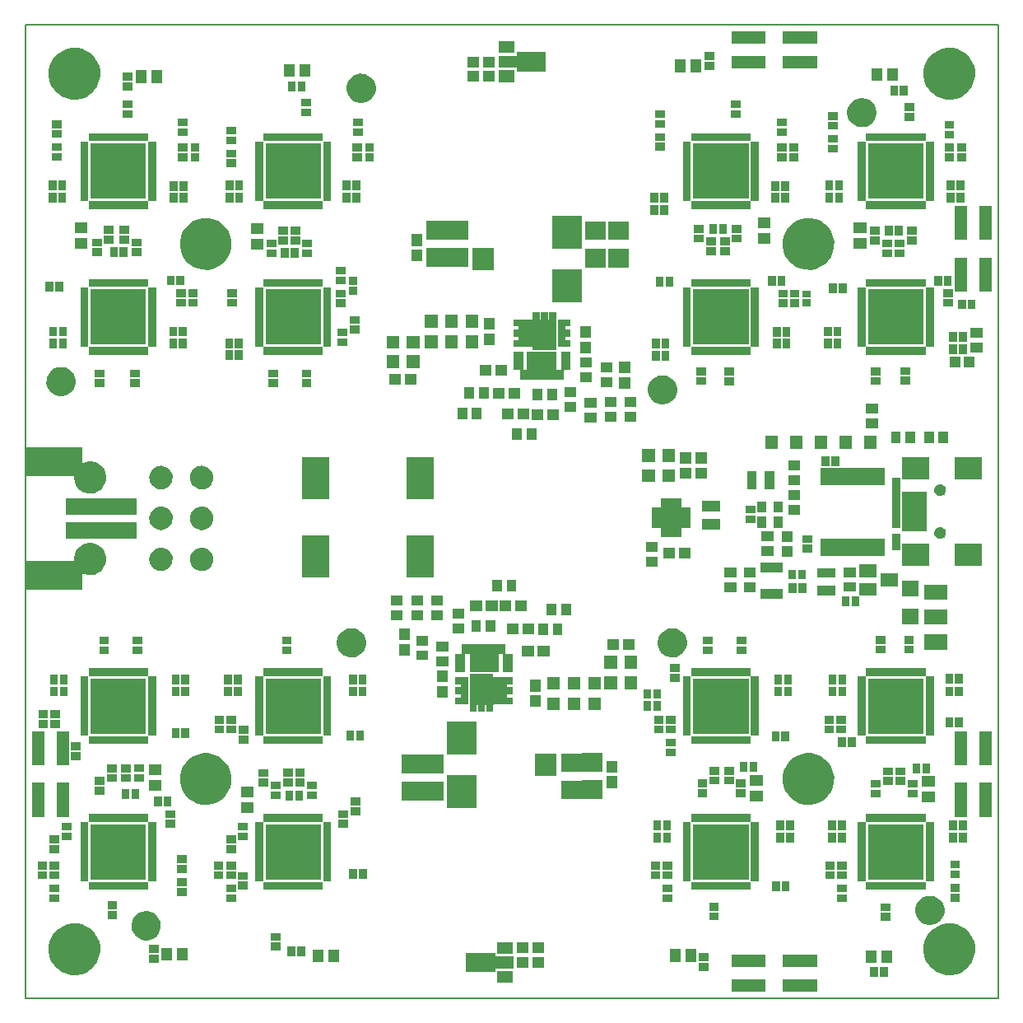
<source format=gts>
G04 (created by PCBNEW (2013-05-16 BZR 4016)-stable) date 24. 12. 2013 17:08:06*
%MOIN*%
G04 Gerber Fmt 3.4, Leading zero omitted, Abs format*
%FSLAX34Y34*%
G01*
G70*
G90*
G04 APERTURE LIST*
%ADD10C,0.00590551*%
G04 APERTURE END LIST*
G54D10*
X38779Y-61023D02*
X78149Y-61023D01*
X78149Y-61023D02*
X78149Y-21653D01*
X78149Y-21653D02*
X38779Y-21653D01*
X38779Y-21653D02*
X38779Y-61023D01*
G36*
X39538Y-51615D02*
X39024Y-51615D01*
X39024Y-50234D01*
X39538Y-50234D01*
X39538Y-51615D01*
X39538Y-51615D01*
G37*
G36*
X39538Y-53702D02*
X39024Y-53702D01*
X39024Y-52321D01*
X39538Y-52321D01*
X39538Y-53702D01*
X39538Y-53702D01*
G37*
G36*
X39627Y-55828D02*
X39270Y-55828D01*
X39270Y-55510D01*
X39627Y-55510D01*
X39627Y-55828D01*
X39627Y-55828D01*
G37*
G36*
X39627Y-56221D02*
X39270Y-56221D01*
X39270Y-55904D01*
X39627Y-55904D01*
X39627Y-56221D01*
X39627Y-56221D01*
G37*
G36*
X39656Y-49696D02*
X39299Y-49696D01*
X39299Y-49378D01*
X39656Y-49378D01*
X39656Y-49696D01*
X39656Y-49696D01*
G37*
G36*
X39656Y-50089D02*
X39299Y-50089D01*
X39299Y-49772D01*
X39656Y-49772D01*
X39656Y-50089D01*
X39656Y-50089D01*
G37*
G36*
X39893Y-32432D02*
X39575Y-32432D01*
X39575Y-32036D01*
X39893Y-32036D01*
X39893Y-32432D01*
X39893Y-32432D01*
G37*
G36*
X40021Y-28347D02*
X39703Y-28347D01*
X39703Y-27951D01*
X40021Y-27951D01*
X40021Y-28347D01*
X40021Y-28347D01*
G37*
G36*
X40021Y-28839D02*
X39703Y-28839D01*
X39703Y-28443D01*
X40021Y-28443D01*
X40021Y-28839D01*
X40021Y-28839D01*
G37*
G36*
X40040Y-34253D02*
X39723Y-34253D01*
X39723Y-33856D01*
X40040Y-33856D01*
X40040Y-34253D01*
X40040Y-34253D01*
G37*
G36*
X40040Y-34745D02*
X39723Y-34745D01*
X39723Y-34349D01*
X40040Y-34349D01*
X40040Y-34745D01*
X40040Y-34745D01*
G37*
G36*
X40080Y-48328D02*
X39762Y-48328D01*
X39762Y-47931D01*
X40080Y-47931D01*
X40080Y-48328D01*
X40080Y-48328D01*
G37*
G36*
X40080Y-48820D02*
X39762Y-48820D01*
X39762Y-48423D01*
X40080Y-48423D01*
X40080Y-48820D01*
X40080Y-48820D01*
G37*
G36*
X40139Y-54765D02*
X39742Y-54765D01*
X39742Y-54447D01*
X40139Y-54447D01*
X40139Y-54765D01*
X40139Y-54765D01*
G37*
G36*
X40139Y-55158D02*
X39742Y-55158D01*
X39742Y-54841D01*
X40139Y-54841D01*
X40139Y-55158D01*
X40139Y-55158D01*
G37*
G36*
X40139Y-55828D02*
X39742Y-55828D01*
X39742Y-55510D01*
X40139Y-55510D01*
X40139Y-55828D01*
X40139Y-55828D01*
G37*
G36*
X40139Y-56221D02*
X39742Y-56221D01*
X39742Y-55904D01*
X40139Y-55904D01*
X40139Y-56221D01*
X40139Y-56221D01*
G37*
G36*
X40139Y-56753D02*
X39742Y-56753D01*
X39742Y-56435D01*
X40139Y-56435D01*
X40139Y-56753D01*
X40139Y-56753D01*
G37*
G36*
X40139Y-57146D02*
X39742Y-57146D01*
X39742Y-56829D01*
X40139Y-56829D01*
X40139Y-57146D01*
X40139Y-57146D01*
G37*
G36*
X40168Y-49696D02*
X39772Y-49696D01*
X39772Y-49378D01*
X40168Y-49378D01*
X40168Y-49696D01*
X40168Y-49696D01*
G37*
G36*
X40168Y-50089D02*
X39772Y-50089D01*
X39772Y-49772D01*
X40168Y-49772D01*
X40168Y-50089D01*
X40168Y-50089D01*
G37*
G36*
X40237Y-25828D02*
X39841Y-25828D01*
X39841Y-25510D01*
X40237Y-25510D01*
X40237Y-25828D01*
X40237Y-25828D01*
G37*
G36*
X40237Y-26221D02*
X39841Y-26221D01*
X39841Y-25904D01*
X40237Y-25904D01*
X40237Y-26221D01*
X40237Y-26221D01*
G37*
G36*
X40237Y-26753D02*
X39841Y-26753D01*
X39841Y-26435D01*
X40237Y-26435D01*
X40237Y-26753D01*
X40237Y-26753D01*
G37*
G36*
X40237Y-27146D02*
X39841Y-27146D01*
X39841Y-26829D01*
X40237Y-26829D01*
X40237Y-27146D01*
X40237Y-27146D01*
G37*
G36*
X40286Y-32432D02*
X39969Y-32432D01*
X39969Y-32036D01*
X40286Y-32036D01*
X40286Y-32432D01*
X40286Y-32432D01*
G37*
G36*
X40414Y-28347D02*
X40097Y-28347D01*
X40097Y-27951D01*
X40414Y-27951D01*
X40414Y-28347D01*
X40414Y-28347D01*
G37*
G36*
X40414Y-28839D02*
X40097Y-28839D01*
X40097Y-28443D01*
X40414Y-28443D01*
X40414Y-28839D01*
X40414Y-28839D01*
G37*
G36*
X40434Y-34253D02*
X40116Y-34253D01*
X40116Y-33856D01*
X40434Y-33856D01*
X40434Y-34253D01*
X40434Y-34253D01*
G37*
G36*
X40434Y-34745D02*
X40116Y-34745D01*
X40116Y-34349D01*
X40434Y-34349D01*
X40434Y-34745D01*
X40434Y-34745D01*
G37*
G36*
X40473Y-48328D02*
X40156Y-48328D01*
X40156Y-47931D01*
X40473Y-47931D01*
X40473Y-48328D01*
X40473Y-48328D01*
G37*
G36*
X40473Y-48820D02*
X40156Y-48820D01*
X40156Y-48423D01*
X40473Y-48423D01*
X40473Y-48820D01*
X40473Y-48820D01*
G37*
G36*
X40542Y-51615D02*
X40028Y-51615D01*
X40028Y-50234D01*
X40542Y-50234D01*
X40542Y-51615D01*
X40542Y-51615D01*
G37*
G36*
X40542Y-53702D02*
X40028Y-53702D01*
X40028Y-52321D01*
X40542Y-52321D01*
X40542Y-53702D01*
X40542Y-53702D01*
G37*
G36*
X40631Y-54253D02*
X40234Y-54253D01*
X40234Y-53935D01*
X40631Y-53935D01*
X40631Y-54253D01*
X40631Y-54253D01*
G37*
G36*
X40631Y-54646D02*
X40234Y-54646D01*
X40234Y-54329D01*
X40631Y-54329D01*
X40631Y-54646D01*
X40631Y-54646D01*
G37*
G36*
X40797Y-36026D02*
X40795Y-36155D01*
X40769Y-36271D01*
X40723Y-36374D01*
X40655Y-36471D01*
X40573Y-36549D01*
X40472Y-36613D01*
X40367Y-36653D01*
X40250Y-36674D01*
X40137Y-36672D01*
X40021Y-36646D01*
X39918Y-36601D01*
X39820Y-36533D01*
X39742Y-36452D01*
X39678Y-36352D01*
X39636Y-36247D01*
X39615Y-36130D01*
X39616Y-36018D01*
X39641Y-35901D01*
X39685Y-35798D01*
X39753Y-35699D01*
X39833Y-35621D01*
X39933Y-35555D01*
X40037Y-35513D01*
X40154Y-35491D01*
X40266Y-35492D01*
X40383Y-35516D01*
X40487Y-35559D01*
X40586Y-35626D01*
X40665Y-35706D01*
X40731Y-35805D01*
X40774Y-35909D01*
X40797Y-36026D01*
X40797Y-36026D01*
G37*
G36*
X40995Y-51005D02*
X40599Y-51005D01*
X40599Y-50687D01*
X40995Y-50687D01*
X40995Y-51005D01*
X40995Y-51005D01*
G37*
G36*
X40995Y-51398D02*
X40599Y-51398D01*
X40599Y-51081D01*
X40995Y-51081D01*
X40995Y-51398D01*
X40995Y-51398D01*
G37*
G36*
X41280Y-30080D02*
X40766Y-30080D01*
X40766Y-29644D01*
X41280Y-29644D01*
X41280Y-30080D01*
X41280Y-30080D01*
G37*
G36*
X41280Y-30709D02*
X40766Y-30709D01*
X40766Y-30274D01*
X41280Y-30274D01*
X41280Y-30709D01*
X41280Y-30709D01*
G37*
G36*
X41301Y-28760D02*
X41295Y-28760D01*
X40984Y-28760D01*
X40984Y-28586D01*
X40984Y-28578D01*
X40984Y-28506D01*
X40984Y-28498D01*
X40984Y-28389D01*
X40984Y-28381D01*
X40984Y-28309D01*
X40984Y-28301D01*
X40984Y-28193D01*
X40984Y-28185D01*
X40984Y-28112D01*
X40984Y-28104D01*
X40984Y-27996D01*
X40984Y-27988D01*
X40984Y-27916D01*
X40984Y-27908D01*
X40984Y-27799D01*
X40984Y-27791D01*
X40984Y-27719D01*
X40984Y-27711D01*
X40984Y-27603D01*
X40984Y-27595D01*
X40984Y-27522D01*
X40984Y-27514D01*
X40984Y-27406D01*
X40984Y-27398D01*
X40984Y-27326D01*
X40984Y-27318D01*
X40984Y-27209D01*
X40984Y-27201D01*
X40984Y-27129D01*
X40984Y-27121D01*
X40984Y-27013D01*
X40984Y-27005D01*
X40984Y-26932D01*
X40984Y-26924D01*
X40984Y-26816D01*
X40984Y-26808D01*
X40984Y-26736D01*
X40984Y-26728D01*
X40984Y-26619D01*
X40984Y-26611D01*
X40984Y-26539D01*
X40984Y-26531D01*
X40984Y-26357D01*
X41295Y-26357D01*
X41301Y-26357D01*
X41301Y-26363D01*
X41301Y-26531D01*
X41301Y-26539D01*
X41301Y-26611D01*
X41301Y-26619D01*
X41301Y-26728D01*
X41301Y-26736D01*
X41301Y-26808D01*
X41301Y-26816D01*
X41301Y-26924D01*
X41301Y-26932D01*
X41301Y-27005D01*
X41301Y-27013D01*
X41301Y-27121D01*
X41301Y-27129D01*
X41301Y-27201D01*
X41301Y-27209D01*
X41301Y-27318D01*
X41301Y-27326D01*
X41301Y-27398D01*
X41301Y-27406D01*
X41301Y-27514D01*
X41301Y-27522D01*
X41301Y-27595D01*
X41301Y-27603D01*
X41301Y-27711D01*
X41301Y-27719D01*
X41301Y-27791D01*
X41301Y-27799D01*
X41301Y-27908D01*
X41301Y-27916D01*
X41301Y-27988D01*
X41301Y-27996D01*
X41301Y-28104D01*
X41301Y-28112D01*
X41301Y-28185D01*
X41301Y-28193D01*
X41301Y-28301D01*
X41301Y-28309D01*
X41301Y-28381D01*
X41301Y-28389D01*
X41301Y-28498D01*
X41301Y-28506D01*
X41301Y-28578D01*
X41301Y-28586D01*
X41301Y-28754D01*
X41301Y-28760D01*
X41301Y-28760D01*
G37*
G36*
X41301Y-34665D02*
X41295Y-34665D01*
X40984Y-34665D01*
X40984Y-34492D01*
X40984Y-34484D01*
X40984Y-34411D01*
X40984Y-34404D01*
X40984Y-34295D01*
X40984Y-34287D01*
X40984Y-34214D01*
X40984Y-34207D01*
X40984Y-34099D01*
X40984Y-34091D01*
X40984Y-34017D01*
X40984Y-34010D01*
X40984Y-33902D01*
X40984Y-33894D01*
X40984Y-33821D01*
X40984Y-33814D01*
X40984Y-33705D01*
X40984Y-33697D01*
X40984Y-33624D01*
X40984Y-33617D01*
X40984Y-33509D01*
X40984Y-33501D01*
X40984Y-33427D01*
X40984Y-33420D01*
X40984Y-33312D01*
X40984Y-33304D01*
X40984Y-33231D01*
X40984Y-33224D01*
X40984Y-33115D01*
X40984Y-33107D01*
X40984Y-33034D01*
X40984Y-33027D01*
X40984Y-32919D01*
X40984Y-32911D01*
X40984Y-32837D01*
X40984Y-32830D01*
X40984Y-32722D01*
X40984Y-32714D01*
X40984Y-32641D01*
X40984Y-32634D01*
X40984Y-32525D01*
X40984Y-32517D01*
X40984Y-32444D01*
X40984Y-32437D01*
X40984Y-32263D01*
X41295Y-32263D01*
X41301Y-32263D01*
X41301Y-32269D01*
X41301Y-32437D01*
X41301Y-32444D01*
X41301Y-32517D01*
X41301Y-32525D01*
X41301Y-32634D01*
X41301Y-32641D01*
X41301Y-32714D01*
X41301Y-32722D01*
X41301Y-32830D01*
X41301Y-32837D01*
X41301Y-32911D01*
X41301Y-32919D01*
X41301Y-33027D01*
X41301Y-33034D01*
X41301Y-33107D01*
X41301Y-33115D01*
X41301Y-33224D01*
X41301Y-33231D01*
X41301Y-33304D01*
X41301Y-33312D01*
X41301Y-33420D01*
X41301Y-33427D01*
X41301Y-33501D01*
X41301Y-33509D01*
X41301Y-33617D01*
X41301Y-33624D01*
X41301Y-33697D01*
X41301Y-33705D01*
X41301Y-33814D01*
X41301Y-33821D01*
X41301Y-33894D01*
X41301Y-33902D01*
X41301Y-34010D01*
X41301Y-34017D01*
X41301Y-34091D01*
X41301Y-34099D01*
X41301Y-34207D01*
X41301Y-34214D01*
X41301Y-34287D01*
X41301Y-34295D01*
X41301Y-34404D01*
X41301Y-34411D01*
X41301Y-34484D01*
X41301Y-34492D01*
X41301Y-34660D01*
X41301Y-34665D01*
X41301Y-34665D01*
G37*
G36*
X41301Y-50413D02*
X41295Y-50413D01*
X40984Y-50413D01*
X40984Y-50240D01*
X40984Y-50232D01*
X40984Y-50159D01*
X40984Y-50152D01*
X40984Y-50043D01*
X40984Y-50035D01*
X40984Y-49962D01*
X40984Y-49955D01*
X40984Y-49847D01*
X40984Y-49839D01*
X40984Y-49765D01*
X40984Y-49758D01*
X40984Y-49650D01*
X40984Y-49642D01*
X40984Y-49569D01*
X40984Y-49562D01*
X40984Y-49453D01*
X40984Y-49445D01*
X40984Y-49372D01*
X40984Y-49365D01*
X40984Y-49257D01*
X40984Y-49249D01*
X40984Y-49175D01*
X40984Y-49168D01*
X40984Y-49060D01*
X40984Y-49052D01*
X40984Y-48979D01*
X40984Y-48972D01*
X40984Y-48863D01*
X40984Y-48855D01*
X40984Y-48782D01*
X40984Y-48775D01*
X40984Y-48667D01*
X40984Y-48659D01*
X40984Y-48585D01*
X40984Y-48578D01*
X40984Y-48470D01*
X40984Y-48462D01*
X40984Y-48389D01*
X40984Y-48382D01*
X40984Y-48273D01*
X40984Y-48265D01*
X40984Y-48192D01*
X40984Y-48185D01*
X40984Y-48011D01*
X41295Y-48011D01*
X41301Y-48011D01*
X41301Y-48017D01*
X41301Y-48185D01*
X41301Y-48192D01*
X41301Y-48265D01*
X41301Y-48273D01*
X41301Y-48382D01*
X41301Y-48389D01*
X41301Y-48462D01*
X41301Y-48470D01*
X41301Y-48578D01*
X41301Y-48585D01*
X41301Y-48659D01*
X41301Y-48667D01*
X41301Y-48775D01*
X41301Y-48782D01*
X41301Y-48855D01*
X41301Y-48863D01*
X41301Y-48972D01*
X41301Y-48979D01*
X41301Y-49052D01*
X41301Y-49060D01*
X41301Y-49168D01*
X41301Y-49175D01*
X41301Y-49249D01*
X41301Y-49257D01*
X41301Y-49365D01*
X41301Y-49372D01*
X41301Y-49445D01*
X41301Y-49453D01*
X41301Y-49562D01*
X41301Y-49569D01*
X41301Y-49642D01*
X41301Y-49650D01*
X41301Y-49758D01*
X41301Y-49765D01*
X41301Y-49839D01*
X41301Y-49847D01*
X41301Y-49955D01*
X41301Y-49962D01*
X41301Y-50035D01*
X41301Y-50043D01*
X41301Y-50152D01*
X41301Y-50159D01*
X41301Y-50232D01*
X41301Y-50240D01*
X41301Y-50408D01*
X41301Y-50413D01*
X41301Y-50413D01*
G37*
G36*
X41301Y-56319D02*
X41295Y-56319D01*
X40984Y-56319D01*
X40984Y-56145D01*
X40984Y-56137D01*
X40984Y-56065D01*
X40984Y-56057D01*
X40984Y-55948D01*
X40984Y-55940D01*
X40984Y-55868D01*
X40984Y-55860D01*
X40984Y-55752D01*
X40984Y-55744D01*
X40984Y-55671D01*
X40984Y-55663D01*
X40984Y-55555D01*
X40984Y-55547D01*
X40984Y-55475D01*
X40984Y-55467D01*
X40984Y-55358D01*
X40984Y-55350D01*
X40984Y-55278D01*
X40984Y-55270D01*
X40984Y-55162D01*
X40984Y-55154D01*
X40984Y-55081D01*
X40984Y-55073D01*
X40984Y-54965D01*
X40984Y-54957D01*
X40984Y-54885D01*
X40984Y-54877D01*
X40984Y-54768D01*
X40984Y-54760D01*
X40984Y-54688D01*
X40984Y-54680D01*
X40984Y-54572D01*
X40984Y-54564D01*
X40984Y-54491D01*
X40984Y-54483D01*
X40984Y-54375D01*
X40984Y-54367D01*
X40984Y-54295D01*
X40984Y-54287D01*
X40984Y-54178D01*
X40984Y-54170D01*
X40984Y-54098D01*
X40984Y-54090D01*
X40984Y-53916D01*
X41295Y-53916D01*
X41301Y-53916D01*
X41301Y-53922D01*
X41301Y-54090D01*
X41301Y-54098D01*
X41301Y-54170D01*
X41301Y-54178D01*
X41301Y-54287D01*
X41301Y-54295D01*
X41301Y-54367D01*
X41301Y-54375D01*
X41301Y-54483D01*
X41301Y-54491D01*
X41301Y-54564D01*
X41301Y-54572D01*
X41301Y-54680D01*
X41301Y-54688D01*
X41301Y-54760D01*
X41301Y-54768D01*
X41301Y-54877D01*
X41301Y-54885D01*
X41301Y-54957D01*
X41301Y-54965D01*
X41301Y-55073D01*
X41301Y-55081D01*
X41301Y-55154D01*
X41301Y-55162D01*
X41301Y-55270D01*
X41301Y-55278D01*
X41301Y-55350D01*
X41301Y-55358D01*
X41301Y-55467D01*
X41301Y-55475D01*
X41301Y-55547D01*
X41301Y-55555D01*
X41301Y-55663D01*
X41301Y-55671D01*
X41301Y-55744D01*
X41301Y-55752D01*
X41301Y-55860D01*
X41301Y-55868D01*
X41301Y-55940D01*
X41301Y-55948D01*
X41301Y-56057D01*
X41301Y-56065D01*
X41301Y-56137D01*
X41301Y-56145D01*
X41301Y-56313D01*
X41301Y-56319D01*
X41301Y-56319D01*
G37*
G36*
X41792Y-23521D02*
X41789Y-23752D01*
X41743Y-23954D01*
X41661Y-24139D01*
X41541Y-24308D01*
X41395Y-24448D01*
X41219Y-24559D01*
X41031Y-24632D01*
X40827Y-24668D01*
X40625Y-24664D01*
X40422Y-24619D01*
X40237Y-24538D01*
X40066Y-24420D01*
X39926Y-24275D01*
X39813Y-24100D01*
X39739Y-23912D01*
X39702Y-23708D01*
X39704Y-23506D01*
X39748Y-23303D01*
X39827Y-23117D01*
X39945Y-22946D01*
X40089Y-22805D01*
X40263Y-22691D01*
X40450Y-22615D01*
X40654Y-22576D01*
X40855Y-22578D01*
X41060Y-22620D01*
X41245Y-22697D01*
X41418Y-22814D01*
X41560Y-22957D01*
X41675Y-23131D01*
X41752Y-23316D01*
X41792Y-23521D01*
X41792Y-23521D01*
G37*
G36*
X41792Y-58954D02*
X41789Y-59185D01*
X41743Y-59387D01*
X41661Y-59572D01*
X41541Y-59741D01*
X41395Y-59881D01*
X41219Y-59992D01*
X41031Y-60065D01*
X40827Y-60101D01*
X40625Y-60097D01*
X40422Y-60052D01*
X40237Y-59971D01*
X40066Y-59853D01*
X39926Y-59708D01*
X39813Y-59533D01*
X39739Y-59345D01*
X39702Y-59141D01*
X39704Y-58939D01*
X39748Y-58736D01*
X39827Y-58551D01*
X39945Y-58379D01*
X40089Y-58238D01*
X40263Y-58124D01*
X40450Y-58048D01*
X40654Y-58009D01*
X40855Y-58011D01*
X41060Y-58053D01*
X41245Y-58131D01*
X41418Y-58247D01*
X41560Y-58390D01*
X41675Y-58564D01*
X41752Y-58749D01*
X41792Y-58954D01*
X41792Y-58954D01*
G37*
G36*
X41851Y-30611D02*
X41455Y-30611D01*
X41455Y-30293D01*
X41851Y-30293D01*
X41851Y-30611D01*
X41851Y-30611D01*
G37*
G36*
X41851Y-31005D02*
X41455Y-31005D01*
X41455Y-30687D01*
X41851Y-30687D01*
X41851Y-31005D01*
X41851Y-31005D01*
G37*
G36*
X41969Y-35906D02*
X41573Y-35906D01*
X41573Y-35589D01*
X41969Y-35589D01*
X41969Y-35906D01*
X41969Y-35906D01*
G37*
G36*
X41969Y-36300D02*
X41573Y-36300D01*
X41573Y-35982D01*
X41969Y-35982D01*
X41969Y-36300D01*
X41969Y-36300D01*
G37*
G36*
X41969Y-52402D02*
X41573Y-52402D01*
X41573Y-52085D01*
X41969Y-52085D01*
X41969Y-52402D01*
X41969Y-52402D01*
G37*
G36*
X41969Y-52796D02*
X41573Y-52796D01*
X41573Y-52478D01*
X41969Y-52478D01*
X41969Y-52796D01*
X41969Y-52796D01*
G37*
G36*
X42029Y-39898D02*
X42027Y-40041D01*
X41998Y-40168D01*
X41947Y-40282D01*
X41872Y-40389D01*
X41782Y-40475D01*
X41672Y-40545D01*
X41555Y-40590D01*
X41427Y-40613D01*
X41302Y-40610D01*
X41175Y-40582D01*
X41061Y-40532D01*
X40953Y-40458D01*
X40867Y-40368D01*
X40796Y-40258D01*
X40750Y-40142D01*
X40727Y-40014D01*
X40728Y-39916D01*
X40728Y-39908D01*
X40725Y-39901D01*
X40720Y-39895D01*
X40712Y-39893D01*
X40705Y-39893D01*
X38748Y-39893D01*
X38748Y-38728D01*
X41074Y-38728D01*
X41074Y-39349D01*
X41074Y-39357D01*
X41077Y-39364D01*
X41082Y-39369D01*
X41089Y-39372D01*
X41097Y-39372D01*
X41192Y-39334D01*
X41321Y-39309D01*
X41445Y-39310D01*
X41573Y-39337D01*
X41688Y-39385D01*
X41796Y-39458D01*
X41884Y-39546D01*
X41956Y-39655D01*
X42004Y-39770D01*
X42004Y-39772D01*
X42029Y-39898D01*
X42029Y-39898D01*
G37*
G36*
X42029Y-43204D02*
X42027Y-43347D01*
X41998Y-43474D01*
X41947Y-43588D01*
X41872Y-43695D01*
X41782Y-43781D01*
X41672Y-43851D01*
X41555Y-43896D01*
X41427Y-43919D01*
X41302Y-43916D01*
X41175Y-43888D01*
X41104Y-43857D01*
X41097Y-43854D01*
X41089Y-43854D01*
X41082Y-43857D01*
X41077Y-43863D01*
X41074Y-43870D01*
X41074Y-43877D01*
X41074Y-44519D01*
X38748Y-44519D01*
X38748Y-43354D01*
X40705Y-43354D01*
X40713Y-43354D01*
X40720Y-43352D01*
X40726Y-43346D01*
X40729Y-43339D01*
X40729Y-43331D01*
X40727Y-43320D01*
X40728Y-43195D01*
X40755Y-43067D01*
X40804Y-42953D01*
X40878Y-42845D01*
X40967Y-42758D01*
X41077Y-42686D01*
X41192Y-42640D01*
X41321Y-42615D01*
X41445Y-42616D01*
X41573Y-42643D01*
X41688Y-42691D01*
X41796Y-42764D01*
X41884Y-42852D01*
X41956Y-42961D01*
X42004Y-43076D01*
X42004Y-43078D01*
X42029Y-43204D01*
X42029Y-43204D01*
G37*
G36*
X42146Y-46713D02*
X41750Y-46713D01*
X41750Y-46396D01*
X42146Y-46396D01*
X42146Y-46713D01*
X42146Y-46713D01*
G37*
G36*
X42146Y-47107D02*
X41750Y-47107D01*
X41750Y-46790D01*
X42146Y-46790D01*
X42146Y-47107D01*
X42146Y-47107D01*
G37*
G36*
X42343Y-30099D02*
X41947Y-30099D01*
X41947Y-29782D01*
X42343Y-29782D01*
X42343Y-30099D01*
X42343Y-30099D01*
G37*
G36*
X42343Y-30493D02*
X41947Y-30493D01*
X41947Y-30175D01*
X42343Y-30175D01*
X42343Y-30493D01*
X42343Y-30493D01*
G37*
G36*
X42461Y-51891D02*
X42065Y-51891D01*
X42065Y-51573D01*
X42461Y-51573D01*
X42461Y-51891D01*
X42461Y-51891D01*
G37*
G36*
X42461Y-52284D02*
X42065Y-52284D01*
X42065Y-51967D01*
X42461Y-51967D01*
X42461Y-52284D01*
X42461Y-52284D01*
G37*
G36*
X42481Y-57432D02*
X42085Y-57432D01*
X42085Y-57114D01*
X42481Y-57114D01*
X42481Y-57432D01*
X42481Y-57432D01*
G37*
G36*
X42481Y-57826D02*
X42085Y-57826D01*
X42085Y-57508D01*
X42481Y-57508D01*
X42481Y-57826D01*
X42481Y-57826D01*
G37*
G36*
X42501Y-31044D02*
X42183Y-31044D01*
X42183Y-30648D01*
X42501Y-30648D01*
X42501Y-31044D01*
X42501Y-31044D01*
G37*
G36*
X42895Y-31044D02*
X42577Y-31044D01*
X42577Y-30648D01*
X42895Y-30648D01*
X42895Y-31044D01*
X42895Y-31044D01*
G37*
G36*
X42973Y-30099D02*
X42577Y-30099D01*
X42577Y-29782D01*
X42973Y-29782D01*
X42973Y-30099D01*
X42973Y-30099D01*
G37*
G36*
X42973Y-30493D02*
X42577Y-30493D01*
X42577Y-30175D01*
X42973Y-30175D01*
X42973Y-30493D01*
X42973Y-30493D01*
G37*
G36*
X42973Y-52983D02*
X42656Y-52983D01*
X42656Y-52587D01*
X42973Y-52587D01*
X42973Y-52983D01*
X42973Y-52983D01*
G37*
G36*
X43032Y-51891D02*
X42636Y-51891D01*
X42636Y-51573D01*
X43032Y-51573D01*
X43032Y-51891D01*
X43032Y-51891D01*
G37*
G36*
X43032Y-52284D02*
X42636Y-52284D01*
X42636Y-51967D01*
X43032Y-51967D01*
X43032Y-52284D01*
X43032Y-52284D01*
G37*
G36*
X43103Y-25017D02*
X42707Y-25017D01*
X42707Y-24699D01*
X43103Y-24699D01*
X43103Y-25017D01*
X43103Y-25017D01*
G37*
G36*
X43103Y-25410D02*
X42707Y-25410D01*
X42707Y-25093D01*
X43103Y-25093D01*
X43103Y-25410D01*
X43103Y-25410D01*
G37*
G36*
X43111Y-23898D02*
X42715Y-23898D01*
X42715Y-23581D01*
X43111Y-23581D01*
X43111Y-23898D01*
X43111Y-23898D01*
G37*
G36*
X43111Y-24292D02*
X42715Y-24292D01*
X42715Y-23975D01*
X43111Y-23975D01*
X43111Y-24292D01*
X43111Y-24292D01*
G37*
G36*
X43278Y-41467D02*
X40402Y-41467D01*
X40402Y-40795D01*
X43278Y-40795D01*
X43278Y-41467D01*
X43278Y-41467D01*
G37*
G36*
X43278Y-42452D02*
X40402Y-42452D01*
X40402Y-41780D01*
X43278Y-41780D01*
X43278Y-42452D01*
X43278Y-42452D01*
G37*
G36*
X43367Y-52983D02*
X43049Y-52983D01*
X43049Y-52587D01*
X43367Y-52587D01*
X43367Y-52983D01*
X43367Y-52983D01*
G37*
G36*
X43406Y-35906D02*
X43010Y-35906D01*
X43010Y-35589D01*
X43406Y-35589D01*
X43406Y-35906D01*
X43406Y-35906D01*
G37*
G36*
X43406Y-36300D02*
X43010Y-36300D01*
X43010Y-35982D01*
X43406Y-35982D01*
X43406Y-36300D01*
X43406Y-36300D01*
G37*
G36*
X43458Y-30607D02*
X43061Y-30607D01*
X43061Y-30290D01*
X43458Y-30290D01*
X43458Y-30607D01*
X43458Y-30607D01*
G37*
G36*
X43458Y-31001D02*
X43061Y-31001D01*
X43061Y-30683D01*
X43458Y-30683D01*
X43458Y-31001D01*
X43458Y-31001D01*
G37*
G36*
X43485Y-46713D02*
X43089Y-46713D01*
X43089Y-46396D01*
X43485Y-46396D01*
X43485Y-46713D01*
X43485Y-46713D01*
G37*
G36*
X43485Y-47107D02*
X43089Y-47107D01*
X43089Y-46790D01*
X43485Y-46790D01*
X43485Y-47107D01*
X43485Y-47107D01*
G37*
G36*
X43564Y-51881D02*
X43167Y-51881D01*
X43167Y-51563D01*
X43564Y-51563D01*
X43564Y-51881D01*
X43564Y-51881D01*
G37*
G36*
X43564Y-52274D02*
X43167Y-52274D01*
X43167Y-51957D01*
X43564Y-51957D01*
X43564Y-52274D01*
X43564Y-52274D01*
G37*
G36*
X43643Y-28682D02*
X41396Y-28682D01*
X41396Y-26435D01*
X43643Y-26435D01*
X43643Y-28682D01*
X43643Y-28682D01*
G37*
G36*
X43643Y-34587D02*
X41396Y-34587D01*
X41396Y-32341D01*
X43643Y-32341D01*
X43643Y-34587D01*
X43643Y-34587D01*
G37*
G36*
X43643Y-50335D02*
X41396Y-50335D01*
X41396Y-48089D01*
X43643Y-48089D01*
X43643Y-50335D01*
X43643Y-50335D01*
G37*
G36*
X43643Y-56241D02*
X41396Y-56241D01*
X41396Y-53994D01*
X43643Y-53994D01*
X43643Y-56241D01*
X43643Y-56241D01*
G37*
G36*
X43662Y-23997D02*
X43227Y-23997D01*
X43227Y-23482D01*
X43662Y-23482D01*
X43662Y-23997D01*
X43662Y-23997D01*
G37*
G36*
X43721Y-26340D02*
X43715Y-26340D01*
X43547Y-26340D01*
X43539Y-26340D01*
X43466Y-26340D01*
X43459Y-26340D01*
X43350Y-26340D01*
X43342Y-26340D01*
X43269Y-26340D01*
X43262Y-26340D01*
X43154Y-26340D01*
X43146Y-26340D01*
X43072Y-26340D01*
X43065Y-26340D01*
X42957Y-26340D01*
X42949Y-26340D01*
X42876Y-26340D01*
X42869Y-26340D01*
X42760Y-26340D01*
X42752Y-26340D01*
X42679Y-26340D01*
X42672Y-26340D01*
X42564Y-26340D01*
X42556Y-26340D01*
X42482Y-26340D01*
X42475Y-26340D01*
X42367Y-26340D01*
X42359Y-26340D01*
X42286Y-26340D01*
X42279Y-26340D01*
X42170Y-26340D01*
X42162Y-26340D01*
X42089Y-26340D01*
X42082Y-26340D01*
X41974Y-26340D01*
X41966Y-26340D01*
X41892Y-26340D01*
X41885Y-26340D01*
X41777Y-26340D01*
X41769Y-26340D01*
X41696Y-26340D01*
X41689Y-26340D01*
X41580Y-26340D01*
X41572Y-26340D01*
X41499Y-26340D01*
X41492Y-26340D01*
X41324Y-26340D01*
X41318Y-26340D01*
X41318Y-26334D01*
X41318Y-26023D01*
X41492Y-26023D01*
X41499Y-26023D01*
X41572Y-26023D01*
X41580Y-26023D01*
X41689Y-26023D01*
X41696Y-26023D01*
X41769Y-26023D01*
X41777Y-26023D01*
X41885Y-26023D01*
X41892Y-26023D01*
X41966Y-26023D01*
X41974Y-26023D01*
X42082Y-26023D01*
X42089Y-26023D01*
X42162Y-26023D01*
X42170Y-26023D01*
X42279Y-26023D01*
X42286Y-26023D01*
X42359Y-26023D01*
X42367Y-26023D01*
X42475Y-26023D01*
X42482Y-26023D01*
X42556Y-26023D01*
X42564Y-26023D01*
X42672Y-26023D01*
X42679Y-26023D01*
X42752Y-26023D01*
X42760Y-26023D01*
X42869Y-26023D01*
X42876Y-26023D01*
X42949Y-26023D01*
X42957Y-26023D01*
X43065Y-26023D01*
X43072Y-26023D01*
X43146Y-26023D01*
X43154Y-26023D01*
X43262Y-26023D01*
X43269Y-26023D01*
X43342Y-26023D01*
X43350Y-26023D01*
X43459Y-26023D01*
X43466Y-26023D01*
X43539Y-26023D01*
X43547Y-26023D01*
X43721Y-26023D01*
X43721Y-26334D01*
X43721Y-26340D01*
X43721Y-26340D01*
G37*
G36*
X43721Y-29094D02*
X43715Y-29094D01*
X43547Y-29094D01*
X43539Y-29094D01*
X43466Y-29094D01*
X43459Y-29094D01*
X43350Y-29094D01*
X43342Y-29094D01*
X43269Y-29094D01*
X43262Y-29094D01*
X43154Y-29094D01*
X43146Y-29094D01*
X43072Y-29094D01*
X43065Y-29094D01*
X42957Y-29094D01*
X42949Y-29094D01*
X42876Y-29094D01*
X42869Y-29094D01*
X42760Y-29094D01*
X42752Y-29094D01*
X42679Y-29094D01*
X42672Y-29094D01*
X42564Y-29094D01*
X42556Y-29094D01*
X42482Y-29094D01*
X42475Y-29094D01*
X42367Y-29094D01*
X42359Y-29094D01*
X42286Y-29094D01*
X42279Y-29094D01*
X42170Y-29094D01*
X42162Y-29094D01*
X42089Y-29094D01*
X42082Y-29094D01*
X41974Y-29094D01*
X41966Y-29094D01*
X41892Y-29094D01*
X41885Y-29094D01*
X41777Y-29094D01*
X41769Y-29094D01*
X41696Y-29094D01*
X41689Y-29094D01*
X41580Y-29094D01*
X41572Y-29094D01*
X41499Y-29094D01*
X41492Y-29094D01*
X41318Y-29094D01*
X41318Y-28783D01*
X41318Y-28777D01*
X41324Y-28777D01*
X41492Y-28777D01*
X41499Y-28777D01*
X41572Y-28777D01*
X41580Y-28777D01*
X41689Y-28777D01*
X41696Y-28777D01*
X41769Y-28777D01*
X41777Y-28777D01*
X41885Y-28777D01*
X41892Y-28777D01*
X41966Y-28777D01*
X41974Y-28777D01*
X42082Y-28777D01*
X42089Y-28777D01*
X42162Y-28777D01*
X42170Y-28777D01*
X42279Y-28777D01*
X42286Y-28777D01*
X42359Y-28777D01*
X42367Y-28777D01*
X42475Y-28777D01*
X42482Y-28777D01*
X42556Y-28777D01*
X42564Y-28777D01*
X42672Y-28777D01*
X42679Y-28777D01*
X42752Y-28777D01*
X42760Y-28777D01*
X42869Y-28777D01*
X42876Y-28777D01*
X42949Y-28777D01*
X42957Y-28777D01*
X43065Y-28777D01*
X43072Y-28777D01*
X43146Y-28777D01*
X43154Y-28777D01*
X43262Y-28777D01*
X43269Y-28777D01*
X43342Y-28777D01*
X43350Y-28777D01*
X43459Y-28777D01*
X43466Y-28777D01*
X43539Y-28777D01*
X43547Y-28777D01*
X43715Y-28777D01*
X43721Y-28777D01*
X43721Y-28783D01*
X43721Y-29094D01*
X43721Y-29094D01*
G37*
G36*
X43721Y-32245D02*
X43715Y-32245D01*
X43547Y-32245D01*
X43539Y-32245D01*
X43466Y-32245D01*
X43459Y-32245D01*
X43350Y-32245D01*
X43342Y-32245D01*
X43269Y-32245D01*
X43262Y-32245D01*
X43154Y-32245D01*
X43146Y-32245D01*
X43072Y-32245D01*
X43065Y-32245D01*
X42957Y-32245D01*
X42949Y-32245D01*
X42876Y-32245D01*
X42869Y-32245D01*
X42760Y-32245D01*
X42752Y-32245D01*
X42679Y-32245D01*
X42672Y-32245D01*
X42564Y-32245D01*
X42556Y-32245D01*
X42482Y-32245D01*
X42475Y-32245D01*
X42367Y-32245D01*
X42359Y-32245D01*
X42286Y-32245D01*
X42279Y-32245D01*
X42170Y-32245D01*
X42162Y-32245D01*
X42089Y-32245D01*
X42082Y-32245D01*
X41974Y-32245D01*
X41966Y-32245D01*
X41892Y-32245D01*
X41885Y-32245D01*
X41777Y-32245D01*
X41769Y-32245D01*
X41696Y-32245D01*
X41689Y-32245D01*
X41580Y-32245D01*
X41572Y-32245D01*
X41499Y-32245D01*
X41492Y-32245D01*
X41324Y-32245D01*
X41318Y-32245D01*
X41318Y-32240D01*
X41318Y-31929D01*
X41492Y-31929D01*
X41499Y-31929D01*
X41572Y-31929D01*
X41580Y-31929D01*
X41689Y-31929D01*
X41696Y-31929D01*
X41769Y-31929D01*
X41777Y-31929D01*
X41885Y-31929D01*
X41892Y-31929D01*
X41966Y-31929D01*
X41974Y-31929D01*
X42082Y-31929D01*
X42089Y-31929D01*
X42162Y-31929D01*
X42170Y-31929D01*
X42279Y-31929D01*
X42286Y-31929D01*
X42359Y-31929D01*
X42367Y-31929D01*
X42475Y-31929D01*
X42482Y-31929D01*
X42556Y-31929D01*
X42564Y-31929D01*
X42672Y-31929D01*
X42679Y-31929D01*
X42752Y-31929D01*
X42760Y-31929D01*
X42869Y-31929D01*
X42876Y-31929D01*
X42949Y-31929D01*
X42957Y-31929D01*
X43065Y-31929D01*
X43072Y-31929D01*
X43146Y-31929D01*
X43154Y-31929D01*
X43262Y-31929D01*
X43269Y-31929D01*
X43342Y-31929D01*
X43350Y-31929D01*
X43459Y-31929D01*
X43466Y-31929D01*
X43539Y-31929D01*
X43547Y-31929D01*
X43721Y-31929D01*
X43721Y-32240D01*
X43721Y-32245D01*
X43721Y-32245D01*
G37*
G36*
X43721Y-34999D02*
X43715Y-34999D01*
X43547Y-34999D01*
X43539Y-34999D01*
X43466Y-34999D01*
X43459Y-34999D01*
X43350Y-34999D01*
X43342Y-34999D01*
X43269Y-34999D01*
X43262Y-34999D01*
X43154Y-34999D01*
X43146Y-34999D01*
X43072Y-34999D01*
X43065Y-34999D01*
X42957Y-34999D01*
X42949Y-34999D01*
X42876Y-34999D01*
X42869Y-34999D01*
X42760Y-34999D01*
X42752Y-34999D01*
X42679Y-34999D01*
X42672Y-34999D01*
X42564Y-34999D01*
X42556Y-34999D01*
X42482Y-34999D01*
X42475Y-34999D01*
X42367Y-34999D01*
X42359Y-34999D01*
X42286Y-34999D01*
X42279Y-34999D01*
X42170Y-34999D01*
X42162Y-34999D01*
X42089Y-34999D01*
X42082Y-34999D01*
X41974Y-34999D01*
X41966Y-34999D01*
X41892Y-34999D01*
X41885Y-34999D01*
X41777Y-34999D01*
X41769Y-34999D01*
X41696Y-34999D01*
X41689Y-34999D01*
X41580Y-34999D01*
X41572Y-34999D01*
X41499Y-34999D01*
X41492Y-34999D01*
X41318Y-34999D01*
X41318Y-34689D01*
X41318Y-34683D01*
X41324Y-34683D01*
X41492Y-34683D01*
X41499Y-34683D01*
X41572Y-34683D01*
X41580Y-34683D01*
X41689Y-34683D01*
X41696Y-34683D01*
X41769Y-34683D01*
X41777Y-34683D01*
X41885Y-34683D01*
X41892Y-34683D01*
X41966Y-34683D01*
X41974Y-34683D01*
X42082Y-34683D01*
X42089Y-34683D01*
X42162Y-34683D01*
X42170Y-34683D01*
X42279Y-34683D01*
X42286Y-34683D01*
X42359Y-34683D01*
X42367Y-34683D01*
X42475Y-34683D01*
X42482Y-34683D01*
X42556Y-34683D01*
X42564Y-34683D01*
X42672Y-34683D01*
X42679Y-34683D01*
X42752Y-34683D01*
X42760Y-34683D01*
X42869Y-34683D01*
X42876Y-34683D01*
X42949Y-34683D01*
X42957Y-34683D01*
X43065Y-34683D01*
X43072Y-34683D01*
X43146Y-34683D01*
X43154Y-34683D01*
X43262Y-34683D01*
X43269Y-34683D01*
X43342Y-34683D01*
X43350Y-34683D01*
X43459Y-34683D01*
X43466Y-34683D01*
X43539Y-34683D01*
X43547Y-34683D01*
X43715Y-34683D01*
X43721Y-34683D01*
X43721Y-34689D01*
X43721Y-34999D01*
X43721Y-34999D01*
G37*
G36*
X43721Y-47993D02*
X43715Y-47993D01*
X43547Y-47993D01*
X43539Y-47993D01*
X43466Y-47993D01*
X43459Y-47993D01*
X43350Y-47993D01*
X43342Y-47993D01*
X43269Y-47993D01*
X43262Y-47993D01*
X43154Y-47993D01*
X43146Y-47993D01*
X43072Y-47993D01*
X43065Y-47993D01*
X42957Y-47993D01*
X42949Y-47993D01*
X42876Y-47993D01*
X42869Y-47993D01*
X42760Y-47993D01*
X42752Y-47993D01*
X42679Y-47993D01*
X42672Y-47993D01*
X42564Y-47993D01*
X42556Y-47993D01*
X42482Y-47993D01*
X42475Y-47993D01*
X42367Y-47993D01*
X42359Y-47993D01*
X42286Y-47993D01*
X42279Y-47993D01*
X42170Y-47993D01*
X42162Y-47993D01*
X42089Y-47993D01*
X42082Y-47993D01*
X41974Y-47993D01*
X41966Y-47993D01*
X41892Y-47993D01*
X41885Y-47993D01*
X41777Y-47993D01*
X41769Y-47993D01*
X41696Y-47993D01*
X41689Y-47993D01*
X41580Y-47993D01*
X41572Y-47993D01*
X41499Y-47993D01*
X41492Y-47993D01*
X41324Y-47993D01*
X41318Y-47993D01*
X41318Y-47988D01*
X41318Y-47677D01*
X41492Y-47677D01*
X41499Y-47677D01*
X41572Y-47677D01*
X41580Y-47677D01*
X41689Y-47677D01*
X41696Y-47677D01*
X41769Y-47677D01*
X41777Y-47677D01*
X41885Y-47677D01*
X41892Y-47677D01*
X41966Y-47677D01*
X41974Y-47677D01*
X42082Y-47677D01*
X42089Y-47677D01*
X42162Y-47677D01*
X42170Y-47677D01*
X42279Y-47677D01*
X42286Y-47677D01*
X42359Y-47677D01*
X42367Y-47677D01*
X42475Y-47677D01*
X42482Y-47677D01*
X42556Y-47677D01*
X42564Y-47677D01*
X42672Y-47677D01*
X42679Y-47677D01*
X42752Y-47677D01*
X42760Y-47677D01*
X42869Y-47677D01*
X42876Y-47677D01*
X42949Y-47677D01*
X42957Y-47677D01*
X43065Y-47677D01*
X43072Y-47677D01*
X43146Y-47677D01*
X43154Y-47677D01*
X43262Y-47677D01*
X43269Y-47677D01*
X43342Y-47677D01*
X43350Y-47677D01*
X43459Y-47677D01*
X43466Y-47677D01*
X43539Y-47677D01*
X43547Y-47677D01*
X43721Y-47677D01*
X43721Y-47988D01*
X43721Y-47993D01*
X43721Y-47993D01*
G37*
G36*
X43721Y-50747D02*
X43715Y-50747D01*
X43547Y-50747D01*
X43539Y-50747D01*
X43466Y-50747D01*
X43459Y-50747D01*
X43350Y-50747D01*
X43342Y-50747D01*
X43269Y-50747D01*
X43262Y-50747D01*
X43154Y-50747D01*
X43146Y-50747D01*
X43072Y-50747D01*
X43065Y-50747D01*
X42957Y-50747D01*
X42949Y-50747D01*
X42876Y-50747D01*
X42869Y-50747D01*
X42760Y-50747D01*
X42752Y-50747D01*
X42679Y-50747D01*
X42672Y-50747D01*
X42564Y-50747D01*
X42556Y-50747D01*
X42482Y-50747D01*
X42475Y-50747D01*
X42367Y-50747D01*
X42359Y-50747D01*
X42286Y-50747D01*
X42279Y-50747D01*
X42170Y-50747D01*
X42162Y-50747D01*
X42089Y-50747D01*
X42082Y-50747D01*
X41974Y-50747D01*
X41966Y-50747D01*
X41892Y-50747D01*
X41885Y-50747D01*
X41777Y-50747D01*
X41769Y-50747D01*
X41696Y-50747D01*
X41689Y-50747D01*
X41580Y-50747D01*
X41572Y-50747D01*
X41499Y-50747D01*
X41492Y-50747D01*
X41318Y-50747D01*
X41318Y-50437D01*
X41318Y-50431D01*
X41324Y-50431D01*
X41492Y-50431D01*
X41499Y-50431D01*
X41572Y-50431D01*
X41580Y-50431D01*
X41689Y-50431D01*
X41696Y-50431D01*
X41769Y-50431D01*
X41777Y-50431D01*
X41885Y-50431D01*
X41892Y-50431D01*
X41966Y-50431D01*
X41974Y-50431D01*
X42082Y-50431D01*
X42089Y-50431D01*
X42162Y-50431D01*
X42170Y-50431D01*
X42279Y-50431D01*
X42286Y-50431D01*
X42359Y-50431D01*
X42367Y-50431D01*
X42475Y-50431D01*
X42482Y-50431D01*
X42556Y-50431D01*
X42564Y-50431D01*
X42672Y-50431D01*
X42679Y-50431D01*
X42752Y-50431D01*
X42760Y-50431D01*
X42869Y-50431D01*
X42876Y-50431D01*
X42949Y-50431D01*
X42957Y-50431D01*
X43065Y-50431D01*
X43072Y-50431D01*
X43146Y-50431D01*
X43154Y-50431D01*
X43262Y-50431D01*
X43269Y-50431D01*
X43342Y-50431D01*
X43350Y-50431D01*
X43459Y-50431D01*
X43466Y-50431D01*
X43539Y-50431D01*
X43547Y-50431D01*
X43715Y-50431D01*
X43721Y-50431D01*
X43721Y-50437D01*
X43721Y-50747D01*
X43721Y-50747D01*
G37*
G36*
X43721Y-53899D02*
X43715Y-53899D01*
X43547Y-53899D01*
X43539Y-53899D01*
X43466Y-53899D01*
X43459Y-53899D01*
X43350Y-53899D01*
X43342Y-53899D01*
X43269Y-53899D01*
X43262Y-53899D01*
X43154Y-53899D01*
X43146Y-53899D01*
X43072Y-53899D01*
X43065Y-53899D01*
X42957Y-53899D01*
X42949Y-53899D01*
X42876Y-53899D01*
X42869Y-53899D01*
X42760Y-53899D01*
X42752Y-53899D01*
X42679Y-53899D01*
X42672Y-53899D01*
X42564Y-53899D01*
X42556Y-53899D01*
X42482Y-53899D01*
X42475Y-53899D01*
X42367Y-53899D01*
X42359Y-53899D01*
X42286Y-53899D01*
X42279Y-53899D01*
X42170Y-53899D01*
X42162Y-53899D01*
X42089Y-53899D01*
X42082Y-53899D01*
X41974Y-53899D01*
X41966Y-53899D01*
X41892Y-53899D01*
X41885Y-53899D01*
X41777Y-53899D01*
X41769Y-53899D01*
X41696Y-53899D01*
X41689Y-53899D01*
X41580Y-53899D01*
X41572Y-53899D01*
X41499Y-53899D01*
X41492Y-53899D01*
X41324Y-53899D01*
X41318Y-53899D01*
X41318Y-53893D01*
X41318Y-53582D01*
X41492Y-53582D01*
X41499Y-53582D01*
X41572Y-53582D01*
X41580Y-53582D01*
X41689Y-53582D01*
X41696Y-53582D01*
X41769Y-53582D01*
X41777Y-53582D01*
X41885Y-53582D01*
X41892Y-53582D01*
X41966Y-53582D01*
X41974Y-53582D01*
X42082Y-53582D01*
X42089Y-53582D01*
X42162Y-53582D01*
X42170Y-53582D01*
X42279Y-53582D01*
X42286Y-53582D01*
X42359Y-53582D01*
X42367Y-53582D01*
X42475Y-53582D01*
X42482Y-53582D01*
X42556Y-53582D01*
X42564Y-53582D01*
X42672Y-53582D01*
X42679Y-53582D01*
X42752Y-53582D01*
X42760Y-53582D01*
X42869Y-53582D01*
X42876Y-53582D01*
X42949Y-53582D01*
X42957Y-53582D01*
X43065Y-53582D01*
X43072Y-53582D01*
X43146Y-53582D01*
X43154Y-53582D01*
X43262Y-53582D01*
X43269Y-53582D01*
X43342Y-53582D01*
X43350Y-53582D01*
X43459Y-53582D01*
X43466Y-53582D01*
X43539Y-53582D01*
X43547Y-53582D01*
X43721Y-53582D01*
X43721Y-53893D01*
X43721Y-53899D01*
X43721Y-53899D01*
G37*
G36*
X43721Y-56653D02*
X43715Y-56653D01*
X43547Y-56653D01*
X43539Y-56653D01*
X43466Y-56653D01*
X43459Y-56653D01*
X43350Y-56653D01*
X43342Y-56653D01*
X43269Y-56653D01*
X43262Y-56653D01*
X43154Y-56653D01*
X43146Y-56653D01*
X43072Y-56653D01*
X43065Y-56653D01*
X42957Y-56653D01*
X42949Y-56653D01*
X42876Y-56653D01*
X42869Y-56653D01*
X42760Y-56653D01*
X42752Y-56653D01*
X42679Y-56653D01*
X42672Y-56653D01*
X42564Y-56653D01*
X42556Y-56653D01*
X42482Y-56653D01*
X42475Y-56653D01*
X42367Y-56653D01*
X42359Y-56653D01*
X42286Y-56653D01*
X42279Y-56653D01*
X42170Y-56653D01*
X42162Y-56653D01*
X42089Y-56653D01*
X42082Y-56653D01*
X41974Y-56653D01*
X41966Y-56653D01*
X41892Y-56653D01*
X41885Y-56653D01*
X41777Y-56653D01*
X41769Y-56653D01*
X41696Y-56653D01*
X41689Y-56653D01*
X41580Y-56653D01*
X41572Y-56653D01*
X41499Y-56653D01*
X41492Y-56653D01*
X41318Y-56653D01*
X41318Y-56342D01*
X41318Y-56336D01*
X41324Y-56336D01*
X41492Y-56336D01*
X41499Y-56336D01*
X41572Y-56336D01*
X41580Y-56336D01*
X41689Y-56336D01*
X41696Y-56336D01*
X41769Y-56336D01*
X41777Y-56336D01*
X41885Y-56336D01*
X41892Y-56336D01*
X41966Y-56336D01*
X41974Y-56336D01*
X42082Y-56336D01*
X42089Y-56336D01*
X42162Y-56336D01*
X42170Y-56336D01*
X42279Y-56336D01*
X42286Y-56336D01*
X42359Y-56336D01*
X42367Y-56336D01*
X42475Y-56336D01*
X42482Y-56336D01*
X42556Y-56336D01*
X42564Y-56336D01*
X42672Y-56336D01*
X42679Y-56336D01*
X42752Y-56336D01*
X42760Y-56336D01*
X42869Y-56336D01*
X42876Y-56336D01*
X42949Y-56336D01*
X42957Y-56336D01*
X43065Y-56336D01*
X43072Y-56336D01*
X43146Y-56336D01*
X43154Y-56336D01*
X43262Y-56336D01*
X43269Y-56336D01*
X43342Y-56336D01*
X43350Y-56336D01*
X43459Y-56336D01*
X43466Y-56336D01*
X43539Y-56336D01*
X43547Y-56336D01*
X43715Y-56336D01*
X43721Y-56336D01*
X43721Y-56342D01*
X43721Y-56653D01*
X43721Y-56653D01*
G37*
G36*
X44055Y-28760D02*
X43744Y-28760D01*
X43738Y-28760D01*
X43738Y-28754D01*
X43738Y-28586D01*
X43738Y-28578D01*
X43738Y-28506D01*
X43738Y-28498D01*
X43738Y-28389D01*
X43738Y-28381D01*
X43738Y-28309D01*
X43738Y-28301D01*
X43738Y-28193D01*
X43738Y-28185D01*
X43738Y-28112D01*
X43738Y-28104D01*
X43738Y-27996D01*
X43738Y-27988D01*
X43738Y-27916D01*
X43738Y-27908D01*
X43738Y-27799D01*
X43738Y-27791D01*
X43738Y-27719D01*
X43738Y-27711D01*
X43738Y-27603D01*
X43738Y-27595D01*
X43738Y-27522D01*
X43738Y-27514D01*
X43738Y-27406D01*
X43738Y-27398D01*
X43738Y-27326D01*
X43738Y-27318D01*
X43738Y-27209D01*
X43738Y-27201D01*
X43738Y-27129D01*
X43738Y-27121D01*
X43738Y-27013D01*
X43738Y-27005D01*
X43738Y-26932D01*
X43738Y-26924D01*
X43738Y-26816D01*
X43738Y-26808D01*
X43738Y-26736D01*
X43738Y-26728D01*
X43738Y-26619D01*
X43738Y-26611D01*
X43738Y-26539D01*
X43738Y-26531D01*
X43738Y-26363D01*
X43738Y-26357D01*
X43744Y-26357D01*
X44055Y-26357D01*
X44055Y-26531D01*
X44055Y-26539D01*
X44055Y-26611D01*
X44055Y-26619D01*
X44055Y-26728D01*
X44055Y-26736D01*
X44055Y-26808D01*
X44055Y-26816D01*
X44055Y-26924D01*
X44055Y-26932D01*
X44055Y-27005D01*
X44055Y-27013D01*
X44055Y-27121D01*
X44055Y-27129D01*
X44055Y-27201D01*
X44055Y-27209D01*
X44055Y-27318D01*
X44055Y-27326D01*
X44055Y-27398D01*
X44055Y-27406D01*
X44055Y-27514D01*
X44055Y-27522D01*
X44055Y-27595D01*
X44055Y-27603D01*
X44055Y-27711D01*
X44055Y-27719D01*
X44055Y-27791D01*
X44055Y-27799D01*
X44055Y-27908D01*
X44055Y-27916D01*
X44055Y-27988D01*
X44055Y-27996D01*
X44055Y-28104D01*
X44055Y-28112D01*
X44055Y-28185D01*
X44055Y-28193D01*
X44055Y-28301D01*
X44055Y-28309D01*
X44055Y-28381D01*
X44055Y-28389D01*
X44055Y-28498D01*
X44055Y-28506D01*
X44055Y-28578D01*
X44055Y-28586D01*
X44055Y-28760D01*
X44055Y-28760D01*
G37*
G36*
X44055Y-34665D02*
X43744Y-34665D01*
X43738Y-34665D01*
X43738Y-34660D01*
X43738Y-34492D01*
X43738Y-34484D01*
X43738Y-34411D01*
X43738Y-34404D01*
X43738Y-34295D01*
X43738Y-34287D01*
X43738Y-34214D01*
X43738Y-34207D01*
X43738Y-34099D01*
X43738Y-34091D01*
X43738Y-34017D01*
X43738Y-34010D01*
X43738Y-33902D01*
X43738Y-33894D01*
X43738Y-33821D01*
X43738Y-33814D01*
X43738Y-33705D01*
X43738Y-33697D01*
X43738Y-33624D01*
X43738Y-33617D01*
X43738Y-33509D01*
X43738Y-33501D01*
X43738Y-33427D01*
X43738Y-33420D01*
X43738Y-33312D01*
X43738Y-33304D01*
X43738Y-33231D01*
X43738Y-33224D01*
X43738Y-33115D01*
X43738Y-33107D01*
X43738Y-33034D01*
X43738Y-33027D01*
X43738Y-32919D01*
X43738Y-32911D01*
X43738Y-32837D01*
X43738Y-32830D01*
X43738Y-32722D01*
X43738Y-32714D01*
X43738Y-32641D01*
X43738Y-32634D01*
X43738Y-32525D01*
X43738Y-32517D01*
X43738Y-32444D01*
X43738Y-32437D01*
X43738Y-32269D01*
X43738Y-32263D01*
X43744Y-32263D01*
X44055Y-32263D01*
X44055Y-32437D01*
X44055Y-32444D01*
X44055Y-32517D01*
X44055Y-32525D01*
X44055Y-32634D01*
X44055Y-32641D01*
X44055Y-32714D01*
X44055Y-32722D01*
X44055Y-32830D01*
X44055Y-32837D01*
X44055Y-32911D01*
X44055Y-32919D01*
X44055Y-33027D01*
X44055Y-33034D01*
X44055Y-33107D01*
X44055Y-33115D01*
X44055Y-33224D01*
X44055Y-33231D01*
X44055Y-33304D01*
X44055Y-33312D01*
X44055Y-33420D01*
X44055Y-33427D01*
X44055Y-33501D01*
X44055Y-33509D01*
X44055Y-33617D01*
X44055Y-33624D01*
X44055Y-33697D01*
X44055Y-33705D01*
X44055Y-33814D01*
X44055Y-33821D01*
X44055Y-33894D01*
X44055Y-33902D01*
X44055Y-34010D01*
X44055Y-34017D01*
X44055Y-34091D01*
X44055Y-34099D01*
X44055Y-34207D01*
X44055Y-34214D01*
X44055Y-34287D01*
X44055Y-34295D01*
X44055Y-34404D01*
X44055Y-34411D01*
X44055Y-34484D01*
X44055Y-34492D01*
X44055Y-34665D01*
X44055Y-34665D01*
G37*
G36*
X44055Y-50413D02*
X43744Y-50413D01*
X43738Y-50413D01*
X43738Y-50408D01*
X43738Y-50240D01*
X43738Y-50232D01*
X43738Y-50159D01*
X43738Y-50152D01*
X43738Y-50043D01*
X43738Y-50035D01*
X43738Y-49962D01*
X43738Y-49955D01*
X43738Y-49847D01*
X43738Y-49839D01*
X43738Y-49765D01*
X43738Y-49758D01*
X43738Y-49650D01*
X43738Y-49642D01*
X43738Y-49569D01*
X43738Y-49562D01*
X43738Y-49453D01*
X43738Y-49445D01*
X43738Y-49372D01*
X43738Y-49365D01*
X43738Y-49257D01*
X43738Y-49249D01*
X43738Y-49175D01*
X43738Y-49168D01*
X43738Y-49060D01*
X43738Y-49052D01*
X43738Y-48979D01*
X43738Y-48972D01*
X43738Y-48863D01*
X43738Y-48855D01*
X43738Y-48782D01*
X43738Y-48775D01*
X43738Y-48667D01*
X43738Y-48659D01*
X43738Y-48585D01*
X43738Y-48578D01*
X43738Y-48470D01*
X43738Y-48462D01*
X43738Y-48389D01*
X43738Y-48382D01*
X43738Y-48273D01*
X43738Y-48265D01*
X43738Y-48192D01*
X43738Y-48185D01*
X43738Y-48017D01*
X43738Y-48011D01*
X43744Y-48011D01*
X44055Y-48011D01*
X44055Y-48185D01*
X44055Y-48192D01*
X44055Y-48265D01*
X44055Y-48273D01*
X44055Y-48382D01*
X44055Y-48389D01*
X44055Y-48462D01*
X44055Y-48470D01*
X44055Y-48578D01*
X44055Y-48585D01*
X44055Y-48659D01*
X44055Y-48667D01*
X44055Y-48775D01*
X44055Y-48782D01*
X44055Y-48855D01*
X44055Y-48863D01*
X44055Y-48972D01*
X44055Y-48979D01*
X44055Y-49052D01*
X44055Y-49060D01*
X44055Y-49168D01*
X44055Y-49175D01*
X44055Y-49249D01*
X44055Y-49257D01*
X44055Y-49365D01*
X44055Y-49372D01*
X44055Y-49445D01*
X44055Y-49453D01*
X44055Y-49562D01*
X44055Y-49569D01*
X44055Y-49642D01*
X44055Y-49650D01*
X44055Y-49758D01*
X44055Y-49765D01*
X44055Y-49839D01*
X44055Y-49847D01*
X44055Y-49955D01*
X44055Y-49962D01*
X44055Y-50035D01*
X44055Y-50043D01*
X44055Y-50152D01*
X44055Y-50159D01*
X44055Y-50232D01*
X44055Y-50240D01*
X44055Y-50413D01*
X44055Y-50413D01*
G37*
G36*
X44055Y-56319D02*
X43744Y-56319D01*
X43738Y-56319D01*
X43738Y-56313D01*
X43738Y-56145D01*
X43738Y-56137D01*
X43738Y-56065D01*
X43738Y-56057D01*
X43738Y-55948D01*
X43738Y-55940D01*
X43738Y-55868D01*
X43738Y-55860D01*
X43738Y-55752D01*
X43738Y-55744D01*
X43738Y-55671D01*
X43738Y-55663D01*
X43738Y-55555D01*
X43738Y-55547D01*
X43738Y-55475D01*
X43738Y-55467D01*
X43738Y-55358D01*
X43738Y-55350D01*
X43738Y-55278D01*
X43738Y-55270D01*
X43738Y-55162D01*
X43738Y-55154D01*
X43738Y-55081D01*
X43738Y-55073D01*
X43738Y-54965D01*
X43738Y-54957D01*
X43738Y-54885D01*
X43738Y-54877D01*
X43738Y-54768D01*
X43738Y-54760D01*
X43738Y-54688D01*
X43738Y-54680D01*
X43738Y-54572D01*
X43738Y-54564D01*
X43738Y-54491D01*
X43738Y-54483D01*
X43738Y-54375D01*
X43738Y-54367D01*
X43738Y-54295D01*
X43738Y-54287D01*
X43738Y-54178D01*
X43738Y-54170D01*
X43738Y-54098D01*
X43738Y-54090D01*
X43738Y-53922D01*
X43738Y-53916D01*
X43744Y-53916D01*
X44055Y-53916D01*
X44055Y-54090D01*
X44055Y-54098D01*
X44055Y-54170D01*
X44055Y-54178D01*
X44055Y-54287D01*
X44055Y-54295D01*
X44055Y-54367D01*
X44055Y-54375D01*
X44055Y-54483D01*
X44055Y-54491D01*
X44055Y-54564D01*
X44055Y-54572D01*
X44055Y-54680D01*
X44055Y-54688D01*
X44055Y-54760D01*
X44055Y-54768D01*
X44055Y-54877D01*
X44055Y-54885D01*
X44055Y-54957D01*
X44055Y-54965D01*
X44055Y-55073D01*
X44055Y-55081D01*
X44055Y-55154D01*
X44055Y-55162D01*
X44055Y-55270D01*
X44055Y-55278D01*
X44055Y-55350D01*
X44055Y-55358D01*
X44055Y-55467D01*
X44055Y-55475D01*
X44055Y-55547D01*
X44055Y-55555D01*
X44055Y-55663D01*
X44055Y-55671D01*
X44055Y-55744D01*
X44055Y-55752D01*
X44055Y-55860D01*
X44055Y-55868D01*
X44055Y-55940D01*
X44055Y-55948D01*
X44055Y-56057D01*
X44055Y-56065D01*
X44055Y-56137D01*
X44055Y-56145D01*
X44055Y-56319D01*
X44055Y-56319D01*
G37*
G36*
X44164Y-59204D02*
X43768Y-59204D01*
X43768Y-58886D01*
X44164Y-58886D01*
X44164Y-59204D01*
X44164Y-59204D01*
G37*
G36*
X44164Y-59597D02*
X43768Y-59597D01*
X43768Y-59280D01*
X44164Y-59280D01*
X44164Y-59597D01*
X44164Y-59597D01*
G37*
G36*
X44242Y-58043D02*
X44240Y-58173D01*
X44214Y-58289D01*
X44168Y-58392D01*
X44099Y-58489D01*
X44018Y-58567D01*
X43917Y-58630D01*
X43812Y-58671D01*
X43695Y-58692D01*
X43582Y-58689D01*
X43466Y-58664D01*
X43363Y-58619D01*
X43265Y-58551D01*
X43187Y-58470D01*
X43122Y-58370D01*
X43081Y-58265D01*
X43059Y-58148D01*
X43061Y-58035D01*
X43086Y-57919D01*
X43130Y-57815D01*
X43197Y-57717D01*
X43278Y-57638D01*
X43378Y-57573D01*
X43482Y-57531D01*
X43599Y-57509D01*
X43711Y-57509D01*
X43828Y-57533D01*
X43932Y-57577D01*
X44031Y-57644D01*
X44110Y-57723D01*
X44176Y-57823D01*
X44219Y-57927D01*
X44242Y-58043D01*
X44242Y-58043D01*
G37*
G36*
X44272Y-52019D02*
X43758Y-52019D01*
X43758Y-51583D01*
X44272Y-51583D01*
X44272Y-52019D01*
X44272Y-52019D01*
G37*
G36*
X44272Y-52648D02*
X43758Y-52648D01*
X43758Y-52213D01*
X44272Y-52213D01*
X44272Y-52648D01*
X44272Y-52648D01*
G37*
G36*
X44282Y-53278D02*
X43965Y-53278D01*
X43965Y-52882D01*
X44282Y-52882D01*
X44282Y-53278D01*
X44282Y-53278D01*
G37*
G36*
X44292Y-23997D02*
X43856Y-23997D01*
X43856Y-23482D01*
X44292Y-23482D01*
X44292Y-23997D01*
X44292Y-23997D01*
G37*
G36*
X44676Y-53278D02*
X44358Y-53278D01*
X44358Y-52882D01*
X44676Y-52882D01*
X44676Y-53278D01*
X44676Y-53278D01*
G37*
G36*
X44715Y-59519D02*
X44280Y-59519D01*
X44280Y-59004D01*
X44715Y-59004D01*
X44715Y-59519D01*
X44715Y-59519D01*
G37*
G36*
X44726Y-39962D02*
X44726Y-39966D01*
X44725Y-39969D01*
X44725Y-39970D01*
X44715Y-40061D01*
X44715Y-40061D01*
X44715Y-40062D01*
X44687Y-40149D01*
X44642Y-40230D01*
X44583Y-40301D01*
X44511Y-40359D01*
X44430Y-40402D01*
X44341Y-40428D01*
X44249Y-40436D01*
X44157Y-40426D01*
X44069Y-40399D01*
X43988Y-40355D01*
X43917Y-40296D01*
X43858Y-40225D01*
X43815Y-40143D01*
X43788Y-40055D01*
X43779Y-39959D01*
X43779Y-39955D01*
X43779Y-39952D01*
X43779Y-39952D01*
X43790Y-39860D01*
X43790Y-39860D01*
X43790Y-39860D01*
X43817Y-39772D01*
X43862Y-39691D01*
X43921Y-39620D01*
X43993Y-39562D01*
X44075Y-39520D01*
X44164Y-39494D01*
X44255Y-39485D01*
X44347Y-39495D01*
X44435Y-39522D01*
X44517Y-39566D01*
X44588Y-39625D01*
X44646Y-39697D01*
X44690Y-39778D01*
X44716Y-39866D01*
X44726Y-39962D01*
X44726Y-39962D01*
G37*
G36*
X44726Y-41615D02*
X44726Y-41619D01*
X44725Y-41622D01*
X44725Y-41623D01*
X44715Y-41714D01*
X44715Y-41714D01*
X44715Y-41715D01*
X44687Y-41802D01*
X44642Y-41883D01*
X44583Y-41954D01*
X44511Y-42012D01*
X44430Y-42055D01*
X44341Y-42081D01*
X44249Y-42089D01*
X44157Y-42079D01*
X44069Y-42052D01*
X43988Y-42008D01*
X43917Y-41949D01*
X43858Y-41878D01*
X43815Y-41796D01*
X43788Y-41708D01*
X43779Y-41612D01*
X43779Y-41608D01*
X43779Y-41605D01*
X43779Y-41605D01*
X43790Y-41513D01*
X43790Y-41513D01*
X43790Y-41513D01*
X43817Y-41425D01*
X43862Y-41344D01*
X43921Y-41273D01*
X43993Y-41215D01*
X44075Y-41173D01*
X44164Y-41147D01*
X44255Y-41138D01*
X44347Y-41148D01*
X44435Y-41175D01*
X44517Y-41219D01*
X44588Y-41278D01*
X44646Y-41350D01*
X44690Y-41431D01*
X44716Y-41519D01*
X44726Y-41615D01*
X44726Y-41615D01*
G37*
G36*
X44726Y-43268D02*
X44726Y-43272D01*
X44725Y-43275D01*
X44725Y-43276D01*
X44715Y-43367D01*
X44715Y-43367D01*
X44715Y-43368D01*
X44687Y-43455D01*
X44642Y-43536D01*
X44583Y-43607D01*
X44511Y-43665D01*
X44430Y-43708D01*
X44341Y-43734D01*
X44249Y-43742D01*
X44157Y-43732D01*
X44069Y-43705D01*
X43988Y-43661D01*
X43917Y-43602D01*
X43858Y-43531D01*
X43815Y-43449D01*
X43788Y-43361D01*
X43779Y-43265D01*
X43779Y-43261D01*
X43779Y-43258D01*
X43779Y-43258D01*
X43790Y-43166D01*
X43790Y-43166D01*
X43790Y-43166D01*
X43817Y-43078D01*
X43862Y-42997D01*
X43921Y-42926D01*
X43993Y-42868D01*
X44075Y-42826D01*
X44164Y-42800D01*
X44255Y-42791D01*
X44347Y-42801D01*
X44435Y-42828D01*
X44517Y-42872D01*
X44588Y-42931D01*
X44646Y-43003D01*
X44690Y-43084D01*
X44716Y-43172D01*
X44726Y-43268D01*
X44726Y-43268D01*
G37*
G36*
X44804Y-32186D02*
X44486Y-32186D01*
X44486Y-31790D01*
X44804Y-31790D01*
X44804Y-32186D01*
X44804Y-32186D01*
G37*
G36*
X44820Y-53741D02*
X44423Y-53741D01*
X44423Y-53423D01*
X44820Y-53423D01*
X44820Y-53741D01*
X44820Y-53741D01*
G37*
G36*
X44820Y-54135D02*
X44423Y-54135D01*
X44423Y-53817D01*
X44820Y-53817D01*
X44820Y-54135D01*
X44820Y-54135D01*
G37*
G36*
X44902Y-34253D02*
X44585Y-34253D01*
X44585Y-33856D01*
X44902Y-33856D01*
X44902Y-34253D01*
X44902Y-34253D01*
G37*
G36*
X44902Y-34745D02*
X44585Y-34745D01*
X44585Y-34349D01*
X44902Y-34349D01*
X44902Y-34745D01*
X44902Y-34745D01*
G37*
G36*
X44922Y-28367D02*
X44604Y-28367D01*
X44604Y-27971D01*
X44922Y-27971D01*
X44922Y-28367D01*
X44922Y-28367D01*
G37*
G36*
X44922Y-28839D02*
X44604Y-28839D01*
X44604Y-28443D01*
X44922Y-28443D01*
X44922Y-28839D01*
X44922Y-28839D01*
G37*
G36*
X45001Y-48328D02*
X44683Y-48328D01*
X44683Y-47931D01*
X45001Y-47931D01*
X45001Y-48328D01*
X45001Y-48328D01*
G37*
G36*
X45001Y-48820D02*
X44683Y-48820D01*
X44683Y-48423D01*
X45001Y-48423D01*
X45001Y-48820D01*
X45001Y-48820D01*
G37*
G36*
X45001Y-50493D02*
X44683Y-50493D01*
X44683Y-50097D01*
X45001Y-50097D01*
X45001Y-50493D01*
X45001Y-50493D01*
G37*
G36*
X45198Y-32186D02*
X44880Y-32186D01*
X44880Y-31790D01*
X45198Y-31790D01*
X45198Y-32186D01*
X45198Y-32186D01*
G37*
G36*
X45257Y-32658D02*
X44860Y-32658D01*
X44860Y-32341D01*
X45257Y-32341D01*
X45257Y-32658D01*
X45257Y-32658D01*
G37*
G36*
X45257Y-33052D02*
X44860Y-33052D01*
X44860Y-32734D01*
X45257Y-32734D01*
X45257Y-33052D01*
X45257Y-33052D01*
G37*
G36*
X45296Y-34253D02*
X44978Y-34253D01*
X44978Y-33856D01*
X45296Y-33856D01*
X45296Y-34253D01*
X45296Y-34253D01*
G37*
G36*
X45296Y-34745D02*
X44978Y-34745D01*
X44978Y-34349D01*
X45296Y-34349D01*
X45296Y-34745D01*
X45296Y-34745D01*
G37*
G36*
X45296Y-55572D02*
X44900Y-55572D01*
X44900Y-55254D01*
X45296Y-55254D01*
X45296Y-55572D01*
X45296Y-55572D01*
G37*
G36*
X45296Y-55965D02*
X44900Y-55965D01*
X44900Y-55648D01*
X45296Y-55648D01*
X45296Y-55965D01*
X45296Y-55965D01*
G37*
G36*
X45296Y-56497D02*
X44900Y-56497D01*
X44900Y-56179D01*
X45296Y-56179D01*
X45296Y-56497D01*
X45296Y-56497D01*
G37*
G36*
X45296Y-56891D02*
X44900Y-56891D01*
X44900Y-56573D01*
X45296Y-56573D01*
X45296Y-56891D01*
X45296Y-56891D01*
G37*
G36*
X45316Y-28367D02*
X44998Y-28367D01*
X44998Y-27971D01*
X45316Y-27971D01*
X45316Y-28367D01*
X45316Y-28367D01*
G37*
G36*
X45316Y-28839D02*
X44998Y-28839D01*
X44998Y-28443D01*
X45316Y-28443D01*
X45316Y-28839D01*
X45316Y-28839D01*
G37*
G36*
X45335Y-25749D02*
X44939Y-25749D01*
X44939Y-25431D01*
X45335Y-25431D01*
X45335Y-25749D01*
X45335Y-25749D01*
G37*
G36*
X45335Y-26143D02*
X44939Y-26143D01*
X44939Y-25825D01*
X45335Y-25825D01*
X45335Y-26143D01*
X45335Y-26143D01*
G37*
G36*
X45335Y-26772D02*
X44939Y-26772D01*
X44939Y-26455D01*
X45335Y-26455D01*
X45335Y-26772D01*
X45335Y-26772D01*
G37*
G36*
X45335Y-27166D02*
X44939Y-27166D01*
X44939Y-26849D01*
X45335Y-26849D01*
X45335Y-27166D01*
X45335Y-27166D01*
G37*
G36*
X45345Y-59519D02*
X44910Y-59519D01*
X44910Y-59004D01*
X45345Y-59004D01*
X45345Y-59519D01*
X45345Y-59519D01*
G37*
G36*
X45395Y-48328D02*
X45077Y-48328D01*
X45077Y-47931D01*
X45395Y-47931D01*
X45395Y-48328D01*
X45395Y-48328D01*
G37*
G36*
X45395Y-48820D02*
X45077Y-48820D01*
X45077Y-48423D01*
X45395Y-48423D01*
X45395Y-48820D01*
X45395Y-48820D01*
G37*
G36*
X45395Y-50493D02*
X45077Y-50493D01*
X45077Y-50097D01*
X45395Y-50097D01*
X45395Y-50493D01*
X45395Y-50493D01*
G37*
G36*
X45729Y-32658D02*
X45372Y-32658D01*
X45372Y-32341D01*
X45729Y-32341D01*
X45729Y-32658D01*
X45729Y-32658D01*
G37*
G36*
X45729Y-33052D02*
X45372Y-33052D01*
X45372Y-32734D01*
X45729Y-32734D01*
X45729Y-33052D01*
X45729Y-33052D01*
G37*
G36*
X45808Y-26772D02*
X45451Y-26772D01*
X45451Y-26455D01*
X45808Y-26455D01*
X45808Y-26772D01*
X45808Y-26772D01*
G37*
G36*
X45808Y-27166D02*
X45451Y-27166D01*
X45451Y-26849D01*
X45808Y-26849D01*
X45808Y-27166D01*
X45808Y-27166D01*
G37*
G36*
X46378Y-39962D02*
X46378Y-39966D01*
X46377Y-39969D01*
X46377Y-39970D01*
X46367Y-40061D01*
X46367Y-40061D01*
X46367Y-40062D01*
X46339Y-40149D01*
X46294Y-40230D01*
X46235Y-40301D01*
X46163Y-40359D01*
X46082Y-40402D01*
X45993Y-40428D01*
X45901Y-40436D01*
X45809Y-40426D01*
X45721Y-40399D01*
X45640Y-40355D01*
X45569Y-40296D01*
X45510Y-40225D01*
X45467Y-40143D01*
X45440Y-40055D01*
X45431Y-39959D01*
X45431Y-39955D01*
X45431Y-39952D01*
X45431Y-39952D01*
X45442Y-39860D01*
X45442Y-39860D01*
X45442Y-39860D01*
X45469Y-39772D01*
X45514Y-39691D01*
X45573Y-39620D01*
X45645Y-39562D01*
X45727Y-39520D01*
X45816Y-39494D01*
X45907Y-39485D01*
X45999Y-39495D01*
X46087Y-39522D01*
X46169Y-39566D01*
X46240Y-39625D01*
X46298Y-39697D01*
X46342Y-39778D01*
X46368Y-39866D01*
X46378Y-39962D01*
X46378Y-39962D01*
G37*
G36*
X46378Y-41615D02*
X46378Y-41619D01*
X46377Y-41622D01*
X46377Y-41623D01*
X46367Y-41714D01*
X46367Y-41714D01*
X46367Y-41715D01*
X46339Y-41802D01*
X46294Y-41883D01*
X46235Y-41954D01*
X46163Y-42012D01*
X46082Y-42055D01*
X45993Y-42081D01*
X45901Y-42089D01*
X45809Y-42079D01*
X45721Y-42052D01*
X45640Y-42008D01*
X45569Y-41949D01*
X45510Y-41878D01*
X45467Y-41796D01*
X45440Y-41708D01*
X45431Y-41612D01*
X45431Y-41608D01*
X45431Y-41605D01*
X45431Y-41605D01*
X45442Y-41513D01*
X45442Y-41513D01*
X45442Y-41513D01*
X45469Y-41425D01*
X45514Y-41344D01*
X45573Y-41273D01*
X45645Y-41215D01*
X45727Y-41173D01*
X45816Y-41147D01*
X45907Y-41138D01*
X45999Y-41148D01*
X46087Y-41175D01*
X46169Y-41219D01*
X46240Y-41278D01*
X46298Y-41350D01*
X46342Y-41431D01*
X46368Y-41519D01*
X46378Y-41615D01*
X46378Y-41615D01*
G37*
G36*
X46378Y-43268D02*
X46378Y-43272D01*
X46377Y-43275D01*
X46377Y-43276D01*
X46367Y-43367D01*
X46367Y-43367D01*
X46367Y-43368D01*
X46339Y-43455D01*
X46294Y-43536D01*
X46235Y-43607D01*
X46163Y-43665D01*
X46082Y-43708D01*
X45993Y-43734D01*
X45901Y-43742D01*
X45809Y-43732D01*
X45721Y-43705D01*
X45640Y-43661D01*
X45569Y-43602D01*
X45510Y-43531D01*
X45467Y-43449D01*
X45440Y-43361D01*
X45431Y-43265D01*
X45431Y-43261D01*
X45431Y-43258D01*
X45431Y-43258D01*
X45442Y-43166D01*
X45442Y-43166D01*
X45442Y-43166D01*
X45469Y-43078D01*
X45514Y-42997D01*
X45573Y-42926D01*
X45645Y-42868D01*
X45727Y-42826D01*
X45816Y-42800D01*
X45907Y-42791D01*
X45999Y-42801D01*
X46087Y-42828D01*
X46169Y-42872D01*
X46240Y-42931D01*
X46298Y-43003D01*
X46342Y-43084D01*
X46368Y-43172D01*
X46378Y-43268D01*
X46378Y-43268D01*
G37*
G36*
X46772Y-55828D02*
X46415Y-55828D01*
X46415Y-55510D01*
X46772Y-55510D01*
X46772Y-55828D01*
X46772Y-55828D01*
G37*
G36*
X46772Y-56221D02*
X46415Y-56221D01*
X46415Y-55904D01*
X46772Y-55904D01*
X46772Y-56221D01*
X46772Y-56221D01*
G37*
G36*
X46792Y-49922D02*
X46435Y-49922D01*
X46435Y-49604D01*
X46792Y-49604D01*
X46792Y-49922D01*
X46792Y-49922D01*
G37*
G36*
X46792Y-50316D02*
X46435Y-50316D01*
X46435Y-49998D01*
X46792Y-49998D01*
X46792Y-50316D01*
X46792Y-50316D01*
G37*
G36*
X47107Y-30410D02*
X47104Y-30641D01*
X47058Y-30844D01*
X46976Y-31028D01*
X46856Y-31198D01*
X46710Y-31337D01*
X46534Y-31449D01*
X46346Y-31522D01*
X46141Y-31558D01*
X45940Y-31554D01*
X45737Y-31509D01*
X45552Y-31428D01*
X45381Y-31309D01*
X45241Y-31164D01*
X45128Y-30990D01*
X45054Y-30802D01*
X45017Y-30597D01*
X45019Y-30396D01*
X45063Y-30192D01*
X45142Y-30007D01*
X45260Y-29835D01*
X45404Y-29695D01*
X45578Y-29580D01*
X45764Y-29505D01*
X45969Y-29466D01*
X46170Y-29467D01*
X46375Y-29509D01*
X46560Y-29587D01*
X46733Y-29704D01*
X46875Y-29847D01*
X46990Y-30020D01*
X47067Y-30206D01*
X47107Y-30410D01*
X47107Y-30410D01*
G37*
G36*
X47107Y-52064D02*
X47104Y-52295D01*
X47058Y-52497D01*
X46976Y-52682D01*
X46856Y-52852D01*
X46710Y-52991D01*
X46534Y-53102D01*
X46346Y-53175D01*
X46141Y-53211D01*
X45940Y-53207D01*
X45737Y-53162D01*
X45552Y-53082D01*
X45381Y-52963D01*
X45241Y-52818D01*
X45128Y-52643D01*
X45054Y-52456D01*
X45017Y-52251D01*
X45019Y-52050D01*
X45063Y-51846D01*
X45142Y-51661D01*
X45260Y-51489D01*
X45404Y-51348D01*
X45578Y-51234D01*
X45764Y-51159D01*
X45969Y-51120D01*
X46170Y-51121D01*
X46375Y-51163D01*
X46560Y-51241D01*
X46733Y-51357D01*
X46875Y-51500D01*
X46990Y-51674D01*
X47067Y-51860D01*
X47107Y-52064D01*
X47107Y-52064D01*
G37*
G36*
X47127Y-48328D02*
X46809Y-48328D01*
X46809Y-47931D01*
X47127Y-47931D01*
X47127Y-48328D01*
X47127Y-48328D01*
G37*
G36*
X47127Y-48820D02*
X46809Y-48820D01*
X46809Y-48423D01*
X47127Y-48423D01*
X47127Y-48820D01*
X47127Y-48820D01*
G37*
G36*
X47166Y-34725D02*
X46849Y-34725D01*
X46849Y-34329D01*
X47166Y-34329D01*
X47166Y-34725D01*
X47166Y-34725D01*
G37*
G36*
X47166Y-35217D02*
X46849Y-35217D01*
X46849Y-34821D01*
X47166Y-34821D01*
X47166Y-35217D01*
X47166Y-35217D01*
G37*
G36*
X47186Y-28347D02*
X46868Y-28347D01*
X46868Y-27951D01*
X47186Y-27951D01*
X47186Y-28347D01*
X47186Y-28347D01*
G37*
G36*
X47186Y-28839D02*
X46868Y-28839D01*
X46868Y-28443D01*
X47186Y-28443D01*
X47186Y-28839D01*
X47186Y-28839D01*
G37*
G36*
X47284Y-54765D02*
X46888Y-54765D01*
X46888Y-54447D01*
X47284Y-54447D01*
X47284Y-54765D01*
X47284Y-54765D01*
G37*
G36*
X47284Y-55158D02*
X46888Y-55158D01*
X46888Y-54841D01*
X47284Y-54841D01*
X47284Y-55158D01*
X47284Y-55158D01*
G37*
G36*
X47284Y-55828D02*
X46888Y-55828D01*
X46888Y-55510D01*
X47284Y-55510D01*
X47284Y-55828D01*
X47284Y-55828D01*
G37*
G36*
X47284Y-56221D02*
X46888Y-56221D01*
X46888Y-55904D01*
X47284Y-55904D01*
X47284Y-56221D01*
X47284Y-56221D01*
G37*
G36*
X47284Y-56753D02*
X46888Y-56753D01*
X46888Y-56435D01*
X47284Y-56435D01*
X47284Y-56753D01*
X47284Y-56753D01*
G37*
G36*
X47284Y-57146D02*
X46888Y-57146D01*
X46888Y-56829D01*
X47284Y-56829D01*
X47284Y-57146D01*
X47284Y-57146D01*
G37*
G36*
X47304Y-26084D02*
X46908Y-26084D01*
X46908Y-25766D01*
X47304Y-25766D01*
X47304Y-26084D01*
X47304Y-26084D01*
G37*
G36*
X47304Y-26477D02*
X46908Y-26477D01*
X46908Y-26160D01*
X47304Y-26160D01*
X47304Y-26477D01*
X47304Y-26477D01*
G37*
G36*
X47304Y-27009D02*
X46908Y-27009D01*
X46908Y-26691D01*
X47304Y-26691D01*
X47304Y-27009D01*
X47304Y-27009D01*
G37*
G36*
X47304Y-27402D02*
X46908Y-27402D01*
X46908Y-27085D01*
X47304Y-27085D01*
X47304Y-27402D01*
X47304Y-27402D01*
G37*
G36*
X47304Y-49922D02*
X46908Y-49922D01*
X46908Y-49604D01*
X47304Y-49604D01*
X47304Y-49922D01*
X47304Y-49922D01*
G37*
G36*
X47304Y-50316D02*
X46908Y-50316D01*
X46908Y-49998D01*
X47304Y-49998D01*
X47304Y-50316D01*
X47304Y-50316D01*
G37*
G36*
X47324Y-32658D02*
X46927Y-32658D01*
X46927Y-32341D01*
X47324Y-32341D01*
X47324Y-32658D01*
X47324Y-32658D01*
G37*
G36*
X47324Y-33052D02*
X46927Y-33052D01*
X46927Y-32734D01*
X47324Y-32734D01*
X47324Y-33052D01*
X47324Y-33052D01*
G37*
G36*
X47521Y-48328D02*
X47203Y-48328D01*
X47203Y-47931D01*
X47521Y-47931D01*
X47521Y-48328D01*
X47521Y-48328D01*
G37*
G36*
X47521Y-48820D02*
X47203Y-48820D01*
X47203Y-48423D01*
X47521Y-48423D01*
X47521Y-48820D01*
X47521Y-48820D01*
G37*
G36*
X47560Y-34725D02*
X47242Y-34725D01*
X47242Y-34329D01*
X47560Y-34329D01*
X47560Y-34725D01*
X47560Y-34725D01*
G37*
G36*
X47560Y-35217D02*
X47242Y-35217D01*
X47242Y-34821D01*
X47560Y-34821D01*
X47560Y-35217D01*
X47560Y-35217D01*
G37*
G36*
X47580Y-28347D02*
X47262Y-28347D01*
X47262Y-27951D01*
X47580Y-27951D01*
X47580Y-28347D01*
X47580Y-28347D01*
G37*
G36*
X47580Y-28839D02*
X47262Y-28839D01*
X47262Y-28443D01*
X47580Y-28443D01*
X47580Y-28839D01*
X47580Y-28839D01*
G37*
G36*
X47776Y-54253D02*
X47380Y-54253D01*
X47380Y-53935D01*
X47776Y-53935D01*
X47776Y-54253D01*
X47776Y-54253D01*
G37*
G36*
X47776Y-54646D02*
X47380Y-54646D01*
X47380Y-54329D01*
X47776Y-54329D01*
X47776Y-54646D01*
X47776Y-54646D01*
G37*
G36*
X47776Y-56241D02*
X47380Y-56241D01*
X47380Y-55923D01*
X47776Y-55923D01*
X47776Y-56241D01*
X47776Y-56241D01*
G37*
G36*
X47776Y-56635D02*
X47380Y-56635D01*
X47380Y-56317D01*
X47776Y-56317D01*
X47776Y-56635D01*
X47776Y-56635D01*
G37*
G36*
X47796Y-50335D02*
X47400Y-50335D01*
X47400Y-50018D01*
X47796Y-50018D01*
X47796Y-50335D01*
X47796Y-50335D01*
G37*
G36*
X47796Y-50729D02*
X47400Y-50729D01*
X47400Y-50412D01*
X47796Y-50412D01*
X47796Y-50729D01*
X47796Y-50729D01*
G37*
G36*
X48003Y-52895D02*
X47488Y-52895D01*
X47488Y-52459D01*
X48003Y-52459D01*
X48003Y-52895D01*
X48003Y-52895D01*
G37*
G36*
X48003Y-53524D02*
X47488Y-53524D01*
X47488Y-53089D01*
X48003Y-53089D01*
X48003Y-53524D01*
X48003Y-53524D01*
G37*
G36*
X48387Y-28760D02*
X48381Y-28760D01*
X48070Y-28760D01*
X48070Y-28586D01*
X48070Y-28578D01*
X48070Y-28506D01*
X48070Y-28498D01*
X48070Y-28389D01*
X48070Y-28381D01*
X48070Y-28309D01*
X48070Y-28301D01*
X48070Y-28193D01*
X48070Y-28185D01*
X48070Y-28112D01*
X48070Y-28104D01*
X48070Y-27996D01*
X48070Y-27988D01*
X48070Y-27916D01*
X48070Y-27908D01*
X48070Y-27799D01*
X48070Y-27791D01*
X48070Y-27719D01*
X48070Y-27711D01*
X48070Y-27603D01*
X48070Y-27595D01*
X48070Y-27522D01*
X48070Y-27514D01*
X48070Y-27406D01*
X48070Y-27398D01*
X48070Y-27326D01*
X48070Y-27318D01*
X48070Y-27209D01*
X48070Y-27201D01*
X48070Y-27129D01*
X48070Y-27121D01*
X48070Y-27013D01*
X48070Y-27005D01*
X48070Y-26932D01*
X48070Y-26924D01*
X48070Y-26816D01*
X48070Y-26808D01*
X48070Y-26736D01*
X48070Y-26728D01*
X48070Y-26619D01*
X48070Y-26611D01*
X48070Y-26539D01*
X48070Y-26531D01*
X48070Y-26357D01*
X48381Y-26357D01*
X48387Y-26357D01*
X48387Y-26363D01*
X48387Y-26531D01*
X48387Y-26539D01*
X48387Y-26611D01*
X48387Y-26619D01*
X48387Y-26728D01*
X48387Y-26736D01*
X48387Y-26808D01*
X48387Y-26816D01*
X48387Y-26924D01*
X48387Y-26932D01*
X48387Y-27005D01*
X48387Y-27013D01*
X48387Y-27121D01*
X48387Y-27129D01*
X48387Y-27201D01*
X48387Y-27209D01*
X48387Y-27318D01*
X48387Y-27326D01*
X48387Y-27398D01*
X48387Y-27406D01*
X48387Y-27514D01*
X48387Y-27522D01*
X48387Y-27595D01*
X48387Y-27603D01*
X48387Y-27711D01*
X48387Y-27719D01*
X48387Y-27791D01*
X48387Y-27799D01*
X48387Y-27908D01*
X48387Y-27916D01*
X48387Y-27988D01*
X48387Y-27996D01*
X48387Y-28104D01*
X48387Y-28112D01*
X48387Y-28185D01*
X48387Y-28193D01*
X48387Y-28301D01*
X48387Y-28309D01*
X48387Y-28381D01*
X48387Y-28389D01*
X48387Y-28498D01*
X48387Y-28506D01*
X48387Y-28578D01*
X48387Y-28586D01*
X48387Y-28754D01*
X48387Y-28760D01*
X48387Y-28760D01*
G37*
G36*
X48387Y-34665D02*
X48381Y-34665D01*
X48070Y-34665D01*
X48070Y-34492D01*
X48070Y-34484D01*
X48070Y-34411D01*
X48070Y-34404D01*
X48070Y-34295D01*
X48070Y-34287D01*
X48070Y-34214D01*
X48070Y-34207D01*
X48070Y-34099D01*
X48070Y-34091D01*
X48070Y-34017D01*
X48070Y-34010D01*
X48070Y-33902D01*
X48070Y-33894D01*
X48070Y-33821D01*
X48070Y-33814D01*
X48070Y-33705D01*
X48070Y-33697D01*
X48070Y-33624D01*
X48070Y-33617D01*
X48070Y-33509D01*
X48070Y-33501D01*
X48070Y-33427D01*
X48070Y-33420D01*
X48070Y-33312D01*
X48070Y-33304D01*
X48070Y-33231D01*
X48070Y-33224D01*
X48070Y-33115D01*
X48070Y-33107D01*
X48070Y-33034D01*
X48070Y-33027D01*
X48070Y-32919D01*
X48070Y-32911D01*
X48070Y-32837D01*
X48070Y-32830D01*
X48070Y-32722D01*
X48070Y-32714D01*
X48070Y-32641D01*
X48070Y-32634D01*
X48070Y-32525D01*
X48070Y-32517D01*
X48070Y-32444D01*
X48070Y-32437D01*
X48070Y-32263D01*
X48381Y-32263D01*
X48387Y-32263D01*
X48387Y-32269D01*
X48387Y-32437D01*
X48387Y-32444D01*
X48387Y-32517D01*
X48387Y-32525D01*
X48387Y-32634D01*
X48387Y-32641D01*
X48387Y-32714D01*
X48387Y-32722D01*
X48387Y-32830D01*
X48387Y-32837D01*
X48387Y-32911D01*
X48387Y-32919D01*
X48387Y-33027D01*
X48387Y-33034D01*
X48387Y-33107D01*
X48387Y-33115D01*
X48387Y-33224D01*
X48387Y-33231D01*
X48387Y-33304D01*
X48387Y-33312D01*
X48387Y-33420D01*
X48387Y-33427D01*
X48387Y-33501D01*
X48387Y-33509D01*
X48387Y-33617D01*
X48387Y-33624D01*
X48387Y-33697D01*
X48387Y-33705D01*
X48387Y-33814D01*
X48387Y-33821D01*
X48387Y-33894D01*
X48387Y-33902D01*
X48387Y-34010D01*
X48387Y-34017D01*
X48387Y-34091D01*
X48387Y-34099D01*
X48387Y-34207D01*
X48387Y-34214D01*
X48387Y-34287D01*
X48387Y-34295D01*
X48387Y-34404D01*
X48387Y-34411D01*
X48387Y-34484D01*
X48387Y-34492D01*
X48387Y-34660D01*
X48387Y-34665D01*
X48387Y-34665D01*
G37*
G36*
X48387Y-50413D02*
X48381Y-50413D01*
X48070Y-50413D01*
X48070Y-50240D01*
X48070Y-50232D01*
X48070Y-50159D01*
X48070Y-50152D01*
X48070Y-50043D01*
X48070Y-50035D01*
X48070Y-49962D01*
X48070Y-49955D01*
X48070Y-49847D01*
X48070Y-49839D01*
X48070Y-49765D01*
X48070Y-49758D01*
X48070Y-49650D01*
X48070Y-49642D01*
X48070Y-49569D01*
X48070Y-49562D01*
X48070Y-49453D01*
X48070Y-49445D01*
X48070Y-49372D01*
X48070Y-49365D01*
X48070Y-49257D01*
X48070Y-49249D01*
X48070Y-49175D01*
X48070Y-49168D01*
X48070Y-49060D01*
X48070Y-49052D01*
X48070Y-48979D01*
X48070Y-48972D01*
X48070Y-48863D01*
X48070Y-48855D01*
X48070Y-48782D01*
X48070Y-48775D01*
X48070Y-48667D01*
X48070Y-48659D01*
X48070Y-48585D01*
X48070Y-48578D01*
X48070Y-48470D01*
X48070Y-48462D01*
X48070Y-48389D01*
X48070Y-48382D01*
X48070Y-48273D01*
X48070Y-48265D01*
X48070Y-48192D01*
X48070Y-48185D01*
X48070Y-48011D01*
X48381Y-48011D01*
X48387Y-48011D01*
X48387Y-48017D01*
X48387Y-48185D01*
X48387Y-48192D01*
X48387Y-48265D01*
X48387Y-48273D01*
X48387Y-48382D01*
X48387Y-48389D01*
X48387Y-48462D01*
X48387Y-48470D01*
X48387Y-48578D01*
X48387Y-48585D01*
X48387Y-48659D01*
X48387Y-48667D01*
X48387Y-48775D01*
X48387Y-48782D01*
X48387Y-48855D01*
X48387Y-48863D01*
X48387Y-48972D01*
X48387Y-48979D01*
X48387Y-49052D01*
X48387Y-49060D01*
X48387Y-49168D01*
X48387Y-49175D01*
X48387Y-49249D01*
X48387Y-49257D01*
X48387Y-49365D01*
X48387Y-49372D01*
X48387Y-49445D01*
X48387Y-49453D01*
X48387Y-49562D01*
X48387Y-49569D01*
X48387Y-49642D01*
X48387Y-49650D01*
X48387Y-49758D01*
X48387Y-49765D01*
X48387Y-49839D01*
X48387Y-49847D01*
X48387Y-49955D01*
X48387Y-49962D01*
X48387Y-50035D01*
X48387Y-50043D01*
X48387Y-50152D01*
X48387Y-50159D01*
X48387Y-50232D01*
X48387Y-50240D01*
X48387Y-50408D01*
X48387Y-50413D01*
X48387Y-50413D01*
G37*
G36*
X48387Y-56319D02*
X48381Y-56319D01*
X48070Y-56319D01*
X48070Y-56145D01*
X48070Y-56137D01*
X48070Y-56065D01*
X48070Y-56057D01*
X48070Y-55948D01*
X48070Y-55940D01*
X48070Y-55868D01*
X48070Y-55860D01*
X48070Y-55752D01*
X48070Y-55744D01*
X48070Y-55671D01*
X48070Y-55663D01*
X48070Y-55555D01*
X48070Y-55547D01*
X48070Y-55475D01*
X48070Y-55467D01*
X48070Y-55358D01*
X48070Y-55350D01*
X48070Y-55278D01*
X48070Y-55270D01*
X48070Y-55162D01*
X48070Y-55154D01*
X48070Y-55081D01*
X48070Y-55073D01*
X48070Y-54965D01*
X48070Y-54957D01*
X48070Y-54885D01*
X48070Y-54877D01*
X48070Y-54768D01*
X48070Y-54760D01*
X48070Y-54688D01*
X48070Y-54680D01*
X48070Y-54572D01*
X48070Y-54564D01*
X48070Y-54491D01*
X48070Y-54483D01*
X48070Y-54375D01*
X48070Y-54367D01*
X48070Y-54295D01*
X48070Y-54287D01*
X48070Y-54178D01*
X48070Y-54170D01*
X48070Y-54098D01*
X48070Y-54090D01*
X48070Y-53916D01*
X48381Y-53916D01*
X48387Y-53916D01*
X48387Y-53922D01*
X48387Y-54090D01*
X48387Y-54098D01*
X48387Y-54170D01*
X48387Y-54178D01*
X48387Y-54287D01*
X48387Y-54295D01*
X48387Y-54367D01*
X48387Y-54375D01*
X48387Y-54483D01*
X48387Y-54491D01*
X48387Y-54564D01*
X48387Y-54572D01*
X48387Y-54680D01*
X48387Y-54688D01*
X48387Y-54760D01*
X48387Y-54768D01*
X48387Y-54877D01*
X48387Y-54885D01*
X48387Y-54957D01*
X48387Y-54965D01*
X48387Y-55073D01*
X48387Y-55081D01*
X48387Y-55154D01*
X48387Y-55162D01*
X48387Y-55270D01*
X48387Y-55278D01*
X48387Y-55350D01*
X48387Y-55358D01*
X48387Y-55467D01*
X48387Y-55475D01*
X48387Y-55547D01*
X48387Y-55555D01*
X48387Y-55663D01*
X48387Y-55671D01*
X48387Y-55744D01*
X48387Y-55752D01*
X48387Y-55860D01*
X48387Y-55868D01*
X48387Y-55940D01*
X48387Y-55948D01*
X48387Y-56057D01*
X48387Y-56065D01*
X48387Y-56137D01*
X48387Y-56145D01*
X48387Y-56313D01*
X48387Y-56319D01*
X48387Y-56319D01*
G37*
G36*
X48396Y-30099D02*
X47882Y-30099D01*
X47882Y-29664D01*
X48396Y-29664D01*
X48396Y-30099D01*
X48396Y-30099D01*
G37*
G36*
X48396Y-30729D02*
X47882Y-30729D01*
X47882Y-30293D01*
X48396Y-30293D01*
X48396Y-30729D01*
X48396Y-30729D01*
G37*
G36*
X48603Y-52078D02*
X48207Y-52078D01*
X48207Y-51760D01*
X48603Y-51760D01*
X48603Y-52078D01*
X48603Y-52078D01*
G37*
G36*
X48603Y-52471D02*
X48207Y-52471D01*
X48207Y-52154D01*
X48603Y-52154D01*
X48603Y-52471D01*
X48603Y-52471D01*
G37*
G36*
X48938Y-30650D02*
X48541Y-30650D01*
X48541Y-30333D01*
X48938Y-30333D01*
X48938Y-30650D01*
X48938Y-30650D01*
G37*
G36*
X48938Y-31044D02*
X48541Y-31044D01*
X48541Y-30727D01*
X48938Y-30727D01*
X48938Y-31044D01*
X48938Y-31044D01*
G37*
G36*
X48997Y-35906D02*
X48601Y-35906D01*
X48601Y-35589D01*
X48997Y-35589D01*
X48997Y-35906D01*
X48997Y-35906D01*
G37*
G36*
X48997Y-36300D02*
X48601Y-36300D01*
X48601Y-35982D01*
X48997Y-35982D01*
X48997Y-36300D01*
X48997Y-36300D01*
G37*
G36*
X49085Y-58711D02*
X48689Y-58711D01*
X48689Y-58394D01*
X49085Y-58394D01*
X49085Y-58711D01*
X49085Y-58711D01*
G37*
G36*
X49085Y-59105D02*
X48689Y-59105D01*
X48689Y-58788D01*
X49085Y-58788D01*
X49085Y-59105D01*
X49085Y-59105D01*
G37*
G36*
X49095Y-52580D02*
X48699Y-52580D01*
X48699Y-52262D01*
X49095Y-52262D01*
X49095Y-52580D01*
X49095Y-52580D01*
G37*
G36*
X49095Y-52973D02*
X48699Y-52973D01*
X48699Y-52656D01*
X49095Y-52656D01*
X49095Y-52973D01*
X49095Y-52973D01*
G37*
G36*
X49391Y-30139D02*
X48994Y-30139D01*
X48994Y-29821D01*
X49391Y-29821D01*
X49391Y-30139D01*
X49391Y-30139D01*
G37*
G36*
X49391Y-30532D02*
X48994Y-30532D01*
X48994Y-30215D01*
X49391Y-30215D01*
X49391Y-30532D01*
X49391Y-30532D01*
G37*
G36*
X49430Y-31084D02*
X49112Y-31084D01*
X49112Y-30687D01*
X49430Y-30687D01*
X49430Y-31084D01*
X49430Y-31084D01*
G37*
G36*
X49548Y-46713D02*
X49152Y-46713D01*
X49152Y-46396D01*
X49548Y-46396D01*
X49548Y-46713D01*
X49548Y-46713D01*
G37*
G36*
X49548Y-47107D02*
X49152Y-47107D01*
X49152Y-46790D01*
X49548Y-46790D01*
X49548Y-47107D01*
X49548Y-47107D01*
G37*
G36*
X49587Y-52068D02*
X49191Y-52068D01*
X49191Y-51750D01*
X49587Y-51750D01*
X49587Y-52068D01*
X49587Y-52068D01*
G37*
G36*
X49587Y-52461D02*
X49191Y-52461D01*
X49191Y-52144D01*
X49587Y-52144D01*
X49587Y-52461D01*
X49587Y-52461D01*
G37*
G36*
X49607Y-53032D02*
X49290Y-53032D01*
X49290Y-52636D01*
X49607Y-52636D01*
X49607Y-53032D01*
X49607Y-53032D01*
G37*
G36*
X49656Y-23751D02*
X49221Y-23751D01*
X49221Y-23236D01*
X49656Y-23236D01*
X49656Y-23751D01*
X49656Y-23751D01*
G37*
G36*
X49696Y-59322D02*
X49378Y-59322D01*
X49378Y-58925D01*
X49696Y-58925D01*
X49696Y-59322D01*
X49696Y-59322D01*
G37*
G36*
X49706Y-24351D02*
X49388Y-24351D01*
X49388Y-23955D01*
X49706Y-23955D01*
X49706Y-24351D01*
X49706Y-24351D01*
G37*
G36*
X49824Y-31084D02*
X49506Y-31084D01*
X49506Y-30687D01*
X49824Y-30687D01*
X49824Y-31084D01*
X49824Y-31084D01*
G37*
G36*
X49883Y-30139D02*
X49486Y-30139D01*
X49486Y-29821D01*
X49883Y-29821D01*
X49883Y-30139D01*
X49883Y-30139D01*
G37*
G36*
X49883Y-30532D02*
X49486Y-30532D01*
X49486Y-30215D01*
X49883Y-30215D01*
X49883Y-30532D01*
X49883Y-30532D01*
G37*
G36*
X50001Y-53032D02*
X49683Y-53032D01*
X49683Y-52636D01*
X50001Y-52636D01*
X50001Y-53032D01*
X50001Y-53032D01*
G37*
G36*
X50080Y-52068D02*
X49683Y-52068D01*
X49683Y-51750D01*
X50080Y-51750D01*
X50080Y-52068D01*
X50080Y-52068D01*
G37*
G36*
X50080Y-52461D02*
X49683Y-52461D01*
X49683Y-52144D01*
X50080Y-52144D01*
X50080Y-52461D01*
X50080Y-52461D01*
G37*
G36*
X50089Y-59322D02*
X49772Y-59322D01*
X49772Y-58925D01*
X50089Y-58925D01*
X50089Y-59322D01*
X50089Y-59322D01*
G37*
G36*
X50099Y-24351D02*
X49782Y-24351D01*
X49782Y-23955D01*
X50099Y-23955D01*
X50099Y-24351D01*
X50099Y-24351D01*
G37*
G36*
X50286Y-23751D02*
X49851Y-23751D01*
X49851Y-23236D01*
X50286Y-23236D01*
X50286Y-23751D01*
X50286Y-23751D01*
G37*
G36*
X50335Y-24954D02*
X49939Y-24954D01*
X49939Y-24636D01*
X50335Y-24636D01*
X50335Y-24954D01*
X50335Y-24954D01*
G37*
G36*
X50335Y-25347D02*
X49939Y-25347D01*
X49939Y-25030D01*
X50335Y-25030D01*
X50335Y-25347D01*
X50335Y-25347D01*
G37*
G36*
X50347Y-35906D02*
X49951Y-35906D01*
X49951Y-35589D01*
X50347Y-35589D01*
X50347Y-35906D01*
X50347Y-35906D01*
G37*
G36*
X50347Y-36300D02*
X49951Y-36300D01*
X49951Y-35982D01*
X50347Y-35982D01*
X50347Y-36300D01*
X50347Y-36300D01*
G37*
G36*
X50375Y-30650D02*
X49978Y-30650D01*
X49978Y-30333D01*
X50375Y-30333D01*
X50375Y-30650D01*
X50375Y-30650D01*
G37*
G36*
X50375Y-31044D02*
X49978Y-31044D01*
X49978Y-30727D01*
X50375Y-30727D01*
X50375Y-31044D01*
X50375Y-31044D01*
G37*
G36*
X50572Y-52580D02*
X50175Y-52580D01*
X50175Y-52262D01*
X50572Y-52262D01*
X50572Y-52580D01*
X50572Y-52580D01*
G37*
G36*
X50572Y-52973D02*
X50175Y-52973D01*
X50175Y-52656D01*
X50572Y-52656D01*
X50572Y-52973D01*
X50572Y-52973D01*
G37*
G36*
X50729Y-28682D02*
X48482Y-28682D01*
X48482Y-26435D01*
X50729Y-26435D01*
X50729Y-28682D01*
X50729Y-28682D01*
G37*
G36*
X50729Y-34587D02*
X48482Y-34587D01*
X48482Y-32341D01*
X50729Y-32341D01*
X50729Y-34587D01*
X50729Y-34587D01*
G37*
G36*
X50729Y-50335D02*
X48482Y-50335D01*
X48482Y-48089D01*
X50729Y-48089D01*
X50729Y-50335D01*
X50729Y-50335D01*
G37*
G36*
X50729Y-56241D02*
X48482Y-56241D01*
X48482Y-53994D01*
X50729Y-53994D01*
X50729Y-56241D01*
X50729Y-56241D01*
G37*
G36*
X50807Y-26340D02*
X50801Y-26340D01*
X50633Y-26340D01*
X50626Y-26340D01*
X50553Y-26340D01*
X50545Y-26340D01*
X50436Y-26340D01*
X50429Y-26340D01*
X50356Y-26340D01*
X50348Y-26340D01*
X50240Y-26340D01*
X50233Y-26340D01*
X50159Y-26340D01*
X50151Y-26340D01*
X50043Y-26340D01*
X50036Y-26340D01*
X49963Y-26340D01*
X49955Y-26340D01*
X49846Y-26340D01*
X49839Y-26340D01*
X49766Y-26340D01*
X49758Y-26340D01*
X49650Y-26340D01*
X49643Y-26340D01*
X49569Y-26340D01*
X49561Y-26340D01*
X49453Y-26340D01*
X49446Y-26340D01*
X49373Y-26340D01*
X49365Y-26340D01*
X49256Y-26340D01*
X49249Y-26340D01*
X49176Y-26340D01*
X49168Y-26340D01*
X49060Y-26340D01*
X49053Y-26340D01*
X48979Y-26340D01*
X48971Y-26340D01*
X48863Y-26340D01*
X48856Y-26340D01*
X48783Y-26340D01*
X48775Y-26340D01*
X48666Y-26340D01*
X48659Y-26340D01*
X48586Y-26340D01*
X48578Y-26340D01*
X48410Y-26340D01*
X48404Y-26340D01*
X48404Y-26334D01*
X48404Y-26023D01*
X48578Y-26023D01*
X48586Y-26023D01*
X48659Y-26023D01*
X48666Y-26023D01*
X48775Y-26023D01*
X48783Y-26023D01*
X48856Y-26023D01*
X48863Y-26023D01*
X48971Y-26023D01*
X48979Y-26023D01*
X49053Y-26023D01*
X49060Y-26023D01*
X49168Y-26023D01*
X49176Y-26023D01*
X49249Y-26023D01*
X49256Y-26023D01*
X49365Y-26023D01*
X49373Y-26023D01*
X49446Y-26023D01*
X49453Y-26023D01*
X49561Y-26023D01*
X49569Y-26023D01*
X49643Y-26023D01*
X49650Y-26023D01*
X49758Y-26023D01*
X49766Y-26023D01*
X49839Y-26023D01*
X49846Y-26023D01*
X49955Y-26023D01*
X49963Y-26023D01*
X50036Y-26023D01*
X50043Y-26023D01*
X50151Y-26023D01*
X50159Y-26023D01*
X50233Y-26023D01*
X50240Y-26023D01*
X50348Y-26023D01*
X50356Y-26023D01*
X50429Y-26023D01*
X50436Y-26023D01*
X50545Y-26023D01*
X50553Y-26023D01*
X50626Y-26023D01*
X50633Y-26023D01*
X50807Y-26023D01*
X50807Y-26334D01*
X50807Y-26340D01*
X50807Y-26340D01*
G37*
G36*
X50807Y-29094D02*
X50801Y-29094D01*
X50633Y-29094D01*
X50626Y-29094D01*
X50553Y-29094D01*
X50545Y-29094D01*
X50436Y-29094D01*
X50429Y-29094D01*
X50356Y-29094D01*
X50348Y-29094D01*
X50240Y-29094D01*
X50233Y-29094D01*
X50159Y-29094D01*
X50151Y-29094D01*
X50043Y-29094D01*
X50036Y-29094D01*
X49963Y-29094D01*
X49955Y-29094D01*
X49846Y-29094D01*
X49839Y-29094D01*
X49766Y-29094D01*
X49758Y-29094D01*
X49650Y-29094D01*
X49643Y-29094D01*
X49569Y-29094D01*
X49561Y-29094D01*
X49453Y-29094D01*
X49446Y-29094D01*
X49373Y-29094D01*
X49365Y-29094D01*
X49256Y-29094D01*
X49249Y-29094D01*
X49176Y-29094D01*
X49168Y-29094D01*
X49060Y-29094D01*
X49053Y-29094D01*
X48979Y-29094D01*
X48971Y-29094D01*
X48863Y-29094D01*
X48856Y-29094D01*
X48783Y-29094D01*
X48775Y-29094D01*
X48666Y-29094D01*
X48659Y-29094D01*
X48586Y-29094D01*
X48578Y-29094D01*
X48404Y-29094D01*
X48404Y-28783D01*
X48404Y-28777D01*
X48410Y-28777D01*
X48578Y-28777D01*
X48586Y-28777D01*
X48659Y-28777D01*
X48666Y-28777D01*
X48775Y-28777D01*
X48783Y-28777D01*
X48856Y-28777D01*
X48863Y-28777D01*
X48971Y-28777D01*
X48979Y-28777D01*
X49053Y-28777D01*
X49060Y-28777D01*
X49168Y-28777D01*
X49176Y-28777D01*
X49249Y-28777D01*
X49256Y-28777D01*
X49365Y-28777D01*
X49373Y-28777D01*
X49446Y-28777D01*
X49453Y-28777D01*
X49561Y-28777D01*
X49569Y-28777D01*
X49643Y-28777D01*
X49650Y-28777D01*
X49758Y-28777D01*
X49766Y-28777D01*
X49839Y-28777D01*
X49846Y-28777D01*
X49955Y-28777D01*
X49963Y-28777D01*
X50036Y-28777D01*
X50043Y-28777D01*
X50151Y-28777D01*
X50159Y-28777D01*
X50233Y-28777D01*
X50240Y-28777D01*
X50348Y-28777D01*
X50356Y-28777D01*
X50429Y-28777D01*
X50436Y-28777D01*
X50545Y-28777D01*
X50553Y-28777D01*
X50626Y-28777D01*
X50633Y-28777D01*
X50801Y-28777D01*
X50807Y-28777D01*
X50807Y-28783D01*
X50807Y-29094D01*
X50807Y-29094D01*
G37*
G36*
X50807Y-32245D02*
X50801Y-32245D01*
X50633Y-32245D01*
X50626Y-32245D01*
X50553Y-32245D01*
X50545Y-32245D01*
X50436Y-32245D01*
X50429Y-32245D01*
X50356Y-32245D01*
X50348Y-32245D01*
X50240Y-32245D01*
X50233Y-32245D01*
X50159Y-32245D01*
X50151Y-32245D01*
X50043Y-32245D01*
X50036Y-32245D01*
X49963Y-32245D01*
X49955Y-32245D01*
X49846Y-32245D01*
X49839Y-32245D01*
X49766Y-32245D01*
X49758Y-32245D01*
X49650Y-32245D01*
X49643Y-32245D01*
X49569Y-32245D01*
X49561Y-32245D01*
X49453Y-32245D01*
X49446Y-32245D01*
X49373Y-32245D01*
X49365Y-32245D01*
X49256Y-32245D01*
X49249Y-32245D01*
X49176Y-32245D01*
X49168Y-32245D01*
X49060Y-32245D01*
X49053Y-32245D01*
X48979Y-32245D01*
X48971Y-32245D01*
X48863Y-32245D01*
X48856Y-32245D01*
X48783Y-32245D01*
X48775Y-32245D01*
X48666Y-32245D01*
X48659Y-32245D01*
X48586Y-32245D01*
X48578Y-32245D01*
X48410Y-32245D01*
X48404Y-32245D01*
X48404Y-32240D01*
X48404Y-31929D01*
X48578Y-31929D01*
X48586Y-31929D01*
X48659Y-31929D01*
X48666Y-31929D01*
X48775Y-31929D01*
X48783Y-31929D01*
X48856Y-31929D01*
X48863Y-31929D01*
X48971Y-31929D01*
X48979Y-31929D01*
X49053Y-31929D01*
X49060Y-31929D01*
X49168Y-31929D01*
X49176Y-31929D01*
X49249Y-31929D01*
X49256Y-31929D01*
X49365Y-31929D01*
X49373Y-31929D01*
X49446Y-31929D01*
X49453Y-31929D01*
X49561Y-31929D01*
X49569Y-31929D01*
X49643Y-31929D01*
X49650Y-31929D01*
X49758Y-31929D01*
X49766Y-31929D01*
X49839Y-31929D01*
X49846Y-31929D01*
X49955Y-31929D01*
X49963Y-31929D01*
X50036Y-31929D01*
X50043Y-31929D01*
X50151Y-31929D01*
X50159Y-31929D01*
X50233Y-31929D01*
X50240Y-31929D01*
X50348Y-31929D01*
X50356Y-31929D01*
X50429Y-31929D01*
X50436Y-31929D01*
X50545Y-31929D01*
X50553Y-31929D01*
X50626Y-31929D01*
X50633Y-31929D01*
X50807Y-31929D01*
X50807Y-32240D01*
X50807Y-32245D01*
X50807Y-32245D01*
G37*
G36*
X50807Y-34999D02*
X50801Y-34999D01*
X50633Y-34999D01*
X50626Y-34999D01*
X50553Y-34999D01*
X50545Y-34999D01*
X50436Y-34999D01*
X50429Y-34999D01*
X50356Y-34999D01*
X50348Y-34999D01*
X50240Y-34999D01*
X50233Y-34999D01*
X50159Y-34999D01*
X50151Y-34999D01*
X50043Y-34999D01*
X50036Y-34999D01*
X49963Y-34999D01*
X49955Y-34999D01*
X49846Y-34999D01*
X49839Y-34999D01*
X49766Y-34999D01*
X49758Y-34999D01*
X49650Y-34999D01*
X49643Y-34999D01*
X49569Y-34999D01*
X49561Y-34999D01*
X49453Y-34999D01*
X49446Y-34999D01*
X49373Y-34999D01*
X49365Y-34999D01*
X49256Y-34999D01*
X49249Y-34999D01*
X49176Y-34999D01*
X49168Y-34999D01*
X49060Y-34999D01*
X49053Y-34999D01*
X48979Y-34999D01*
X48971Y-34999D01*
X48863Y-34999D01*
X48856Y-34999D01*
X48783Y-34999D01*
X48775Y-34999D01*
X48666Y-34999D01*
X48659Y-34999D01*
X48586Y-34999D01*
X48578Y-34999D01*
X48404Y-34999D01*
X48404Y-34689D01*
X48404Y-34683D01*
X48410Y-34683D01*
X48578Y-34683D01*
X48586Y-34683D01*
X48659Y-34683D01*
X48666Y-34683D01*
X48775Y-34683D01*
X48783Y-34683D01*
X48856Y-34683D01*
X48863Y-34683D01*
X48971Y-34683D01*
X48979Y-34683D01*
X49053Y-34683D01*
X49060Y-34683D01*
X49168Y-34683D01*
X49176Y-34683D01*
X49249Y-34683D01*
X49256Y-34683D01*
X49365Y-34683D01*
X49373Y-34683D01*
X49446Y-34683D01*
X49453Y-34683D01*
X49561Y-34683D01*
X49569Y-34683D01*
X49643Y-34683D01*
X49650Y-34683D01*
X49758Y-34683D01*
X49766Y-34683D01*
X49839Y-34683D01*
X49846Y-34683D01*
X49955Y-34683D01*
X49963Y-34683D01*
X50036Y-34683D01*
X50043Y-34683D01*
X50151Y-34683D01*
X50159Y-34683D01*
X50233Y-34683D01*
X50240Y-34683D01*
X50348Y-34683D01*
X50356Y-34683D01*
X50429Y-34683D01*
X50436Y-34683D01*
X50545Y-34683D01*
X50553Y-34683D01*
X50626Y-34683D01*
X50633Y-34683D01*
X50801Y-34683D01*
X50807Y-34683D01*
X50807Y-34689D01*
X50807Y-34999D01*
X50807Y-34999D01*
G37*
G36*
X50807Y-47993D02*
X50801Y-47993D01*
X50633Y-47993D01*
X50626Y-47993D01*
X50553Y-47993D01*
X50545Y-47993D01*
X50436Y-47993D01*
X50429Y-47993D01*
X50356Y-47993D01*
X50348Y-47993D01*
X50240Y-47993D01*
X50233Y-47993D01*
X50159Y-47993D01*
X50151Y-47993D01*
X50043Y-47993D01*
X50036Y-47993D01*
X49963Y-47993D01*
X49955Y-47993D01*
X49846Y-47993D01*
X49839Y-47993D01*
X49766Y-47993D01*
X49758Y-47993D01*
X49650Y-47993D01*
X49643Y-47993D01*
X49569Y-47993D01*
X49561Y-47993D01*
X49453Y-47993D01*
X49446Y-47993D01*
X49373Y-47993D01*
X49365Y-47993D01*
X49256Y-47993D01*
X49249Y-47993D01*
X49176Y-47993D01*
X49168Y-47993D01*
X49060Y-47993D01*
X49053Y-47993D01*
X48979Y-47993D01*
X48971Y-47993D01*
X48863Y-47993D01*
X48856Y-47993D01*
X48783Y-47993D01*
X48775Y-47993D01*
X48666Y-47993D01*
X48659Y-47993D01*
X48586Y-47993D01*
X48578Y-47993D01*
X48410Y-47993D01*
X48404Y-47993D01*
X48404Y-47988D01*
X48404Y-47677D01*
X48578Y-47677D01*
X48586Y-47677D01*
X48659Y-47677D01*
X48666Y-47677D01*
X48775Y-47677D01*
X48783Y-47677D01*
X48856Y-47677D01*
X48863Y-47677D01*
X48971Y-47677D01*
X48979Y-47677D01*
X49053Y-47677D01*
X49060Y-47677D01*
X49168Y-47677D01*
X49176Y-47677D01*
X49249Y-47677D01*
X49256Y-47677D01*
X49365Y-47677D01*
X49373Y-47677D01*
X49446Y-47677D01*
X49453Y-47677D01*
X49561Y-47677D01*
X49569Y-47677D01*
X49643Y-47677D01*
X49650Y-47677D01*
X49758Y-47677D01*
X49766Y-47677D01*
X49839Y-47677D01*
X49846Y-47677D01*
X49955Y-47677D01*
X49963Y-47677D01*
X50036Y-47677D01*
X50043Y-47677D01*
X50151Y-47677D01*
X50159Y-47677D01*
X50233Y-47677D01*
X50240Y-47677D01*
X50348Y-47677D01*
X50356Y-47677D01*
X50429Y-47677D01*
X50436Y-47677D01*
X50545Y-47677D01*
X50553Y-47677D01*
X50626Y-47677D01*
X50633Y-47677D01*
X50807Y-47677D01*
X50807Y-47988D01*
X50807Y-47993D01*
X50807Y-47993D01*
G37*
G36*
X50807Y-50747D02*
X50801Y-50747D01*
X50633Y-50747D01*
X50626Y-50747D01*
X50553Y-50747D01*
X50545Y-50747D01*
X50436Y-50747D01*
X50429Y-50747D01*
X50356Y-50747D01*
X50348Y-50747D01*
X50240Y-50747D01*
X50233Y-50747D01*
X50159Y-50747D01*
X50151Y-50747D01*
X50043Y-50747D01*
X50036Y-50747D01*
X49963Y-50747D01*
X49955Y-50747D01*
X49846Y-50747D01*
X49839Y-50747D01*
X49766Y-50747D01*
X49758Y-50747D01*
X49650Y-50747D01*
X49643Y-50747D01*
X49569Y-50747D01*
X49561Y-50747D01*
X49453Y-50747D01*
X49446Y-50747D01*
X49373Y-50747D01*
X49365Y-50747D01*
X49256Y-50747D01*
X49249Y-50747D01*
X49176Y-50747D01*
X49168Y-50747D01*
X49060Y-50747D01*
X49053Y-50747D01*
X48979Y-50747D01*
X48971Y-50747D01*
X48863Y-50747D01*
X48856Y-50747D01*
X48783Y-50747D01*
X48775Y-50747D01*
X48666Y-50747D01*
X48659Y-50747D01*
X48586Y-50747D01*
X48578Y-50747D01*
X48404Y-50747D01*
X48404Y-50437D01*
X48404Y-50431D01*
X48410Y-50431D01*
X48578Y-50431D01*
X48586Y-50431D01*
X48659Y-50431D01*
X48666Y-50431D01*
X48775Y-50431D01*
X48783Y-50431D01*
X48856Y-50431D01*
X48863Y-50431D01*
X48971Y-50431D01*
X48979Y-50431D01*
X49053Y-50431D01*
X49060Y-50431D01*
X49168Y-50431D01*
X49176Y-50431D01*
X49249Y-50431D01*
X49256Y-50431D01*
X49365Y-50431D01*
X49373Y-50431D01*
X49446Y-50431D01*
X49453Y-50431D01*
X49561Y-50431D01*
X49569Y-50431D01*
X49643Y-50431D01*
X49650Y-50431D01*
X49758Y-50431D01*
X49766Y-50431D01*
X49839Y-50431D01*
X49846Y-50431D01*
X49955Y-50431D01*
X49963Y-50431D01*
X50036Y-50431D01*
X50043Y-50431D01*
X50151Y-50431D01*
X50159Y-50431D01*
X50233Y-50431D01*
X50240Y-50431D01*
X50348Y-50431D01*
X50356Y-50431D01*
X50429Y-50431D01*
X50436Y-50431D01*
X50545Y-50431D01*
X50553Y-50431D01*
X50626Y-50431D01*
X50633Y-50431D01*
X50801Y-50431D01*
X50807Y-50431D01*
X50807Y-50437D01*
X50807Y-50747D01*
X50807Y-50747D01*
G37*
G36*
X50807Y-53899D02*
X50801Y-53899D01*
X50633Y-53899D01*
X50626Y-53899D01*
X50553Y-53899D01*
X50545Y-53899D01*
X50436Y-53899D01*
X50429Y-53899D01*
X50356Y-53899D01*
X50348Y-53899D01*
X50240Y-53899D01*
X50233Y-53899D01*
X50159Y-53899D01*
X50151Y-53899D01*
X50043Y-53899D01*
X50036Y-53899D01*
X49963Y-53899D01*
X49955Y-53899D01*
X49846Y-53899D01*
X49839Y-53899D01*
X49766Y-53899D01*
X49758Y-53899D01*
X49650Y-53899D01*
X49643Y-53899D01*
X49569Y-53899D01*
X49561Y-53899D01*
X49453Y-53899D01*
X49446Y-53899D01*
X49373Y-53899D01*
X49365Y-53899D01*
X49256Y-53899D01*
X49249Y-53899D01*
X49176Y-53899D01*
X49168Y-53899D01*
X49060Y-53899D01*
X49053Y-53899D01*
X48979Y-53899D01*
X48971Y-53899D01*
X48863Y-53899D01*
X48856Y-53899D01*
X48783Y-53899D01*
X48775Y-53899D01*
X48666Y-53899D01*
X48659Y-53899D01*
X48586Y-53899D01*
X48578Y-53899D01*
X48410Y-53899D01*
X48404Y-53899D01*
X48404Y-53893D01*
X48404Y-53582D01*
X48578Y-53582D01*
X48586Y-53582D01*
X48659Y-53582D01*
X48666Y-53582D01*
X48775Y-53582D01*
X48783Y-53582D01*
X48856Y-53582D01*
X48863Y-53582D01*
X48971Y-53582D01*
X48979Y-53582D01*
X49053Y-53582D01*
X49060Y-53582D01*
X49168Y-53582D01*
X49176Y-53582D01*
X49249Y-53582D01*
X49256Y-53582D01*
X49365Y-53582D01*
X49373Y-53582D01*
X49446Y-53582D01*
X49453Y-53582D01*
X49561Y-53582D01*
X49569Y-53582D01*
X49643Y-53582D01*
X49650Y-53582D01*
X49758Y-53582D01*
X49766Y-53582D01*
X49839Y-53582D01*
X49846Y-53582D01*
X49955Y-53582D01*
X49963Y-53582D01*
X50036Y-53582D01*
X50043Y-53582D01*
X50151Y-53582D01*
X50159Y-53582D01*
X50233Y-53582D01*
X50240Y-53582D01*
X50348Y-53582D01*
X50356Y-53582D01*
X50429Y-53582D01*
X50436Y-53582D01*
X50545Y-53582D01*
X50553Y-53582D01*
X50626Y-53582D01*
X50633Y-53582D01*
X50807Y-53582D01*
X50807Y-53893D01*
X50807Y-53899D01*
X50807Y-53899D01*
G37*
G36*
X50807Y-56653D02*
X50801Y-56653D01*
X50633Y-56653D01*
X50626Y-56653D01*
X50553Y-56653D01*
X50545Y-56653D01*
X50436Y-56653D01*
X50429Y-56653D01*
X50356Y-56653D01*
X50348Y-56653D01*
X50240Y-56653D01*
X50233Y-56653D01*
X50159Y-56653D01*
X50151Y-56653D01*
X50043Y-56653D01*
X50036Y-56653D01*
X49963Y-56653D01*
X49955Y-56653D01*
X49846Y-56653D01*
X49839Y-56653D01*
X49766Y-56653D01*
X49758Y-56653D01*
X49650Y-56653D01*
X49643Y-56653D01*
X49569Y-56653D01*
X49561Y-56653D01*
X49453Y-56653D01*
X49446Y-56653D01*
X49373Y-56653D01*
X49365Y-56653D01*
X49256Y-56653D01*
X49249Y-56653D01*
X49176Y-56653D01*
X49168Y-56653D01*
X49060Y-56653D01*
X49053Y-56653D01*
X48979Y-56653D01*
X48971Y-56653D01*
X48863Y-56653D01*
X48856Y-56653D01*
X48783Y-56653D01*
X48775Y-56653D01*
X48666Y-56653D01*
X48659Y-56653D01*
X48586Y-56653D01*
X48578Y-56653D01*
X48404Y-56653D01*
X48404Y-56342D01*
X48404Y-56336D01*
X48410Y-56336D01*
X48578Y-56336D01*
X48586Y-56336D01*
X48659Y-56336D01*
X48666Y-56336D01*
X48775Y-56336D01*
X48783Y-56336D01*
X48856Y-56336D01*
X48863Y-56336D01*
X48971Y-56336D01*
X48979Y-56336D01*
X49053Y-56336D01*
X49060Y-56336D01*
X49168Y-56336D01*
X49176Y-56336D01*
X49249Y-56336D01*
X49256Y-56336D01*
X49365Y-56336D01*
X49373Y-56336D01*
X49446Y-56336D01*
X49453Y-56336D01*
X49561Y-56336D01*
X49569Y-56336D01*
X49643Y-56336D01*
X49650Y-56336D01*
X49758Y-56336D01*
X49766Y-56336D01*
X49839Y-56336D01*
X49846Y-56336D01*
X49955Y-56336D01*
X49963Y-56336D01*
X50036Y-56336D01*
X50043Y-56336D01*
X50151Y-56336D01*
X50159Y-56336D01*
X50233Y-56336D01*
X50240Y-56336D01*
X50348Y-56336D01*
X50356Y-56336D01*
X50429Y-56336D01*
X50436Y-56336D01*
X50545Y-56336D01*
X50553Y-56336D01*
X50626Y-56336D01*
X50633Y-56336D01*
X50801Y-56336D01*
X50807Y-56336D01*
X50807Y-56342D01*
X50807Y-56653D01*
X50807Y-56653D01*
G37*
G36*
X50847Y-59578D02*
X50412Y-59578D01*
X50412Y-59063D01*
X50847Y-59063D01*
X50847Y-59578D01*
X50847Y-59578D01*
G37*
G36*
X51068Y-40839D02*
X49963Y-40839D01*
X49963Y-39144D01*
X51068Y-39144D01*
X51068Y-40839D01*
X51068Y-40839D01*
G37*
G36*
X51068Y-43989D02*
X49963Y-43989D01*
X49963Y-42293D01*
X51068Y-42293D01*
X51068Y-43989D01*
X51068Y-43989D01*
G37*
G36*
X51141Y-28760D02*
X50830Y-28760D01*
X50824Y-28760D01*
X50824Y-28754D01*
X50824Y-28586D01*
X50824Y-28578D01*
X50824Y-28506D01*
X50824Y-28498D01*
X50824Y-28389D01*
X50824Y-28381D01*
X50824Y-28309D01*
X50824Y-28301D01*
X50824Y-28193D01*
X50824Y-28185D01*
X50824Y-28112D01*
X50824Y-28104D01*
X50824Y-27996D01*
X50824Y-27988D01*
X50824Y-27916D01*
X50824Y-27908D01*
X50824Y-27799D01*
X50824Y-27791D01*
X50824Y-27719D01*
X50824Y-27711D01*
X50824Y-27603D01*
X50824Y-27595D01*
X50824Y-27522D01*
X50824Y-27514D01*
X50824Y-27406D01*
X50824Y-27398D01*
X50824Y-27326D01*
X50824Y-27318D01*
X50824Y-27209D01*
X50824Y-27201D01*
X50824Y-27129D01*
X50824Y-27121D01*
X50824Y-27013D01*
X50824Y-27005D01*
X50824Y-26932D01*
X50824Y-26924D01*
X50824Y-26816D01*
X50824Y-26808D01*
X50824Y-26736D01*
X50824Y-26728D01*
X50824Y-26619D01*
X50824Y-26611D01*
X50824Y-26539D01*
X50824Y-26531D01*
X50824Y-26363D01*
X50824Y-26357D01*
X50830Y-26357D01*
X51141Y-26357D01*
X51141Y-26531D01*
X51141Y-26539D01*
X51141Y-26611D01*
X51141Y-26619D01*
X51141Y-26728D01*
X51141Y-26736D01*
X51141Y-26808D01*
X51141Y-26816D01*
X51141Y-26924D01*
X51141Y-26932D01*
X51141Y-27005D01*
X51141Y-27013D01*
X51141Y-27121D01*
X51141Y-27129D01*
X51141Y-27201D01*
X51141Y-27209D01*
X51141Y-27318D01*
X51141Y-27326D01*
X51141Y-27398D01*
X51141Y-27406D01*
X51141Y-27514D01*
X51141Y-27522D01*
X51141Y-27595D01*
X51141Y-27603D01*
X51141Y-27711D01*
X51141Y-27719D01*
X51141Y-27791D01*
X51141Y-27799D01*
X51141Y-27908D01*
X51141Y-27916D01*
X51141Y-27988D01*
X51141Y-27996D01*
X51141Y-28104D01*
X51141Y-28112D01*
X51141Y-28185D01*
X51141Y-28193D01*
X51141Y-28301D01*
X51141Y-28309D01*
X51141Y-28381D01*
X51141Y-28389D01*
X51141Y-28498D01*
X51141Y-28506D01*
X51141Y-28578D01*
X51141Y-28586D01*
X51141Y-28760D01*
X51141Y-28760D01*
G37*
G36*
X51141Y-34665D02*
X50830Y-34665D01*
X50824Y-34665D01*
X50824Y-34660D01*
X50824Y-34492D01*
X50824Y-34484D01*
X50824Y-34411D01*
X50824Y-34404D01*
X50824Y-34295D01*
X50824Y-34287D01*
X50824Y-34214D01*
X50824Y-34207D01*
X50824Y-34099D01*
X50824Y-34091D01*
X50824Y-34017D01*
X50824Y-34010D01*
X50824Y-33902D01*
X50824Y-33894D01*
X50824Y-33821D01*
X50824Y-33814D01*
X50824Y-33705D01*
X50824Y-33697D01*
X50824Y-33624D01*
X50824Y-33617D01*
X50824Y-33509D01*
X50824Y-33501D01*
X50824Y-33427D01*
X50824Y-33420D01*
X50824Y-33312D01*
X50824Y-33304D01*
X50824Y-33231D01*
X50824Y-33224D01*
X50824Y-33115D01*
X50824Y-33107D01*
X50824Y-33034D01*
X50824Y-33027D01*
X50824Y-32919D01*
X50824Y-32911D01*
X50824Y-32837D01*
X50824Y-32830D01*
X50824Y-32722D01*
X50824Y-32714D01*
X50824Y-32641D01*
X50824Y-32634D01*
X50824Y-32525D01*
X50824Y-32517D01*
X50824Y-32444D01*
X50824Y-32437D01*
X50824Y-32269D01*
X50824Y-32263D01*
X50830Y-32263D01*
X51141Y-32263D01*
X51141Y-32437D01*
X51141Y-32444D01*
X51141Y-32517D01*
X51141Y-32525D01*
X51141Y-32634D01*
X51141Y-32641D01*
X51141Y-32714D01*
X51141Y-32722D01*
X51141Y-32830D01*
X51141Y-32837D01*
X51141Y-32911D01*
X51141Y-32919D01*
X51141Y-33027D01*
X51141Y-33034D01*
X51141Y-33107D01*
X51141Y-33115D01*
X51141Y-33224D01*
X51141Y-33231D01*
X51141Y-33304D01*
X51141Y-33312D01*
X51141Y-33420D01*
X51141Y-33427D01*
X51141Y-33501D01*
X51141Y-33509D01*
X51141Y-33617D01*
X51141Y-33624D01*
X51141Y-33697D01*
X51141Y-33705D01*
X51141Y-33814D01*
X51141Y-33821D01*
X51141Y-33894D01*
X51141Y-33902D01*
X51141Y-34010D01*
X51141Y-34017D01*
X51141Y-34091D01*
X51141Y-34099D01*
X51141Y-34207D01*
X51141Y-34214D01*
X51141Y-34287D01*
X51141Y-34295D01*
X51141Y-34404D01*
X51141Y-34411D01*
X51141Y-34484D01*
X51141Y-34492D01*
X51141Y-34665D01*
X51141Y-34665D01*
G37*
G36*
X51141Y-50413D02*
X50830Y-50413D01*
X50824Y-50413D01*
X50824Y-50408D01*
X50824Y-50240D01*
X50824Y-50232D01*
X50824Y-50159D01*
X50824Y-50152D01*
X50824Y-50043D01*
X50824Y-50035D01*
X50824Y-49962D01*
X50824Y-49955D01*
X50824Y-49847D01*
X50824Y-49839D01*
X50824Y-49765D01*
X50824Y-49758D01*
X50824Y-49650D01*
X50824Y-49642D01*
X50824Y-49569D01*
X50824Y-49562D01*
X50824Y-49453D01*
X50824Y-49445D01*
X50824Y-49372D01*
X50824Y-49365D01*
X50824Y-49257D01*
X50824Y-49249D01*
X50824Y-49175D01*
X50824Y-49168D01*
X50824Y-49060D01*
X50824Y-49052D01*
X50824Y-48979D01*
X50824Y-48972D01*
X50824Y-48863D01*
X50824Y-48855D01*
X50824Y-48782D01*
X50824Y-48775D01*
X50824Y-48667D01*
X50824Y-48659D01*
X50824Y-48585D01*
X50824Y-48578D01*
X50824Y-48470D01*
X50824Y-48462D01*
X50824Y-48389D01*
X50824Y-48382D01*
X50824Y-48273D01*
X50824Y-48265D01*
X50824Y-48192D01*
X50824Y-48185D01*
X50824Y-48017D01*
X50824Y-48011D01*
X50830Y-48011D01*
X51141Y-48011D01*
X51141Y-48185D01*
X51141Y-48192D01*
X51141Y-48265D01*
X51141Y-48273D01*
X51141Y-48382D01*
X51141Y-48389D01*
X51141Y-48462D01*
X51141Y-48470D01*
X51141Y-48578D01*
X51141Y-48585D01*
X51141Y-48659D01*
X51141Y-48667D01*
X51141Y-48775D01*
X51141Y-48782D01*
X51141Y-48855D01*
X51141Y-48863D01*
X51141Y-48972D01*
X51141Y-48979D01*
X51141Y-49052D01*
X51141Y-49060D01*
X51141Y-49168D01*
X51141Y-49175D01*
X51141Y-49249D01*
X51141Y-49257D01*
X51141Y-49365D01*
X51141Y-49372D01*
X51141Y-49445D01*
X51141Y-49453D01*
X51141Y-49562D01*
X51141Y-49569D01*
X51141Y-49642D01*
X51141Y-49650D01*
X51141Y-49758D01*
X51141Y-49765D01*
X51141Y-49839D01*
X51141Y-49847D01*
X51141Y-49955D01*
X51141Y-49962D01*
X51141Y-50035D01*
X51141Y-50043D01*
X51141Y-50152D01*
X51141Y-50159D01*
X51141Y-50232D01*
X51141Y-50240D01*
X51141Y-50413D01*
X51141Y-50413D01*
G37*
G36*
X51141Y-56319D02*
X50830Y-56319D01*
X50824Y-56319D01*
X50824Y-56313D01*
X50824Y-56145D01*
X50824Y-56137D01*
X50824Y-56065D01*
X50824Y-56057D01*
X50824Y-55948D01*
X50824Y-55940D01*
X50824Y-55868D01*
X50824Y-55860D01*
X50824Y-55752D01*
X50824Y-55744D01*
X50824Y-55671D01*
X50824Y-55663D01*
X50824Y-55555D01*
X50824Y-55547D01*
X50824Y-55475D01*
X50824Y-55467D01*
X50824Y-55358D01*
X50824Y-55350D01*
X50824Y-55278D01*
X50824Y-55270D01*
X50824Y-55162D01*
X50824Y-55154D01*
X50824Y-55081D01*
X50824Y-55073D01*
X50824Y-54965D01*
X50824Y-54957D01*
X50824Y-54885D01*
X50824Y-54877D01*
X50824Y-54768D01*
X50824Y-54760D01*
X50824Y-54688D01*
X50824Y-54680D01*
X50824Y-54572D01*
X50824Y-54564D01*
X50824Y-54491D01*
X50824Y-54483D01*
X50824Y-54375D01*
X50824Y-54367D01*
X50824Y-54295D01*
X50824Y-54287D01*
X50824Y-54178D01*
X50824Y-54170D01*
X50824Y-54098D01*
X50824Y-54090D01*
X50824Y-53922D01*
X50824Y-53916D01*
X50830Y-53916D01*
X51141Y-53916D01*
X51141Y-54090D01*
X51141Y-54098D01*
X51141Y-54170D01*
X51141Y-54178D01*
X51141Y-54287D01*
X51141Y-54295D01*
X51141Y-54367D01*
X51141Y-54375D01*
X51141Y-54483D01*
X51141Y-54491D01*
X51141Y-54564D01*
X51141Y-54572D01*
X51141Y-54680D01*
X51141Y-54688D01*
X51141Y-54760D01*
X51141Y-54768D01*
X51141Y-54877D01*
X51141Y-54885D01*
X51141Y-54957D01*
X51141Y-54965D01*
X51141Y-55073D01*
X51141Y-55081D01*
X51141Y-55154D01*
X51141Y-55162D01*
X51141Y-55270D01*
X51141Y-55278D01*
X51141Y-55350D01*
X51141Y-55358D01*
X51141Y-55467D01*
X51141Y-55475D01*
X51141Y-55547D01*
X51141Y-55555D01*
X51141Y-55663D01*
X51141Y-55671D01*
X51141Y-55744D01*
X51141Y-55752D01*
X51141Y-55860D01*
X51141Y-55868D01*
X51141Y-55940D01*
X51141Y-55948D01*
X51141Y-56057D01*
X51141Y-56065D01*
X51141Y-56137D01*
X51141Y-56145D01*
X51141Y-56319D01*
X51141Y-56319D01*
G37*
G36*
X51477Y-59578D02*
X51041Y-59578D01*
X51041Y-59063D01*
X51477Y-59063D01*
X51477Y-59578D01*
X51477Y-59578D01*
G37*
G36*
X51733Y-31753D02*
X51337Y-31753D01*
X51337Y-31435D01*
X51733Y-31435D01*
X51733Y-31753D01*
X51733Y-31753D01*
G37*
G36*
X51733Y-32146D02*
X51337Y-32146D01*
X51337Y-31829D01*
X51733Y-31829D01*
X51733Y-32146D01*
X51733Y-32146D01*
G37*
G36*
X51733Y-32678D02*
X51337Y-32678D01*
X51337Y-32360D01*
X51733Y-32360D01*
X51733Y-32678D01*
X51733Y-32678D01*
G37*
G36*
X51733Y-33072D02*
X51337Y-33072D01*
X51337Y-32754D01*
X51733Y-32754D01*
X51733Y-33072D01*
X51733Y-33072D01*
G37*
G36*
X51792Y-34253D02*
X51396Y-34253D01*
X51396Y-33935D01*
X51792Y-33935D01*
X51792Y-34253D01*
X51792Y-34253D01*
G37*
G36*
X51792Y-34646D02*
X51396Y-34646D01*
X51396Y-34329D01*
X51792Y-34329D01*
X51792Y-34646D01*
X51792Y-34646D01*
G37*
G36*
X51832Y-53741D02*
X51435Y-53741D01*
X51435Y-53423D01*
X51832Y-53423D01*
X51832Y-53741D01*
X51832Y-53741D01*
G37*
G36*
X51832Y-54135D02*
X51435Y-54135D01*
X51435Y-53817D01*
X51832Y-53817D01*
X51832Y-54135D01*
X51832Y-54135D01*
G37*
G36*
X51930Y-28347D02*
X51612Y-28347D01*
X51612Y-27951D01*
X51930Y-27951D01*
X51930Y-28347D01*
X51930Y-28347D01*
G37*
G36*
X51930Y-28839D02*
X51612Y-28839D01*
X51612Y-28443D01*
X51930Y-28443D01*
X51930Y-28839D01*
X51930Y-28839D01*
G37*
G36*
X52078Y-50601D02*
X51760Y-50601D01*
X51760Y-50205D01*
X52078Y-50205D01*
X52078Y-50601D01*
X52078Y-50601D01*
G37*
G36*
X52186Y-48328D02*
X51868Y-48328D01*
X51868Y-47931D01*
X52186Y-47931D01*
X52186Y-48328D01*
X52186Y-48328D01*
G37*
G36*
X52186Y-48820D02*
X51868Y-48820D01*
X51868Y-48423D01*
X52186Y-48423D01*
X52186Y-48820D01*
X52186Y-48820D01*
G37*
G36*
X52196Y-56211D02*
X51878Y-56211D01*
X51878Y-55815D01*
X52196Y-55815D01*
X52196Y-56211D01*
X52196Y-56211D01*
G37*
G36*
X52206Y-32166D02*
X51849Y-32166D01*
X51849Y-31849D01*
X52206Y-31849D01*
X52206Y-32166D01*
X52206Y-32166D01*
G37*
G36*
X52206Y-32560D02*
X51849Y-32560D01*
X51849Y-32242D01*
X52206Y-32242D01*
X52206Y-32560D01*
X52206Y-32560D01*
G37*
G36*
X52284Y-33741D02*
X51888Y-33741D01*
X51888Y-33423D01*
X52284Y-33423D01*
X52284Y-33741D01*
X52284Y-33741D01*
G37*
G36*
X52284Y-34135D02*
X51888Y-34135D01*
X51888Y-33817D01*
X52284Y-33817D01*
X52284Y-34135D01*
X52284Y-34135D01*
G37*
G36*
X52324Y-28347D02*
X52006Y-28347D01*
X52006Y-27951D01*
X52324Y-27951D01*
X52324Y-28347D01*
X52324Y-28347D01*
G37*
G36*
X52324Y-28839D02*
X52006Y-28839D01*
X52006Y-28443D01*
X52324Y-28443D01*
X52324Y-28839D01*
X52324Y-28839D01*
G37*
G36*
X52324Y-53229D02*
X51927Y-53229D01*
X51927Y-52912D01*
X52324Y-52912D01*
X52324Y-53229D01*
X52324Y-53229D01*
G37*
G36*
X52324Y-53623D02*
X51927Y-53623D01*
X51927Y-53305D01*
X52324Y-53305D01*
X52324Y-53623D01*
X52324Y-53623D01*
G37*
G36*
X52402Y-26772D02*
X52006Y-26772D01*
X52006Y-26455D01*
X52402Y-26455D01*
X52402Y-26772D01*
X52402Y-26772D01*
G37*
G36*
X52402Y-27166D02*
X52006Y-27166D01*
X52006Y-26849D01*
X52402Y-26849D01*
X52402Y-27166D01*
X52402Y-27166D01*
G37*
G36*
X52422Y-25749D02*
X52026Y-25749D01*
X52026Y-25431D01*
X52422Y-25431D01*
X52422Y-25749D01*
X52422Y-25749D01*
G37*
G36*
X52422Y-26143D02*
X52026Y-26143D01*
X52026Y-25825D01*
X52422Y-25825D01*
X52422Y-26143D01*
X52422Y-26143D01*
G37*
G36*
X52471Y-50601D02*
X52154Y-50601D01*
X52154Y-50205D01*
X52471Y-50205D01*
X52471Y-50601D01*
X52471Y-50601D01*
G37*
G36*
X52559Y-46597D02*
X52557Y-46726D01*
X52531Y-46842D01*
X52485Y-46945D01*
X52416Y-47042D01*
X52335Y-47120D01*
X52234Y-47184D01*
X52129Y-47224D01*
X52012Y-47245D01*
X51899Y-47243D01*
X51783Y-47217D01*
X51680Y-47172D01*
X51582Y-47104D01*
X51504Y-47023D01*
X51439Y-46923D01*
X51398Y-46818D01*
X51376Y-46701D01*
X51378Y-46589D01*
X51403Y-46472D01*
X51447Y-46369D01*
X51514Y-46270D01*
X51595Y-46192D01*
X51695Y-46126D01*
X51799Y-46084D01*
X51916Y-46062D01*
X52028Y-46063D01*
X52145Y-46087D01*
X52249Y-46130D01*
X52348Y-46197D01*
X52427Y-46276D01*
X52493Y-46376D01*
X52536Y-46480D01*
X52559Y-46597D01*
X52559Y-46597D01*
G37*
G36*
X52580Y-48328D02*
X52262Y-48328D01*
X52262Y-47931D01*
X52580Y-47931D01*
X52580Y-48328D01*
X52580Y-48328D01*
G37*
G36*
X52580Y-48820D02*
X52262Y-48820D01*
X52262Y-48423D01*
X52580Y-48423D01*
X52580Y-48820D01*
X52580Y-48820D01*
G37*
G36*
X52589Y-56211D02*
X52272Y-56211D01*
X52272Y-55815D01*
X52589Y-55815D01*
X52589Y-56211D01*
X52589Y-56211D01*
G37*
G36*
X52875Y-26772D02*
X52518Y-26772D01*
X52518Y-26455D01*
X52875Y-26455D01*
X52875Y-26772D01*
X52875Y-26772D01*
G37*
G36*
X52875Y-27166D02*
X52518Y-27166D01*
X52518Y-26849D01*
X52875Y-26849D01*
X52875Y-27166D01*
X52875Y-27166D01*
G37*
G36*
X52953Y-24156D02*
X52951Y-24285D01*
X52924Y-24401D01*
X52879Y-24504D01*
X52810Y-24601D01*
X52728Y-24679D01*
X52628Y-24743D01*
X52523Y-24783D01*
X52406Y-24804D01*
X52293Y-24802D01*
X52177Y-24776D01*
X52073Y-24731D01*
X51976Y-24663D01*
X51898Y-24582D01*
X51833Y-24482D01*
X51792Y-24377D01*
X51770Y-24260D01*
X51772Y-24148D01*
X51796Y-24031D01*
X51841Y-23928D01*
X51908Y-23829D01*
X51988Y-23751D01*
X52088Y-23685D01*
X52192Y-23643D01*
X52310Y-23621D01*
X52422Y-23622D01*
X52539Y-23646D01*
X52642Y-23689D01*
X52742Y-23756D01*
X52821Y-23835D01*
X52887Y-23935D01*
X52929Y-24039D01*
X52953Y-24156D01*
X52953Y-24156D01*
G37*
G36*
X53898Y-34745D02*
X53384Y-34745D01*
X53384Y-34230D01*
X53898Y-34230D01*
X53898Y-34745D01*
X53898Y-34745D01*
G37*
G36*
X53898Y-35532D02*
X53384Y-35532D01*
X53384Y-35018D01*
X53898Y-35018D01*
X53898Y-35532D01*
X53898Y-35532D01*
G37*
G36*
X53977Y-36202D02*
X53502Y-36202D01*
X53502Y-35766D01*
X53977Y-35766D01*
X53977Y-36202D01*
X53977Y-36202D01*
G37*
G36*
X54048Y-45143D02*
X53573Y-45143D01*
X53573Y-44747D01*
X54048Y-44747D01*
X54048Y-45143D01*
X54048Y-45143D01*
G37*
G36*
X54048Y-45734D02*
X53573Y-45734D01*
X53573Y-45338D01*
X54048Y-45338D01*
X54048Y-45734D01*
X54048Y-45734D01*
G37*
G36*
X54332Y-46536D02*
X53896Y-46536D01*
X53896Y-46061D01*
X54332Y-46061D01*
X54332Y-46536D01*
X54332Y-46536D01*
G37*
G36*
X54332Y-47166D02*
X53896Y-47166D01*
X53896Y-46691D01*
X54332Y-46691D01*
X54332Y-47166D01*
X54332Y-47166D01*
G37*
G36*
X54607Y-36202D02*
X54132Y-36202D01*
X54132Y-35766D01*
X54607Y-35766D01*
X54607Y-36202D01*
X54607Y-36202D01*
G37*
G36*
X54725Y-34745D02*
X54211Y-34745D01*
X54211Y-34230D01*
X54725Y-34230D01*
X54725Y-34745D01*
X54725Y-34745D01*
G37*
G36*
X54725Y-35532D02*
X54211Y-35532D01*
X54211Y-35018D01*
X54725Y-35018D01*
X54725Y-35532D01*
X54725Y-35532D01*
G37*
G36*
X54824Y-30591D02*
X54388Y-30591D01*
X54388Y-30116D01*
X54824Y-30116D01*
X54824Y-30591D01*
X54824Y-30591D01*
G37*
G36*
X54824Y-31221D02*
X54388Y-31221D01*
X54388Y-30746D01*
X54824Y-30746D01*
X54824Y-31221D01*
X54824Y-31221D01*
G37*
G36*
X54870Y-45147D02*
X54395Y-45147D01*
X54395Y-44751D01*
X54870Y-44751D01*
X54870Y-45147D01*
X54870Y-45147D01*
G37*
G36*
X54870Y-45738D02*
X54395Y-45738D01*
X54395Y-45342D01*
X54870Y-45342D01*
X54870Y-45738D01*
X54870Y-45738D01*
G37*
G36*
X55067Y-46761D02*
X54592Y-46761D01*
X54592Y-46365D01*
X55067Y-46365D01*
X55067Y-46761D01*
X55067Y-46761D01*
G37*
G36*
X55067Y-47352D02*
X54592Y-47352D01*
X54592Y-46956D01*
X55067Y-46956D01*
X55067Y-47352D01*
X55067Y-47352D01*
G37*
G36*
X55288Y-40839D02*
X54183Y-40839D01*
X54183Y-39144D01*
X55288Y-39144D01*
X55288Y-40839D01*
X55288Y-40839D01*
G37*
G36*
X55288Y-43989D02*
X54183Y-43989D01*
X54183Y-42293D01*
X55288Y-42293D01*
X55288Y-43989D01*
X55288Y-43989D01*
G37*
G36*
X55454Y-33898D02*
X54939Y-33898D01*
X54939Y-33384D01*
X55454Y-33384D01*
X55454Y-33898D01*
X55454Y-33898D01*
G37*
G36*
X55454Y-34725D02*
X54939Y-34725D01*
X54939Y-34211D01*
X55454Y-34211D01*
X55454Y-34725D01*
X55454Y-34725D01*
G37*
G36*
X55677Y-45147D02*
X55202Y-45147D01*
X55202Y-44751D01*
X55677Y-44751D01*
X55677Y-45147D01*
X55677Y-45147D01*
G37*
G36*
X55677Y-45738D02*
X55202Y-45738D01*
X55202Y-45342D01*
X55677Y-45342D01*
X55677Y-45738D01*
X55677Y-45738D01*
G37*
G36*
X55689Y-51930D02*
X54866Y-51930D01*
X54858Y-51930D01*
X54845Y-51930D01*
X54838Y-51930D01*
X54014Y-51930D01*
X54014Y-51180D01*
X54838Y-51180D01*
X54845Y-51180D01*
X54858Y-51180D01*
X54866Y-51180D01*
X55689Y-51180D01*
X55689Y-51930D01*
X55689Y-51930D01*
G37*
G36*
X55689Y-53032D02*
X54866Y-53032D01*
X54858Y-53032D01*
X54845Y-53032D01*
X54838Y-53032D01*
X54014Y-53032D01*
X54014Y-52282D01*
X54838Y-52282D01*
X54845Y-52282D01*
X54858Y-52282D01*
X54866Y-52282D01*
X55689Y-52282D01*
X55689Y-53032D01*
X55689Y-53032D01*
G37*
G36*
X55862Y-48254D02*
X55427Y-48254D01*
X55427Y-47779D01*
X55862Y-47779D01*
X55862Y-48254D01*
X55862Y-48254D01*
G37*
G36*
X55862Y-48884D02*
X55427Y-48884D01*
X55427Y-48409D01*
X55862Y-48409D01*
X55862Y-48884D01*
X55862Y-48884D01*
G37*
G36*
X55890Y-47013D02*
X55415Y-47013D01*
X55415Y-46617D01*
X55890Y-46617D01*
X55890Y-47013D01*
X55890Y-47013D01*
G37*
G36*
X55890Y-47604D02*
X55415Y-47604D01*
X55415Y-47208D01*
X55890Y-47208D01*
X55890Y-47604D01*
X55890Y-47604D01*
G37*
G36*
X56280Y-33898D02*
X55766Y-33898D01*
X55766Y-33384D01*
X56280Y-33384D01*
X56280Y-33898D01*
X56280Y-33898D01*
G37*
G36*
X56280Y-34725D02*
X55766Y-34725D01*
X55766Y-34211D01*
X56280Y-34211D01*
X56280Y-34725D01*
X56280Y-34725D01*
G37*
G36*
X56540Y-45675D02*
X56065Y-45675D01*
X56065Y-45279D01*
X56540Y-45279D01*
X56540Y-45675D01*
X56540Y-45675D01*
G37*
G36*
X56540Y-46266D02*
X56065Y-46266D01*
X56065Y-45870D01*
X56540Y-45870D01*
X56540Y-46266D01*
X56540Y-46266D01*
G37*
G36*
X56650Y-37612D02*
X56254Y-37612D01*
X56254Y-37137D01*
X56650Y-37137D01*
X56650Y-37612D01*
X56650Y-37612D01*
G37*
G36*
X56683Y-49146D02*
X56539Y-49146D01*
X56531Y-49146D01*
X56524Y-49148D01*
X56519Y-49153D01*
X56159Y-49153D01*
X56159Y-48863D01*
X56362Y-48863D01*
X56370Y-48863D01*
X56377Y-48860D01*
X56382Y-48855D01*
X56385Y-48848D01*
X56385Y-48840D01*
X56385Y-48763D01*
X56385Y-48755D01*
X56382Y-48748D01*
X56377Y-48743D01*
X56370Y-48740D01*
X56362Y-48740D01*
X56159Y-48740D01*
X56159Y-48450D01*
X56362Y-48450D01*
X56370Y-48450D01*
X56377Y-48447D01*
X56382Y-48442D01*
X56385Y-48435D01*
X56385Y-48427D01*
X56385Y-48350D01*
X56385Y-48342D01*
X56382Y-48335D01*
X56377Y-48330D01*
X56370Y-48327D01*
X56362Y-48327D01*
X56169Y-48327D01*
X56169Y-48037D01*
X56529Y-48037D01*
X56534Y-48042D01*
X56541Y-48044D01*
X56549Y-48044D01*
X56683Y-48044D01*
X56683Y-49146D01*
X56683Y-49146D01*
G37*
G36*
X56693Y-30335D02*
X55850Y-30335D01*
X55849Y-30335D01*
X55843Y-30335D01*
X55842Y-30335D01*
X54999Y-30335D01*
X54999Y-29585D01*
X55842Y-29585D01*
X55843Y-29585D01*
X55849Y-29585D01*
X55850Y-29585D01*
X56693Y-29585D01*
X56693Y-30335D01*
X56693Y-30335D01*
G37*
G36*
X56693Y-31437D02*
X55850Y-31437D01*
X55849Y-31437D01*
X55843Y-31437D01*
X55842Y-31437D01*
X54999Y-31437D01*
X54999Y-30687D01*
X55842Y-30687D01*
X55843Y-30687D01*
X55849Y-30687D01*
X55850Y-30687D01*
X56693Y-30687D01*
X56693Y-31437D01*
X56693Y-31437D01*
G37*
G36*
X56929Y-36785D02*
X56533Y-36785D01*
X56533Y-36310D01*
X56929Y-36310D01*
X56929Y-36785D01*
X56929Y-36785D01*
G37*
G36*
X57044Y-51175D02*
X55821Y-51175D01*
X55821Y-49834D01*
X57044Y-49834D01*
X57044Y-51175D01*
X57044Y-51175D01*
G37*
G36*
X57044Y-53341D02*
X55821Y-53341D01*
X55821Y-52000D01*
X57044Y-52000D01*
X57044Y-53341D01*
X57044Y-53341D01*
G37*
G36*
X57107Y-33898D02*
X56593Y-33898D01*
X56593Y-33384D01*
X57107Y-33384D01*
X57107Y-33898D01*
X57107Y-33898D01*
G37*
G36*
X57107Y-34725D02*
X56593Y-34725D01*
X56593Y-34211D01*
X57107Y-34211D01*
X57107Y-34725D01*
X57107Y-34725D01*
G37*
G36*
X57146Y-23375D02*
X56671Y-23375D01*
X56671Y-22939D01*
X57146Y-22939D01*
X57146Y-23375D01*
X57146Y-23375D01*
G37*
G36*
X57146Y-23934D02*
X56671Y-23934D01*
X56671Y-23498D01*
X57146Y-23498D01*
X57146Y-23934D01*
X57146Y-23934D01*
G37*
G36*
X57213Y-46207D02*
X56817Y-46207D01*
X56817Y-45732D01*
X57213Y-45732D01*
X57213Y-46207D01*
X57213Y-46207D01*
G37*
G36*
X57241Y-37612D02*
X56845Y-37612D01*
X56845Y-37137D01*
X57241Y-37137D01*
X57241Y-37612D01*
X57241Y-37612D01*
G37*
G36*
X57252Y-45368D02*
X56777Y-45368D01*
X56777Y-44933D01*
X57252Y-44933D01*
X57252Y-45368D01*
X57252Y-45368D01*
G37*
G36*
X57520Y-36785D02*
X57124Y-36785D01*
X57124Y-36310D01*
X57520Y-36310D01*
X57520Y-36785D01*
X57520Y-36785D01*
G37*
G36*
X57646Y-35852D02*
X57171Y-35852D01*
X57171Y-35417D01*
X57646Y-35417D01*
X57646Y-35852D01*
X57646Y-35852D01*
G37*
G36*
X57725Y-31577D02*
X56856Y-31577D01*
X56856Y-30668D01*
X57725Y-30668D01*
X57725Y-31577D01*
X57725Y-31577D01*
G37*
G36*
X57776Y-23375D02*
X57301Y-23375D01*
X57301Y-22939D01*
X57776Y-22939D01*
X57776Y-23375D01*
X57776Y-23375D01*
G37*
G36*
X57776Y-23934D02*
X57301Y-23934D01*
X57301Y-23498D01*
X57776Y-23498D01*
X57776Y-23934D01*
X57776Y-23934D01*
G37*
G36*
X57776Y-33977D02*
X57341Y-33977D01*
X57341Y-33502D01*
X57776Y-33502D01*
X57776Y-33977D01*
X57776Y-33977D01*
G37*
G36*
X57776Y-34607D02*
X57341Y-34607D01*
X57341Y-34132D01*
X57776Y-34132D01*
X57776Y-34607D01*
X57776Y-34607D01*
G37*
G36*
X57804Y-46207D02*
X57408Y-46207D01*
X57408Y-45732D01*
X57804Y-45732D01*
X57804Y-46207D01*
X57804Y-46207D01*
G37*
G36*
X57882Y-45368D02*
X57407Y-45368D01*
X57407Y-44933D01*
X57882Y-44933D01*
X57882Y-45368D01*
X57882Y-45368D01*
G37*
G36*
X58055Y-44577D02*
X57659Y-44577D01*
X57659Y-44102D01*
X58055Y-44102D01*
X58055Y-44577D01*
X58055Y-44577D01*
G37*
G36*
X58181Y-36765D02*
X57706Y-36765D01*
X57706Y-36330D01*
X58181Y-36330D01*
X58181Y-36765D01*
X58181Y-36765D01*
G37*
G36*
X58276Y-35852D02*
X57801Y-35852D01*
X57801Y-35417D01*
X58276Y-35417D01*
X58276Y-35852D01*
X58276Y-35852D01*
G37*
G36*
X58441Y-45376D02*
X57966Y-45376D01*
X57966Y-44941D01*
X58441Y-44941D01*
X58441Y-45376D01*
X58441Y-45376D01*
G37*
G36*
X58483Y-47849D02*
X58088Y-47849D01*
X58088Y-47616D01*
X58088Y-47608D01*
X58088Y-47595D01*
X58088Y-47587D01*
X58088Y-47360D01*
X58088Y-47352D01*
X58088Y-47339D01*
X58088Y-47331D01*
X58088Y-47123D01*
X58088Y-47115D01*
X58085Y-47108D01*
X58079Y-47103D01*
X58072Y-47100D01*
X58064Y-47100D01*
X57976Y-47100D01*
X57968Y-47100D01*
X57954Y-47100D01*
X57954Y-47100D01*
X57947Y-47100D01*
X57947Y-47100D01*
X57939Y-47103D01*
X57934Y-47108D01*
X57931Y-47115D01*
X57931Y-47123D01*
X57931Y-47838D01*
X56751Y-47838D01*
X56751Y-47123D01*
X56751Y-47115D01*
X56748Y-47108D01*
X56743Y-47103D01*
X56736Y-47100D01*
X56728Y-47100D01*
X56696Y-47100D01*
X56689Y-47100D01*
X56675Y-47100D01*
X56667Y-47100D01*
X56579Y-47100D01*
X56571Y-47100D01*
X56564Y-47103D01*
X56558Y-47108D01*
X56555Y-47115D01*
X56555Y-47123D01*
X56555Y-47331D01*
X56555Y-47339D01*
X56555Y-47352D01*
X56555Y-47360D01*
X56555Y-47587D01*
X56555Y-47595D01*
X56555Y-47608D01*
X56555Y-47616D01*
X56555Y-47849D01*
X56160Y-47849D01*
X56160Y-47616D01*
X56160Y-47608D01*
X56160Y-47595D01*
X56160Y-47587D01*
X56160Y-47360D01*
X56160Y-47352D01*
X56160Y-47339D01*
X56160Y-47331D01*
X56160Y-47098D01*
X56411Y-47098D01*
X56419Y-47098D01*
X56426Y-47095D01*
X56431Y-47090D01*
X56434Y-47083D01*
X56434Y-47075D01*
X56434Y-46704D01*
X56667Y-46704D01*
X56675Y-46704D01*
X56689Y-46704D01*
X56696Y-46704D01*
X56923Y-46704D01*
X56931Y-46704D01*
X56945Y-46704D01*
X56952Y-46704D01*
X57179Y-46704D01*
X57187Y-46704D01*
X57200Y-46704D01*
X57208Y-46704D01*
X57435Y-46704D01*
X57443Y-46704D01*
X57456Y-46704D01*
X57464Y-46704D01*
X57691Y-46704D01*
X57698Y-46704D01*
X57712Y-46704D01*
X57720Y-46704D01*
X57947Y-46704D01*
X57954Y-46704D01*
X57968Y-46704D01*
X57976Y-46704D01*
X58209Y-46704D01*
X58209Y-47075D01*
X58209Y-47083D01*
X58212Y-47090D01*
X58217Y-47095D01*
X58224Y-47098D01*
X58232Y-47098D01*
X58483Y-47098D01*
X58483Y-47331D01*
X58483Y-47339D01*
X58483Y-47352D01*
X58483Y-47360D01*
X58483Y-47587D01*
X58483Y-47595D01*
X58483Y-47608D01*
X58483Y-47616D01*
X58483Y-47849D01*
X58483Y-47849D01*
G37*
G36*
X58484Y-49153D02*
X58124Y-49153D01*
X58119Y-49148D01*
X58112Y-49146D01*
X58104Y-49146D01*
X57736Y-49146D01*
X57728Y-49146D01*
X57721Y-49148D01*
X57716Y-49154D01*
X57713Y-49161D01*
X57713Y-49169D01*
X57713Y-49171D01*
X57713Y-49179D01*
X57713Y-49433D01*
X57423Y-49433D01*
X57423Y-49179D01*
X57423Y-49171D01*
X57420Y-49164D01*
X57414Y-49158D01*
X57407Y-49155D01*
X57401Y-49155D01*
X57399Y-49155D01*
X57393Y-49155D01*
X57386Y-49158D01*
X57381Y-49164D01*
X57378Y-49171D01*
X57378Y-49179D01*
X57378Y-49433D01*
X57088Y-49433D01*
X57088Y-49179D01*
X57088Y-49171D01*
X57085Y-49164D01*
X57080Y-49158D01*
X57072Y-49155D01*
X57066Y-49155D01*
X57065Y-49155D01*
X57059Y-49155D01*
X57052Y-49158D01*
X57046Y-49164D01*
X57043Y-49171D01*
X57043Y-49179D01*
X57043Y-49433D01*
X56753Y-49433D01*
X56753Y-49179D01*
X56753Y-49171D01*
X56753Y-49021D01*
X56753Y-49013D01*
X56753Y-47897D01*
X57713Y-47897D01*
X57713Y-48021D01*
X57713Y-48029D01*
X57716Y-48036D01*
X57721Y-48042D01*
X57728Y-48044D01*
X57736Y-48044D01*
X58104Y-48044D01*
X58112Y-48044D01*
X58119Y-48042D01*
X58124Y-48037D01*
X58484Y-48037D01*
X58484Y-48327D01*
X58285Y-48327D01*
X58277Y-48327D01*
X58270Y-48330D01*
X58265Y-48335D01*
X58262Y-48342D01*
X58262Y-48350D01*
X58262Y-48427D01*
X58262Y-48435D01*
X58265Y-48442D01*
X58270Y-48447D01*
X58277Y-48450D01*
X58285Y-48450D01*
X58484Y-48450D01*
X58484Y-48740D01*
X58285Y-48740D01*
X58277Y-48740D01*
X58270Y-48743D01*
X58265Y-48748D01*
X58262Y-48755D01*
X58262Y-48763D01*
X58262Y-48840D01*
X58262Y-48848D01*
X58265Y-48855D01*
X58270Y-48860D01*
X58277Y-48863D01*
X58285Y-48863D01*
X58484Y-48863D01*
X58484Y-49153D01*
X58484Y-49153D01*
G37*
G36*
X58505Y-59233D02*
X57872Y-59233D01*
X57872Y-58758D01*
X58505Y-58758D01*
X58505Y-59233D01*
X58505Y-59233D01*
G37*
G36*
X58505Y-60415D02*
X57872Y-60415D01*
X57872Y-59940D01*
X58505Y-59940D01*
X58505Y-60415D01*
X58505Y-60415D01*
G37*
G36*
X58525Y-59824D02*
X57819Y-59824D01*
X57812Y-59824D01*
X57804Y-59827D01*
X57799Y-59832D01*
X57796Y-59839D01*
X57796Y-59847D01*
X57796Y-59981D01*
X56612Y-59981D01*
X56612Y-59191D01*
X57796Y-59191D01*
X57796Y-59325D01*
X57796Y-59333D01*
X57799Y-59340D01*
X57804Y-59346D01*
X57812Y-59349D01*
X57819Y-59349D01*
X58525Y-59349D01*
X58525Y-59824D01*
X58525Y-59824D01*
G37*
G36*
X58544Y-37592D02*
X58069Y-37592D01*
X58069Y-37157D01*
X58544Y-37157D01*
X58544Y-37592D01*
X58544Y-37592D01*
G37*
G36*
X58580Y-22780D02*
X57947Y-22780D01*
X57947Y-22305D01*
X58580Y-22305D01*
X58580Y-22780D01*
X58580Y-22780D01*
G37*
G36*
X58580Y-23962D02*
X57947Y-23962D01*
X57947Y-23487D01*
X58580Y-23487D01*
X58580Y-23962D01*
X58580Y-23962D01*
G37*
G36*
X58646Y-44577D02*
X58250Y-44577D01*
X58250Y-44102D01*
X58646Y-44102D01*
X58646Y-44577D01*
X58646Y-44577D01*
G37*
G36*
X58744Y-46320D02*
X58269Y-46320D01*
X58269Y-45885D01*
X58744Y-45885D01*
X58744Y-46320D01*
X58744Y-46320D01*
G37*
G36*
X58811Y-36765D02*
X58336Y-36765D01*
X58336Y-36330D01*
X58811Y-36330D01*
X58811Y-36765D01*
X58811Y-36765D01*
G37*
G36*
X58866Y-38431D02*
X58470Y-38431D01*
X58470Y-37956D01*
X58866Y-37956D01*
X58866Y-38431D01*
X58866Y-38431D01*
G37*
G36*
X59071Y-45376D02*
X58596Y-45376D01*
X58596Y-44941D01*
X59071Y-44941D01*
X59071Y-45376D01*
X59071Y-45376D01*
G37*
G36*
X59135Y-59213D02*
X58660Y-59213D01*
X58660Y-58778D01*
X59135Y-58778D01*
X59135Y-59213D01*
X59135Y-59213D01*
G37*
G36*
X59135Y-59804D02*
X58660Y-59804D01*
X58660Y-59368D01*
X59135Y-59368D01*
X59135Y-59804D01*
X59135Y-59804D01*
G37*
G36*
X59174Y-37592D02*
X58699Y-37592D01*
X58699Y-37157D01*
X59174Y-37157D01*
X59174Y-37592D01*
X59174Y-37592D01*
G37*
G36*
X59355Y-47202D02*
X58880Y-47202D01*
X58880Y-46767D01*
X59355Y-46767D01*
X59355Y-47202D01*
X59355Y-47202D01*
G37*
G36*
X59374Y-46320D02*
X58899Y-46320D01*
X58899Y-45885D01*
X59374Y-45885D01*
X59374Y-46320D01*
X59374Y-46320D01*
G37*
G36*
X59457Y-38431D02*
X59061Y-38431D01*
X59061Y-37956D01*
X59457Y-37956D01*
X59457Y-38431D01*
X59457Y-38431D01*
G37*
G36*
X59627Y-48623D02*
X59191Y-48623D01*
X59191Y-48148D01*
X59627Y-48148D01*
X59627Y-48623D01*
X59627Y-48623D01*
G37*
G36*
X59627Y-49253D02*
X59191Y-49253D01*
X59191Y-48778D01*
X59627Y-48778D01*
X59627Y-49253D01*
X59627Y-49253D01*
G37*
G36*
X59701Y-36833D02*
X59305Y-36833D01*
X59305Y-36358D01*
X59701Y-36358D01*
X59701Y-36833D01*
X59701Y-36833D01*
G37*
G36*
X59748Y-37639D02*
X59273Y-37639D01*
X59273Y-37204D01*
X59748Y-37204D01*
X59748Y-37639D01*
X59748Y-37639D01*
G37*
G36*
X59765Y-59213D02*
X59290Y-59213D01*
X59290Y-58778D01*
X59765Y-58778D01*
X59765Y-59213D01*
X59765Y-59213D01*
G37*
G36*
X59765Y-59804D02*
X59290Y-59804D01*
X59290Y-59368D01*
X59765Y-59368D01*
X59765Y-59804D01*
X59765Y-59804D01*
G37*
G36*
X59839Y-23528D02*
X58656Y-23528D01*
X58656Y-23394D01*
X58656Y-23386D01*
X58653Y-23379D01*
X58647Y-23374D01*
X58640Y-23371D01*
X58633Y-23371D01*
X57927Y-23371D01*
X57927Y-22896D01*
X58633Y-22896D01*
X58640Y-22896D01*
X58647Y-22893D01*
X58653Y-22887D01*
X58656Y-22880D01*
X58656Y-22873D01*
X58656Y-22738D01*
X59839Y-22738D01*
X59839Y-23528D01*
X59839Y-23528D01*
G37*
G36*
X59921Y-46340D02*
X59525Y-46340D01*
X59525Y-45865D01*
X59921Y-45865D01*
X59921Y-46340D01*
X59921Y-46340D01*
G37*
G36*
X59985Y-47202D02*
X59510Y-47202D01*
X59510Y-46767D01*
X59985Y-46767D01*
X59985Y-47202D01*
X59985Y-47202D01*
G37*
G36*
X60253Y-34821D02*
X59293Y-34821D01*
X59293Y-34697D01*
X59293Y-34689D01*
X59290Y-34682D01*
X59285Y-34676D01*
X59278Y-34674D01*
X59270Y-34674D01*
X58902Y-34674D01*
X58894Y-34674D01*
X58887Y-34676D01*
X58882Y-34681D01*
X58522Y-34681D01*
X58522Y-34391D01*
X58721Y-34391D01*
X58729Y-34391D01*
X58736Y-34388D01*
X58741Y-34383D01*
X58744Y-34376D01*
X58744Y-34368D01*
X58744Y-34291D01*
X58744Y-34283D01*
X58741Y-34276D01*
X58736Y-34271D01*
X58729Y-34268D01*
X58721Y-34268D01*
X58522Y-34268D01*
X58522Y-33978D01*
X58721Y-33978D01*
X58729Y-33978D01*
X58736Y-33975D01*
X58741Y-33970D01*
X58744Y-33963D01*
X58744Y-33955D01*
X58744Y-33878D01*
X58744Y-33870D01*
X58741Y-33863D01*
X58736Y-33858D01*
X58729Y-33855D01*
X58721Y-33855D01*
X58522Y-33855D01*
X58522Y-33565D01*
X58882Y-33565D01*
X58887Y-33570D01*
X58894Y-33572D01*
X58902Y-33572D01*
X59270Y-33572D01*
X59278Y-33572D01*
X59285Y-33570D01*
X59290Y-33564D01*
X59293Y-33557D01*
X59293Y-33549D01*
X59293Y-33547D01*
X59293Y-33539D01*
X59293Y-33285D01*
X59583Y-33285D01*
X59583Y-33539D01*
X59583Y-33547D01*
X59586Y-33554D01*
X59592Y-33560D01*
X59599Y-33563D01*
X59605Y-33563D01*
X59607Y-33563D01*
X59613Y-33563D01*
X59620Y-33560D01*
X59625Y-33554D01*
X59628Y-33547D01*
X59628Y-33539D01*
X59628Y-33285D01*
X59918Y-33285D01*
X59918Y-33539D01*
X59918Y-33547D01*
X59921Y-33554D01*
X59926Y-33560D01*
X59934Y-33563D01*
X59940Y-33563D01*
X59941Y-33563D01*
X59947Y-33563D01*
X59954Y-33560D01*
X59960Y-33554D01*
X59963Y-33547D01*
X59963Y-33539D01*
X59963Y-33285D01*
X60253Y-33285D01*
X60253Y-33539D01*
X60253Y-33547D01*
X60253Y-33697D01*
X60253Y-33705D01*
X60253Y-34821D01*
X60253Y-34821D01*
G37*
G36*
X60260Y-45541D02*
X59864Y-45541D01*
X59864Y-45066D01*
X60260Y-45066D01*
X60260Y-45541D01*
X60260Y-45541D01*
G37*
G36*
X60272Y-52042D02*
X59403Y-52042D01*
X59403Y-51133D01*
X60272Y-51133D01*
X60272Y-52042D01*
X60272Y-52042D01*
G37*
G36*
X60292Y-36833D02*
X59896Y-36833D01*
X59896Y-36358D01*
X60292Y-36358D01*
X60292Y-36833D01*
X60292Y-36833D01*
G37*
G36*
X60378Y-37639D02*
X59903Y-37639D01*
X59903Y-37204D01*
X60378Y-37204D01*
X60378Y-37639D01*
X60378Y-37639D01*
G37*
G36*
X60414Y-48544D02*
X59900Y-48544D01*
X59900Y-48030D01*
X60414Y-48030D01*
X60414Y-48544D01*
X60414Y-48544D01*
G37*
G36*
X60414Y-49371D02*
X59900Y-49371D01*
X59900Y-48856D01*
X60414Y-48856D01*
X60414Y-49371D01*
X60414Y-49371D01*
G37*
G36*
X60512Y-46340D02*
X60116Y-46340D01*
X60116Y-45865D01*
X60512Y-45865D01*
X60512Y-46340D01*
X60512Y-46340D01*
G37*
G36*
X60846Y-35620D02*
X60595Y-35620D01*
X60587Y-35620D01*
X60580Y-35623D01*
X60575Y-35628D01*
X60572Y-35635D01*
X60572Y-35643D01*
X60572Y-36014D01*
X60339Y-36014D01*
X60331Y-36014D01*
X60317Y-36014D01*
X60310Y-36014D01*
X60083Y-36014D01*
X60075Y-36014D01*
X60061Y-36014D01*
X60054Y-36014D01*
X59827Y-36014D01*
X59819Y-36014D01*
X59806Y-36014D01*
X59798Y-36014D01*
X59571Y-36014D01*
X59563Y-36014D01*
X59550Y-36014D01*
X59542Y-36014D01*
X59315Y-36014D01*
X59308Y-36014D01*
X59294Y-36014D01*
X59286Y-36014D01*
X59059Y-36014D01*
X59052Y-36014D01*
X59038Y-36014D01*
X59030Y-36014D01*
X58797Y-36014D01*
X58797Y-35643D01*
X58797Y-35635D01*
X58794Y-35628D01*
X58789Y-35623D01*
X58782Y-35620D01*
X58774Y-35620D01*
X58523Y-35620D01*
X58523Y-35387D01*
X58523Y-35379D01*
X58523Y-35366D01*
X58523Y-35358D01*
X58523Y-35131D01*
X58523Y-35123D01*
X58523Y-35110D01*
X58523Y-35102D01*
X58523Y-34869D01*
X58918Y-34869D01*
X58918Y-35102D01*
X58918Y-35110D01*
X58918Y-35123D01*
X58918Y-35131D01*
X58918Y-35358D01*
X58918Y-35366D01*
X58918Y-35379D01*
X58918Y-35387D01*
X58918Y-35595D01*
X58918Y-35603D01*
X58921Y-35610D01*
X58927Y-35615D01*
X58934Y-35618D01*
X58942Y-35618D01*
X59030Y-35618D01*
X59038Y-35618D01*
X59052Y-35618D01*
X59052Y-35618D01*
X59059Y-35618D01*
X59059Y-35618D01*
X59067Y-35615D01*
X59072Y-35610D01*
X59075Y-35603D01*
X59075Y-35595D01*
X59075Y-34880D01*
X60255Y-34880D01*
X60255Y-35595D01*
X60255Y-35603D01*
X60258Y-35610D01*
X60263Y-35615D01*
X60270Y-35618D01*
X60278Y-35618D01*
X60310Y-35618D01*
X60317Y-35618D01*
X60331Y-35618D01*
X60339Y-35618D01*
X60427Y-35618D01*
X60435Y-35618D01*
X60442Y-35615D01*
X60448Y-35610D01*
X60451Y-35603D01*
X60451Y-35595D01*
X60451Y-35387D01*
X60451Y-35379D01*
X60451Y-35366D01*
X60451Y-35358D01*
X60451Y-35131D01*
X60451Y-35123D01*
X60451Y-35110D01*
X60451Y-35102D01*
X60451Y-34869D01*
X60846Y-34869D01*
X60846Y-35102D01*
X60846Y-35110D01*
X60846Y-35123D01*
X60846Y-35131D01*
X60846Y-35358D01*
X60846Y-35366D01*
X60846Y-35379D01*
X60846Y-35387D01*
X60846Y-35620D01*
X60846Y-35620D01*
G37*
G36*
X60847Y-34268D02*
X60644Y-34268D01*
X60636Y-34268D01*
X60629Y-34271D01*
X60624Y-34276D01*
X60621Y-34283D01*
X60621Y-34291D01*
X60621Y-34368D01*
X60621Y-34376D01*
X60624Y-34383D01*
X60629Y-34388D01*
X60636Y-34391D01*
X60644Y-34391D01*
X60837Y-34391D01*
X60837Y-34681D01*
X60477Y-34681D01*
X60472Y-34676D01*
X60465Y-34674D01*
X60457Y-34674D01*
X60323Y-34674D01*
X60323Y-33572D01*
X60467Y-33572D01*
X60475Y-33572D01*
X60482Y-33570D01*
X60487Y-33565D01*
X60847Y-33565D01*
X60847Y-33855D01*
X60644Y-33855D01*
X60636Y-33855D01*
X60629Y-33858D01*
X60624Y-33863D01*
X60621Y-33870D01*
X60621Y-33878D01*
X60621Y-33955D01*
X60621Y-33963D01*
X60624Y-33970D01*
X60629Y-33975D01*
X60636Y-33978D01*
X60644Y-33978D01*
X60847Y-33978D01*
X60847Y-34268D01*
X60847Y-34268D01*
G37*
G36*
X60851Y-45541D02*
X60455Y-45541D01*
X60455Y-45066D01*
X60851Y-45066D01*
X60851Y-45541D01*
X60851Y-45541D01*
G37*
G36*
X61071Y-36702D02*
X60596Y-36702D01*
X60596Y-36306D01*
X61071Y-36306D01*
X61071Y-36702D01*
X61071Y-36702D01*
G37*
G36*
X61071Y-37293D02*
X60596Y-37293D01*
X60596Y-36897D01*
X61071Y-36897D01*
X61071Y-37293D01*
X61071Y-37293D01*
G37*
G36*
X61241Y-48544D02*
X60727Y-48544D01*
X60727Y-48030D01*
X61241Y-48030D01*
X61241Y-48544D01*
X61241Y-48544D01*
G37*
G36*
X61241Y-49371D02*
X60727Y-49371D01*
X60727Y-48856D01*
X61241Y-48856D01*
X61241Y-49371D01*
X61241Y-49371D01*
G37*
G36*
X61307Y-30710D02*
X60084Y-30710D01*
X60084Y-29369D01*
X61307Y-29369D01*
X61307Y-30710D01*
X61307Y-30710D01*
G37*
G36*
X61307Y-32876D02*
X60084Y-32876D01*
X60084Y-31535D01*
X61307Y-31535D01*
X61307Y-32876D01*
X61307Y-32876D01*
G37*
G36*
X61681Y-34321D02*
X61246Y-34321D01*
X61246Y-33846D01*
X61681Y-33846D01*
X61681Y-34321D01*
X61681Y-34321D01*
G37*
G36*
X61681Y-34951D02*
X61246Y-34951D01*
X61246Y-34476D01*
X61681Y-34476D01*
X61681Y-34951D01*
X61681Y-34951D01*
G37*
G36*
X61693Y-35509D02*
X61218Y-35509D01*
X61218Y-35113D01*
X61693Y-35113D01*
X61693Y-35509D01*
X61693Y-35509D01*
G37*
G36*
X61693Y-36100D02*
X61218Y-36100D01*
X61218Y-35704D01*
X61693Y-35704D01*
X61693Y-36100D01*
X61693Y-36100D01*
G37*
G36*
X61882Y-37143D02*
X61407Y-37143D01*
X61407Y-36747D01*
X61882Y-36747D01*
X61882Y-37143D01*
X61882Y-37143D01*
G37*
G36*
X61882Y-37734D02*
X61407Y-37734D01*
X61407Y-37338D01*
X61882Y-37338D01*
X61882Y-37734D01*
X61882Y-37734D01*
G37*
G36*
X62068Y-48544D02*
X61553Y-48544D01*
X61553Y-48030D01*
X62068Y-48030D01*
X62068Y-48544D01*
X62068Y-48544D01*
G37*
G36*
X62068Y-49371D02*
X61553Y-49371D01*
X61553Y-48856D01*
X62068Y-48856D01*
X62068Y-49371D01*
X62068Y-49371D01*
G37*
G36*
X62126Y-51860D02*
X61322Y-51860D01*
X61315Y-51860D01*
X61308Y-51863D01*
X61302Y-51868D01*
X61299Y-51875D01*
X61299Y-51880D01*
X60470Y-51880D01*
X60470Y-51130D01*
X61274Y-51130D01*
X61282Y-51130D01*
X61289Y-51127D01*
X61295Y-51122D01*
X61297Y-51114D01*
X61297Y-51110D01*
X62126Y-51110D01*
X62126Y-51860D01*
X62126Y-51860D01*
G37*
G36*
X62126Y-52962D02*
X61322Y-52962D01*
X61315Y-52962D01*
X61308Y-52965D01*
X61302Y-52970D01*
X61299Y-52977D01*
X61299Y-52982D01*
X60470Y-52982D01*
X60470Y-52232D01*
X61274Y-52232D01*
X61282Y-52232D01*
X61289Y-52229D01*
X61295Y-52224D01*
X61297Y-52216D01*
X61297Y-52212D01*
X62126Y-52212D01*
X62126Y-52962D01*
X62126Y-52962D01*
G37*
G36*
X62264Y-30355D02*
X61436Y-30355D01*
X61436Y-29605D01*
X62264Y-29605D01*
X62264Y-30355D01*
X62264Y-30355D01*
G37*
G36*
X62264Y-31457D02*
X61436Y-31457D01*
X61436Y-30707D01*
X62264Y-30707D01*
X62264Y-31457D01*
X62264Y-31457D01*
G37*
G36*
X62544Y-35714D02*
X62069Y-35714D01*
X62069Y-35318D01*
X62544Y-35318D01*
X62544Y-35714D01*
X62544Y-35714D01*
G37*
G36*
X62544Y-36305D02*
X62069Y-36305D01*
X62069Y-35909D01*
X62544Y-35909D01*
X62544Y-36305D01*
X62544Y-36305D01*
G37*
G36*
X62701Y-37112D02*
X62226Y-37112D01*
X62226Y-36716D01*
X62701Y-36716D01*
X62701Y-37112D01*
X62701Y-37112D01*
G37*
G36*
X62701Y-37703D02*
X62226Y-37703D01*
X62226Y-37307D01*
X62701Y-37307D01*
X62701Y-37703D01*
X62701Y-37703D01*
G37*
G36*
X62717Y-47698D02*
X62203Y-47698D01*
X62203Y-47183D01*
X62717Y-47183D01*
X62717Y-47698D01*
X62717Y-47698D01*
G37*
G36*
X62717Y-48524D02*
X62203Y-48524D01*
X62203Y-48010D01*
X62717Y-48010D01*
X62717Y-48524D01*
X62717Y-48524D01*
G37*
G36*
X62717Y-51900D02*
X62282Y-51900D01*
X62282Y-51425D01*
X62717Y-51425D01*
X62717Y-51900D01*
X62717Y-51900D01*
G37*
G36*
X62717Y-52530D02*
X62282Y-52530D01*
X62282Y-52055D01*
X62717Y-52055D01*
X62717Y-52530D01*
X62717Y-52530D01*
G37*
G36*
X62796Y-46950D02*
X62321Y-46950D01*
X62321Y-46514D01*
X62796Y-46514D01*
X62796Y-46950D01*
X62796Y-46950D01*
G37*
G36*
X63189Y-30355D02*
X62361Y-30355D01*
X62361Y-29605D01*
X63189Y-29605D01*
X63189Y-30355D01*
X63189Y-30355D01*
G37*
G36*
X63189Y-31457D02*
X62361Y-31457D01*
X62361Y-30707D01*
X63189Y-30707D01*
X63189Y-31457D01*
X63189Y-31457D01*
G37*
G36*
X63249Y-35749D02*
X62813Y-35749D01*
X62813Y-35274D01*
X63249Y-35274D01*
X63249Y-35749D01*
X63249Y-35749D01*
G37*
G36*
X63249Y-36379D02*
X62813Y-36379D01*
X62813Y-35904D01*
X63249Y-35904D01*
X63249Y-36379D01*
X63249Y-36379D01*
G37*
G36*
X63426Y-46950D02*
X62951Y-46950D01*
X62951Y-46514D01*
X63426Y-46514D01*
X63426Y-46950D01*
X63426Y-46950D01*
G37*
G36*
X63504Y-37116D02*
X63029Y-37116D01*
X63029Y-36720D01*
X63504Y-36720D01*
X63504Y-37116D01*
X63504Y-37116D01*
G37*
G36*
X63504Y-37707D02*
X63029Y-37707D01*
X63029Y-37311D01*
X63504Y-37311D01*
X63504Y-37707D01*
X63504Y-37707D01*
G37*
G36*
X63544Y-47698D02*
X63030Y-47698D01*
X63030Y-47183D01*
X63544Y-47183D01*
X63544Y-47698D01*
X63544Y-47698D01*
G37*
G36*
X63544Y-48524D02*
X63030Y-48524D01*
X63030Y-48010D01*
X63544Y-48010D01*
X63544Y-48524D01*
X63544Y-48524D01*
G37*
G36*
X64115Y-48918D02*
X63797Y-48918D01*
X63797Y-48522D01*
X64115Y-48522D01*
X64115Y-48918D01*
X64115Y-48918D01*
G37*
G36*
X64115Y-49410D02*
X63797Y-49410D01*
X63797Y-49014D01*
X64115Y-49014D01*
X64115Y-49410D01*
X64115Y-49410D01*
G37*
G36*
X64253Y-39332D02*
X63738Y-39332D01*
X63738Y-38817D01*
X64253Y-38817D01*
X64253Y-39332D01*
X64253Y-39332D01*
G37*
G36*
X64253Y-40139D02*
X63738Y-40139D01*
X63738Y-39624D01*
X64253Y-39624D01*
X64253Y-40139D01*
X64253Y-40139D01*
G37*
G36*
X64371Y-42973D02*
X63896Y-42973D01*
X63896Y-42577D01*
X64371Y-42577D01*
X64371Y-42973D01*
X64371Y-42973D01*
G37*
G36*
X64371Y-43564D02*
X63896Y-43564D01*
X63896Y-43167D01*
X64371Y-43167D01*
X64371Y-43564D01*
X64371Y-43564D01*
G37*
G36*
X64391Y-28839D02*
X64073Y-28839D01*
X64073Y-28443D01*
X64391Y-28443D01*
X64391Y-28839D01*
X64391Y-28839D01*
G37*
G36*
X64391Y-29332D02*
X64073Y-29332D01*
X64073Y-28935D01*
X64391Y-28935D01*
X64391Y-29332D01*
X64391Y-29332D01*
G37*
G36*
X64450Y-34745D02*
X64132Y-34745D01*
X64132Y-34349D01*
X64450Y-34349D01*
X64450Y-34745D01*
X64450Y-34745D01*
G37*
G36*
X64450Y-35237D02*
X64132Y-35237D01*
X64132Y-34841D01*
X64450Y-34841D01*
X64450Y-35237D01*
X64450Y-35237D01*
G37*
G36*
X64450Y-55828D02*
X64093Y-55828D01*
X64093Y-55510D01*
X64450Y-55510D01*
X64450Y-55828D01*
X64450Y-55828D01*
G37*
G36*
X64450Y-56221D02*
X64093Y-56221D01*
X64093Y-55904D01*
X64450Y-55904D01*
X64450Y-56221D01*
X64450Y-56221D01*
G37*
G36*
X64509Y-48918D02*
X64191Y-48918D01*
X64191Y-48522D01*
X64509Y-48522D01*
X64509Y-48918D01*
X64509Y-48918D01*
G37*
G36*
X64509Y-49410D02*
X64191Y-49410D01*
X64191Y-49014D01*
X64509Y-49014D01*
X64509Y-49410D01*
X64509Y-49410D01*
G37*
G36*
X64509Y-54233D02*
X64191Y-54233D01*
X64191Y-53837D01*
X64509Y-53837D01*
X64509Y-54233D01*
X64509Y-54233D01*
G37*
G36*
X64509Y-54725D02*
X64191Y-54725D01*
X64191Y-54329D01*
X64509Y-54329D01*
X64509Y-54725D01*
X64509Y-54725D01*
G37*
G36*
X64587Y-49922D02*
X64230Y-49922D01*
X64230Y-49604D01*
X64587Y-49604D01*
X64587Y-49922D01*
X64587Y-49922D01*
G37*
G36*
X64587Y-50316D02*
X64230Y-50316D01*
X64230Y-49998D01*
X64587Y-49998D01*
X64587Y-50316D01*
X64587Y-50316D01*
G37*
G36*
X64607Y-32245D02*
X64290Y-32245D01*
X64290Y-31849D01*
X64607Y-31849D01*
X64607Y-32245D01*
X64607Y-32245D01*
G37*
G36*
X64666Y-25414D02*
X64270Y-25414D01*
X64270Y-25097D01*
X64666Y-25097D01*
X64666Y-25414D01*
X64666Y-25414D01*
G37*
G36*
X64666Y-25808D02*
X64270Y-25808D01*
X64270Y-25490D01*
X64666Y-25490D01*
X64666Y-25808D01*
X64666Y-25808D01*
G37*
G36*
X64666Y-26339D02*
X64270Y-26339D01*
X64270Y-26022D01*
X64666Y-26022D01*
X64666Y-26339D01*
X64666Y-26339D01*
G37*
G36*
X64666Y-26733D02*
X64270Y-26733D01*
X64270Y-26415D01*
X64666Y-26415D01*
X64666Y-26733D01*
X64666Y-26733D01*
G37*
G36*
X64784Y-28839D02*
X64467Y-28839D01*
X64467Y-28443D01*
X64784Y-28443D01*
X64784Y-28839D01*
X64784Y-28839D01*
G37*
G36*
X64784Y-29332D02*
X64467Y-29332D01*
X64467Y-28935D01*
X64784Y-28935D01*
X64784Y-29332D01*
X64784Y-29332D01*
G37*
G36*
X64843Y-34745D02*
X64526Y-34745D01*
X64526Y-34349D01*
X64843Y-34349D01*
X64843Y-34745D01*
X64843Y-34745D01*
G37*
G36*
X64843Y-35237D02*
X64526Y-35237D01*
X64526Y-34841D01*
X64843Y-34841D01*
X64843Y-35237D01*
X64843Y-35237D01*
G37*
G36*
X64902Y-54233D02*
X64585Y-54233D01*
X64585Y-53837D01*
X64902Y-53837D01*
X64902Y-54233D01*
X64902Y-54233D01*
G37*
G36*
X64902Y-54725D02*
X64585Y-54725D01*
X64585Y-54329D01*
X64902Y-54329D01*
X64902Y-54725D01*
X64902Y-54725D01*
G37*
G36*
X64961Y-55828D02*
X64565Y-55828D01*
X64565Y-55510D01*
X64961Y-55510D01*
X64961Y-55828D01*
X64961Y-55828D01*
G37*
G36*
X64961Y-56221D02*
X64565Y-56221D01*
X64565Y-55904D01*
X64961Y-55904D01*
X64961Y-56221D01*
X64961Y-56221D01*
G37*
G36*
X64961Y-56753D02*
X64565Y-56753D01*
X64565Y-56435D01*
X64961Y-56435D01*
X64961Y-56753D01*
X64961Y-56753D01*
G37*
G36*
X64961Y-57146D02*
X64565Y-57146D01*
X64565Y-56829D01*
X64961Y-56829D01*
X64961Y-57146D01*
X64961Y-57146D01*
G37*
G36*
X65001Y-32245D02*
X64683Y-32245D01*
X64683Y-31849D01*
X65001Y-31849D01*
X65001Y-32245D01*
X65001Y-32245D01*
G37*
G36*
X65080Y-39332D02*
X64565Y-39332D01*
X64565Y-38817D01*
X65080Y-38817D01*
X65080Y-39332D01*
X65080Y-39332D01*
G37*
G36*
X65080Y-40139D02*
X64565Y-40139D01*
X64565Y-39624D01*
X65080Y-39624D01*
X65080Y-40139D01*
X65080Y-40139D01*
G37*
G36*
X65080Y-43229D02*
X64604Y-43229D01*
X64604Y-42793D01*
X65080Y-42793D01*
X65080Y-43229D01*
X65080Y-43229D01*
G37*
G36*
X65099Y-49922D02*
X64703Y-49922D01*
X64703Y-49604D01*
X65099Y-49604D01*
X65099Y-49922D01*
X65099Y-49922D01*
G37*
G36*
X65099Y-50316D02*
X64703Y-50316D01*
X64703Y-49998D01*
X65099Y-49998D01*
X65099Y-50316D01*
X65099Y-50316D01*
G37*
G36*
X65099Y-50847D02*
X64703Y-50847D01*
X64703Y-50530D01*
X65099Y-50530D01*
X65099Y-50847D01*
X65099Y-50847D01*
G37*
G36*
X65099Y-51241D02*
X64703Y-51241D01*
X64703Y-50923D01*
X65099Y-50923D01*
X65099Y-51241D01*
X65099Y-51241D01*
G37*
G36*
X65157Y-36360D02*
X65155Y-36490D01*
X65129Y-36606D01*
X65083Y-36709D01*
X65015Y-36806D01*
X64933Y-36884D01*
X64833Y-36947D01*
X64727Y-36988D01*
X64610Y-37009D01*
X64498Y-37006D01*
X64382Y-36981D01*
X64278Y-36936D01*
X64181Y-36868D01*
X64102Y-36787D01*
X64038Y-36687D01*
X63996Y-36582D01*
X63975Y-36465D01*
X63976Y-36352D01*
X64001Y-36236D01*
X64045Y-36132D01*
X64113Y-36034D01*
X64193Y-35955D01*
X64293Y-35890D01*
X64397Y-35848D01*
X64514Y-35826D01*
X64627Y-35826D01*
X64744Y-35850D01*
X64847Y-35894D01*
X64946Y-35961D01*
X65025Y-36040D01*
X65091Y-36140D01*
X65134Y-36243D01*
X65157Y-36360D01*
X65157Y-36360D01*
G37*
G36*
X65276Y-47835D02*
X64880Y-47835D01*
X64880Y-47518D01*
X65276Y-47518D01*
X65276Y-47835D01*
X65276Y-47835D01*
G37*
G36*
X65276Y-48229D02*
X64880Y-48229D01*
X64880Y-47912D01*
X65276Y-47912D01*
X65276Y-48229D01*
X65276Y-48229D01*
G37*
G36*
X65296Y-59558D02*
X64860Y-59558D01*
X64860Y-59043D01*
X65296Y-59043D01*
X65296Y-59558D01*
X65296Y-59558D01*
G37*
G36*
X65503Y-23564D02*
X65067Y-23564D01*
X65067Y-23049D01*
X65503Y-23049D01*
X65503Y-23564D01*
X65503Y-23564D01*
G37*
G36*
X65551Y-46597D02*
X65549Y-46726D01*
X65523Y-46842D01*
X65477Y-46945D01*
X65408Y-47042D01*
X65327Y-47120D01*
X65226Y-47184D01*
X65121Y-47224D01*
X65004Y-47245D01*
X64891Y-47243D01*
X64775Y-47217D01*
X64672Y-47172D01*
X64574Y-47104D01*
X64496Y-47023D01*
X64431Y-46923D01*
X64390Y-46818D01*
X64368Y-46701D01*
X64370Y-46589D01*
X64395Y-46472D01*
X64439Y-46369D01*
X64507Y-46270D01*
X64587Y-46192D01*
X64687Y-46126D01*
X64791Y-46084D01*
X64908Y-46062D01*
X65020Y-46063D01*
X65137Y-46087D01*
X65241Y-46130D01*
X65340Y-46197D01*
X65419Y-46276D01*
X65485Y-46376D01*
X65528Y-46480D01*
X65551Y-46597D01*
X65551Y-46597D01*
G37*
G36*
X65698Y-41816D02*
X65697Y-41819D01*
X65697Y-41826D01*
X65697Y-42000D01*
X65357Y-42000D01*
X65349Y-42000D01*
X65342Y-42003D01*
X65342Y-42003D01*
X65337Y-42008D01*
X65336Y-42008D01*
X65334Y-42016D01*
X65334Y-42023D01*
X65334Y-42363D01*
X65160Y-42363D01*
X65152Y-42363D01*
X65079Y-42363D01*
X65072Y-42363D01*
X64964Y-42363D01*
X64956Y-42363D01*
X64882Y-42363D01*
X64875Y-42363D01*
X64767Y-42363D01*
X64759Y-42363D01*
X64686Y-42363D01*
X64679Y-42363D01*
X64505Y-42363D01*
X64505Y-42023D01*
X64505Y-42016D01*
X64502Y-42008D01*
X64501Y-42008D01*
X64496Y-42003D01*
X64496Y-42003D01*
X64489Y-42000D01*
X64481Y-42000D01*
X64141Y-42000D01*
X64141Y-41826D01*
X64141Y-41818D01*
X64141Y-41746D01*
X64141Y-41738D01*
X64141Y-41630D01*
X64141Y-41622D01*
X64141Y-41549D01*
X64141Y-41541D01*
X64141Y-41433D01*
X64141Y-41425D01*
X64141Y-41353D01*
X64141Y-41345D01*
X64141Y-41171D01*
X64481Y-41171D01*
X64489Y-41171D01*
X64496Y-41168D01*
X64496Y-41168D01*
X64501Y-41163D01*
X64502Y-41162D01*
X64505Y-41155D01*
X64505Y-41148D01*
X64505Y-40808D01*
X64679Y-40808D01*
X64686Y-40808D01*
X64759Y-40808D01*
X64767Y-40808D01*
X64875Y-40808D01*
X64882Y-40808D01*
X64956Y-40808D01*
X64964Y-40808D01*
X65072Y-40808D01*
X65079Y-40808D01*
X65152Y-40808D01*
X65160Y-40808D01*
X65334Y-40808D01*
X65334Y-41148D01*
X65334Y-41155D01*
X65336Y-41162D01*
X65337Y-41163D01*
X65342Y-41168D01*
X65342Y-41168D01*
X65349Y-41171D01*
X65357Y-41171D01*
X65697Y-41171D01*
X65697Y-41344D01*
X65697Y-41352D01*
X65698Y-41355D01*
X65698Y-41816D01*
X65698Y-41816D01*
G37*
G36*
X65709Y-43229D02*
X65234Y-43229D01*
X65234Y-42793D01*
X65709Y-42793D01*
X65709Y-43229D01*
X65709Y-43229D01*
G37*
G36*
X65710Y-28760D02*
X65704Y-28760D01*
X65393Y-28760D01*
X65393Y-28586D01*
X65393Y-28578D01*
X65393Y-28506D01*
X65393Y-28498D01*
X65393Y-28389D01*
X65393Y-28381D01*
X65393Y-28309D01*
X65393Y-28301D01*
X65393Y-28193D01*
X65393Y-28185D01*
X65393Y-28112D01*
X65393Y-28104D01*
X65393Y-27996D01*
X65393Y-27988D01*
X65393Y-27916D01*
X65393Y-27908D01*
X65393Y-27799D01*
X65393Y-27791D01*
X65393Y-27719D01*
X65393Y-27711D01*
X65393Y-27603D01*
X65393Y-27595D01*
X65393Y-27522D01*
X65393Y-27514D01*
X65393Y-27406D01*
X65393Y-27398D01*
X65393Y-27326D01*
X65393Y-27318D01*
X65393Y-27209D01*
X65393Y-27201D01*
X65393Y-27129D01*
X65393Y-27121D01*
X65393Y-27013D01*
X65393Y-27005D01*
X65393Y-26932D01*
X65393Y-26924D01*
X65393Y-26816D01*
X65393Y-26808D01*
X65393Y-26736D01*
X65393Y-26728D01*
X65393Y-26619D01*
X65393Y-26611D01*
X65393Y-26539D01*
X65393Y-26531D01*
X65393Y-26357D01*
X65704Y-26357D01*
X65710Y-26357D01*
X65710Y-26363D01*
X65710Y-26531D01*
X65710Y-26539D01*
X65710Y-26611D01*
X65710Y-26619D01*
X65710Y-26728D01*
X65710Y-26736D01*
X65710Y-26808D01*
X65710Y-26816D01*
X65710Y-26924D01*
X65710Y-26932D01*
X65710Y-27005D01*
X65710Y-27013D01*
X65710Y-27121D01*
X65710Y-27129D01*
X65710Y-27201D01*
X65710Y-27209D01*
X65710Y-27318D01*
X65710Y-27326D01*
X65710Y-27398D01*
X65710Y-27406D01*
X65710Y-27514D01*
X65710Y-27522D01*
X65710Y-27595D01*
X65710Y-27603D01*
X65710Y-27711D01*
X65710Y-27719D01*
X65710Y-27791D01*
X65710Y-27799D01*
X65710Y-27908D01*
X65710Y-27916D01*
X65710Y-27988D01*
X65710Y-27996D01*
X65710Y-28104D01*
X65710Y-28112D01*
X65710Y-28185D01*
X65710Y-28193D01*
X65710Y-28301D01*
X65710Y-28309D01*
X65710Y-28381D01*
X65710Y-28389D01*
X65710Y-28498D01*
X65710Y-28506D01*
X65710Y-28578D01*
X65710Y-28586D01*
X65710Y-28754D01*
X65710Y-28760D01*
X65710Y-28760D01*
G37*
G36*
X65710Y-34665D02*
X65704Y-34665D01*
X65393Y-34665D01*
X65393Y-34492D01*
X65393Y-34484D01*
X65393Y-34411D01*
X65393Y-34404D01*
X65393Y-34295D01*
X65393Y-34287D01*
X65393Y-34214D01*
X65393Y-34207D01*
X65393Y-34099D01*
X65393Y-34091D01*
X65393Y-34017D01*
X65393Y-34010D01*
X65393Y-33902D01*
X65393Y-33894D01*
X65393Y-33821D01*
X65393Y-33814D01*
X65393Y-33705D01*
X65393Y-33697D01*
X65393Y-33624D01*
X65393Y-33617D01*
X65393Y-33509D01*
X65393Y-33501D01*
X65393Y-33427D01*
X65393Y-33420D01*
X65393Y-33312D01*
X65393Y-33304D01*
X65393Y-33231D01*
X65393Y-33224D01*
X65393Y-33115D01*
X65393Y-33107D01*
X65393Y-33034D01*
X65393Y-33027D01*
X65393Y-32919D01*
X65393Y-32911D01*
X65393Y-32837D01*
X65393Y-32830D01*
X65393Y-32722D01*
X65393Y-32714D01*
X65393Y-32641D01*
X65393Y-32634D01*
X65393Y-32525D01*
X65393Y-32517D01*
X65393Y-32444D01*
X65393Y-32437D01*
X65393Y-32263D01*
X65704Y-32263D01*
X65710Y-32263D01*
X65710Y-32269D01*
X65710Y-32437D01*
X65710Y-32444D01*
X65710Y-32517D01*
X65710Y-32525D01*
X65710Y-32634D01*
X65710Y-32641D01*
X65710Y-32714D01*
X65710Y-32722D01*
X65710Y-32830D01*
X65710Y-32837D01*
X65710Y-32911D01*
X65710Y-32919D01*
X65710Y-33027D01*
X65710Y-33034D01*
X65710Y-33107D01*
X65710Y-33115D01*
X65710Y-33224D01*
X65710Y-33231D01*
X65710Y-33304D01*
X65710Y-33312D01*
X65710Y-33420D01*
X65710Y-33427D01*
X65710Y-33501D01*
X65710Y-33509D01*
X65710Y-33617D01*
X65710Y-33624D01*
X65710Y-33697D01*
X65710Y-33705D01*
X65710Y-33814D01*
X65710Y-33821D01*
X65710Y-33894D01*
X65710Y-33902D01*
X65710Y-34010D01*
X65710Y-34017D01*
X65710Y-34091D01*
X65710Y-34099D01*
X65710Y-34207D01*
X65710Y-34214D01*
X65710Y-34287D01*
X65710Y-34295D01*
X65710Y-34404D01*
X65710Y-34411D01*
X65710Y-34484D01*
X65710Y-34492D01*
X65710Y-34660D01*
X65710Y-34665D01*
X65710Y-34665D01*
G37*
G36*
X65710Y-50413D02*
X65704Y-50413D01*
X65393Y-50413D01*
X65393Y-50240D01*
X65393Y-50232D01*
X65393Y-50159D01*
X65393Y-50152D01*
X65393Y-50043D01*
X65393Y-50035D01*
X65393Y-49962D01*
X65393Y-49955D01*
X65393Y-49847D01*
X65393Y-49839D01*
X65393Y-49765D01*
X65393Y-49758D01*
X65393Y-49650D01*
X65393Y-49642D01*
X65393Y-49569D01*
X65393Y-49562D01*
X65393Y-49453D01*
X65393Y-49445D01*
X65393Y-49372D01*
X65393Y-49365D01*
X65393Y-49257D01*
X65393Y-49249D01*
X65393Y-49175D01*
X65393Y-49168D01*
X65393Y-49060D01*
X65393Y-49052D01*
X65393Y-48979D01*
X65393Y-48972D01*
X65393Y-48863D01*
X65393Y-48855D01*
X65393Y-48782D01*
X65393Y-48775D01*
X65393Y-48667D01*
X65393Y-48659D01*
X65393Y-48585D01*
X65393Y-48578D01*
X65393Y-48470D01*
X65393Y-48462D01*
X65393Y-48389D01*
X65393Y-48382D01*
X65393Y-48273D01*
X65393Y-48265D01*
X65393Y-48192D01*
X65393Y-48185D01*
X65393Y-48011D01*
X65704Y-48011D01*
X65710Y-48011D01*
X65710Y-48017D01*
X65710Y-48185D01*
X65710Y-48192D01*
X65710Y-48265D01*
X65710Y-48273D01*
X65710Y-48382D01*
X65710Y-48389D01*
X65710Y-48462D01*
X65710Y-48470D01*
X65710Y-48578D01*
X65710Y-48585D01*
X65710Y-48659D01*
X65710Y-48667D01*
X65710Y-48775D01*
X65710Y-48782D01*
X65710Y-48855D01*
X65710Y-48863D01*
X65710Y-48972D01*
X65710Y-48979D01*
X65710Y-49052D01*
X65710Y-49060D01*
X65710Y-49168D01*
X65710Y-49175D01*
X65710Y-49249D01*
X65710Y-49257D01*
X65710Y-49365D01*
X65710Y-49372D01*
X65710Y-49445D01*
X65710Y-49453D01*
X65710Y-49562D01*
X65710Y-49569D01*
X65710Y-49642D01*
X65710Y-49650D01*
X65710Y-49758D01*
X65710Y-49765D01*
X65710Y-49839D01*
X65710Y-49847D01*
X65710Y-49955D01*
X65710Y-49962D01*
X65710Y-50035D01*
X65710Y-50043D01*
X65710Y-50152D01*
X65710Y-50159D01*
X65710Y-50232D01*
X65710Y-50240D01*
X65710Y-50408D01*
X65710Y-50413D01*
X65710Y-50413D01*
G37*
G36*
X65710Y-56319D02*
X65704Y-56319D01*
X65393Y-56319D01*
X65393Y-56145D01*
X65393Y-56137D01*
X65393Y-56065D01*
X65393Y-56057D01*
X65393Y-55948D01*
X65393Y-55940D01*
X65393Y-55868D01*
X65393Y-55860D01*
X65393Y-55752D01*
X65393Y-55744D01*
X65393Y-55671D01*
X65393Y-55663D01*
X65393Y-55555D01*
X65393Y-55547D01*
X65393Y-55475D01*
X65393Y-55467D01*
X65393Y-55358D01*
X65393Y-55350D01*
X65393Y-55278D01*
X65393Y-55270D01*
X65393Y-55162D01*
X65393Y-55154D01*
X65393Y-55081D01*
X65393Y-55073D01*
X65393Y-54965D01*
X65393Y-54957D01*
X65393Y-54885D01*
X65393Y-54877D01*
X65393Y-54768D01*
X65393Y-54760D01*
X65393Y-54688D01*
X65393Y-54680D01*
X65393Y-54572D01*
X65393Y-54564D01*
X65393Y-54491D01*
X65393Y-54483D01*
X65393Y-54375D01*
X65393Y-54367D01*
X65393Y-54295D01*
X65393Y-54287D01*
X65393Y-54178D01*
X65393Y-54170D01*
X65393Y-54098D01*
X65393Y-54090D01*
X65393Y-53916D01*
X65704Y-53916D01*
X65710Y-53916D01*
X65710Y-53922D01*
X65710Y-54090D01*
X65710Y-54098D01*
X65710Y-54170D01*
X65710Y-54178D01*
X65710Y-54287D01*
X65710Y-54295D01*
X65710Y-54367D01*
X65710Y-54375D01*
X65710Y-54483D01*
X65710Y-54491D01*
X65710Y-54564D01*
X65710Y-54572D01*
X65710Y-54680D01*
X65710Y-54688D01*
X65710Y-54760D01*
X65710Y-54768D01*
X65710Y-54877D01*
X65710Y-54885D01*
X65710Y-54957D01*
X65710Y-54965D01*
X65710Y-55073D01*
X65710Y-55081D01*
X65710Y-55154D01*
X65710Y-55162D01*
X65710Y-55270D01*
X65710Y-55278D01*
X65710Y-55350D01*
X65710Y-55358D01*
X65710Y-55467D01*
X65710Y-55475D01*
X65710Y-55547D01*
X65710Y-55555D01*
X65710Y-55663D01*
X65710Y-55671D01*
X65710Y-55744D01*
X65710Y-55752D01*
X65710Y-55860D01*
X65710Y-55868D01*
X65710Y-55940D01*
X65710Y-55948D01*
X65710Y-56057D01*
X65710Y-56065D01*
X65710Y-56137D01*
X65710Y-56145D01*
X65710Y-56313D01*
X65710Y-56319D01*
X65710Y-56319D01*
G37*
G36*
X65729Y-39391D02*
X65254Y-39391D01*
X65254Y-38955D01*
X65729Y-38955D01*
X65729Y-39391D01*
X65729Y-39391D01*
G37*
G36*
X65729Y-40001D02*
X65254Y-40001D01*
X65254Y-39565D01*
X65729Y-39565D01*
X65729Y-40001D01*
X65729Y-40001D01*
G37*
G36*
X65926Y-59558D02*
X65490Y-59558D01*
X65490Y-59043D01*
X65926Y-59043D01*
X65926Y-59558D01*
X65926Y-59558D01*
G37*
G36*
X66133Y-23564D02*
X65697Y-23564D01*
X65697Y-23049D01*
X66133Y-23049D01*
X66133Y-23564D01*
X66133Y-23564D01*
G37*
G36*
X66241Y-30060D02*
X65845Y-30060D01*
X65845Y-29742D01*
X66241Y-29742D01*
X66241Y-30060D01*
X66241Y-30060D01*
G37*
G36*
X66241Y-30454D02*
X65845Y-30454D01*
X65845Y-30136D01*
X66241Y-30136D01*
X66241Y-30454D01*
X66241Y-30454D01*
G37*
G36*
X66320Y-35828D02*
X65923Y-35828D01*
X65923Y-35510D01*
X66320Y-35510D01*
X66320Y-35828D01*
X66320Y-35828D01*
G37*
G36*
X66320Y-36221D02*
X65923Y-36221D01*
X65923Y-35904D01*
X66320Y-35904D01*
X66320Y-36221D01*
X66320Y-36221D01*
G37*
G36*
X66359Y-39391D02*
X65884Y-39391D01*
X65884Y-38955D01*
X66359Y-38955D01*
X66359Y-39391D01*
X66359Y-39391D01*
G37*
G36*
X66359Y-40001D02*
X65884Y-40001D01*
X65884Y-39565D01*
X66359Y-39565D01*
X66359Y-40001D01*
X66359Y-40001D01*
G37*
G36*
X66379Y-52501D02*
X65982Y-52501D01*
X65982Y-52183D01*
X66379Y-52183D01*
X66379Y-52501D01*
X66379Y-52501D01*
G37*
G36*
X66379Y-52895D02*
X65982Y-52895D01*
X65982Y-52577D01*
X66379Y-52577D01*
X66379Y-52895D01*
X66379Y-52895D01*
G37*
G36*
X66418Y-59528D02*
X66022Y-59528D01*
X66022Y-59211D01*
X66418Y-59211D01*
X66418Y-59528D01*
X66418Y-59528D01*
G37*
G36*
X66418Y-59922D02*
X66022Y-59922D01*
X66022Y-59604D01*
X66418Y-59604D01*
X66418Y-59922D01*
X66418Y-59922D01*
G37*
G36*
X66595Y-46713D02*
X66199Y-46713D01*
X66199Y-46396D01*
X66595Y-46396D01*
X66595Y-46713D01*
X66595Y-46713D01*
G37*
G36*
X66595Y-47107D02*
X66199Y-47107D01*
X66199Y-46790D01*
X66595Y-46790D01*
X66595Y-47107D01*
X66595Y-47107D01*
G37*
G36*
X66654Y-23062D02*
X66258Y-23062D01*
X66258Y-22744D01*
X66654Y-22744D01*
X66654Y-23062D01*
X66654Y-23062D01*
G37*
G36*
X66654Y-23456D02*
X66258Y-23456D01*
X66258Y-23138D01*
X66654Y-23138D01*
X66654Y-23456D01*
X66654Y-23456D01*
G37*
G36*
X66733Y-30572D02*
X66337Y-30572D01*
X66337Y-30254D01*
X66733Y-30254D01*
X66733Y-30572D01*
X66733Y-30572D01*
G37*
G36*
X66733Y-30965D02*
X66337Y-30965D01*
X66337Y-30648D01*
X66733Y-30648D01*
X66733Y-30965D01*
X66733Y-30965D01*
G37*
G36*
X66772Y-30099D02*
X66455Y-30099D01*
X66455Y-29703D01*
X66772Y-29703D01*
X66772Y-30099D01*
X66772Y-30099D01*
G37*
G36*
X66847Y-57493D02*
X66451Y-57493D01*
X66451Y-57175D01*
X66847Y-57175D01*
X66847Y-57493D01*
X66847Y-57493D01*
G37*
G36*
X66847Y-57887D02*
X66451Y-57887D01*
X66451Y-57569D01*
X66847Y-57569D01*
X66847Y-57887D01*
X66847Y-57887D01*
G37*
G36*
X66871Y-51989D02*
X66475Y-51989D01*
X66475Y-51671D01*
X66871Y-51671D01*
X66871Y-51989D01*
X66871Y-51989D01*
G37*
G36*
X66871Y-52383D02*
X66475Y-52383D01*
X66475Y-52065D01*
X66871Y-52065D01*
X66871Y-52383D01*
X66871Y-52383D01*
G37*
G36*
X66900Y-41349D02*
X66150Y-41349D01*
X66150Y-40914D01*
X66900Y-40914D01*
X66900Y-41349D01*
X66900Y-41349D01*
G37*
G36*
X66900Y-42058D02*
X66150Y-42058D01*
X66150Y-41622D01*
X66900Y-41622D01*
X66900Y-42058D01*
X66900Y-42058D01*
G37*
G36*
X67166Y-30099D02*
X66849Y-30099D01*
X66849Y-29703D01*
X67166Y-29703D01*
X67166Y-30099D01*
X67166Y-30099D01*
G37*
G36*
X67284Y-30572D02*
X66888Y-30572D01*
X66888Y-30254D01*
X67284Y-30254D01*
X67284Y-30572D01*
X67284Y-30572D01*
G37*
G36*
X67284Y-30965D02*
X66888Y-30965D01*
X66888Y-30648D01*
X67284Y-30648D01*
X67284Y-30965D01*
X67284Y-30965D01*
G37*
G36*
X67461Y-35832D02*
X67065Y-35832D01*
X67065Y-35514D01*
X67461Y-35514D01*
X67461Y-35832D01*
X67461Y-35832D01*
G37*
G36*
X67461Y-36225D02*
X67065Y-36225D01*
X67065Y-35908D01*
X67461Y-35908D01*
X67461Y-36225D01*
X67461Y-36225D01*
G37*
G36*
X67461Y-51989D02*
X67065Y-51989D01*
X67065Y-51671D01*
X67461Y-51671D01*
X67461Y-51989D01*
X67461Y-51989D01*
G37*
G36*
X67461Y-52383D02*
X67065Y-52383D01*
X67065Y-52065D01*
X67461Y-52065D01*
X67461Y-52383D01*
X67461Y-52383D01*
G37*
G36*
X67550Y-44017D02*
X67075Y-44017D01*
X67075Y-43620D01*
X67550Y-43620D01*
X67550Y-44017D01*
X67550Y-44017D01*
G37*
G36*
X67550Y-44607D02*
X67075Y-44607D01*
X67075Y-44211D01*
X67550Y-44211D01*
X67550Y-44607D01*
X67550Y-44607D01*
G37*
G36*
X67717Y-25021D02*
X67321Y-25021D01*
X67321Y-24703D01*
X67717Y-24703D01*
X67717Y-25021D01*
X67717Y-25021D01*
G37*
G36*
X67717Y-25414D02*
X67321Y-25414D01*
X67321Y-25097D01*
X67717Y-25097D01*
X67717Y-25414D01*
X67717Y-25414D01*
G37*
G36*
X67776Y-30060D02*
X67380Y-30060D01*
X67380Y-29742D01*
X67776Y-29742D01*
X67776Y-30060D01*
X67776Y-30060D01*
G37*
G36*
X67776Y-30454D02*
X67380Y-30454D01*
X67380Y-30136D01*
X67776Y-30136D01*
X67776Y-30454D01*
X67776Y-30454D01*
G37*
G36*
X67934Y-52501D02*
X67538Y-52501D01*
X67538Y-52183D01*
X67934Y-52183D01*
X67934Y-52501D01*
X67934Y-52501D01*
G37*
G36*
X67934Y-52895D02*
X67538Y-52895D01*
X67538Y-52577D01*
X67934Y-52577D01*
X67934Y-52895D01*
X67934Y-52895D01*
G37*
G36*
X67973Y-46713D02*
X67577Y-46713D01*
X67577Y-46396D01*
X67973Y-46396D01*
X67973Y-46713D01*
X67973Y-46713D01*
G37*
G36*
X67973Y-47107D02*
X67577Y-47107D01*
X67577Y-46790D01*
X67973Y-46790D01*
X67973Y-47107D01*
X67973Y-47107D01*
G37*
G36*
X68013Y-51871D02*
X67695Y-51871D01*
X67695Y-51475D01*
X68013Y-51475D01*
X68013Y-51871D01*
X68013Y-51871D01*
G37*
G36*
X68052Y-28682D02*
X65805Y-28682D01*
X65805Y-26435D01*
X68052Y-26435D01*
X68052Y-28682D01*
X68052Y-28682D01*
G37*
G36*
X68052Y-34587D02*
X65805Y-34587D01*
X65805Y-32341D01*
X68052Y-32341D01*
X68052Y-34587D01*
X68052Y-34587D01*
G37*
G36*
X68052Y-50335D02*
X65805Y-50335D01*
X65805Y-48089D01*
X68052Y-48089D01*
X68052Y-50335D01*
X68052Y-50335D01*
G37*
G36*
X68052Y-56241D02*
X65805Y-56241D01*
X65805Y-53994D01*
X68052Y-53994D01*
X68052Y-56241D01*
X68052Y-56241D01*
G37*
G36*
X68130Y-26340D02*
X68124Y-26340D01*
X67956Y-26340D01*
X67948Y-26340D01*
X67876Y-26340D01*
X67868Y-26340D01*
X67759Y-26340D01*
X67751Y-26340D01*
X67679Y-26340D01*
X67671Y-26340D01*
X67563Y-26340D01*
X67555Y-26340D01*
X67482Y-26340D01*
X67474Y-26340D01*
X67366Y-26340D01*
X67358Y-26340D01*
X67286Y-26340D01*
X67278Y-26340D01*
X67169Y-26340D01*
X67161Y-26340D01*
X67089Y-26340D01*
X67081Y-26340D01*
X66973Y-26340D01*
X66965Y-26340D01*
X66892Y-26340D01*
X66884Y-26340D01*
X66776Y-26340D01*
X66768Y-26340D01*
X66696Y-26340D01*
X66688Y-26340D01*
X66579Y-26340D01*
X66571Y-26340D01*
X66499Y-26340D01*
X66491Y-26340D01*
X66383Y-26340D01*
X66375Y-26340D01*
X66302Y-26340D01*
X66294Y-26340D01*
X66186Y-26340D01*
X66178Y-26340D01*
X66106Y-26340D01*
X66098Y-26340D01*
X65989Y-26340D01*
X65981Y-26340D01*
X65909Y-26340D01*
X65901Y-26340D01*
X65733Y-26340D01*
X65727Y-26340D01*
X65727Y-26334D01*
X65727Y-26023D01*
X65901Y-26023D01*
X65909Y-26023D01*
X65981Y-26023D01*
X65989Y-26023D01*
X66098Y-26023D01*
X66106Y-26023D01*
X66178Y-26023D01*
X66186Y-26023D01*
X66294Y-26023D01*
X66302Y-26023D01*
X66375Y-26023D01*
X66383Y-26023D01*
X66491Y-26023D01*
X66499Y-26023D01*
X66571Y-26023D01*
X66579Y-26023D01*
X66688Y-26023D01*
X66696Y-26023D01*
X66768Y-26023D01*
X66776Y-26023D01*
X66884Y-26023D01*
X66892Y-26023D01*
X66965Y-26023D01*
X66973Y-26023D01*
X67081Y-26023D01*
X67089Y-26023D01*
X67161Y-26023D01*
X67169Y-26023D01*
X67278Y-26023D01*
X67286Y-26023D01*
X67358Y-26023D01*
X67366Y-26023D01*
X67474Y-26023D01*
X67482Y-26023D01*
X67555Y-26023D01*
X67563Y-26023D01*
X67671Y-26023D01*
X67679Y-26023D01*
X67751Y-26023D01*
X67759Y-26023D01*
X67868Y-26023D01*
X67876Y-26023D01*
X67948Y-26023D01*
X67956Y-26023D01*
X68130Y-26023D01*
X68130Y-26334D01*
X68130Y-26340D01*
X68130Y-26340D01*
G37*
G36*
X68130Y-29094D02*
X68124Y-29094D01*
X67956Y-29094D01*
X67948Y-29094D01*
X67876Y-29094D01*
X67868Y-29094D01*
X67759Y-29094D01*
X67751Y-29094D01*
X67679Y-29094D01*
X67671Y-29094D01*
X67563Y-29094D01*
X67555Y-29094D01*
X67482Y-29094D01*
X67474Y-29094D01*
X67366Y-29094D01*
X67358Y-29094D01*
X67286Y-29094D01*
X67278Y-29094D01*
X67169Y-29094D01*
X67161Y-29094D01*
X67089Y-29094D01*
X67081Y-29094D01*
X66973Y-29094D01*
X66965Y-29094D01*
X66892Y-29094D01*
X66884Y-29094D01*
X66776Y-29094D01*
X66768Y-29094D01*
X66696Y-29094D01*
X66688Y-29094D01*
X66579Y-29094D01*
X66571Y-29094D01*
X66499Y-29094D01*
X66491Y-29094D01*
X66383Y-29094D01*
X66375Y-29094D01*
X66302Y-29094D01*
X66294Y-29094D01*
X66186Y-29094D01*
X66178Y-29094D01*
X66106Y-29094D01*
X66098Y-29094D01*
X65989Y-29094D01*
X65981Y-29094D01*
X65909Y-29094D01*
X65901Y-29094D01*
X65727Y-29094D01*
X65727Y-28783D01*
X65727Y-28777D01*
X65733Y-28777D01*
X65901Y-28777D01*
X65909Y-28777D01*
X65981Y-28777D01*
X65989Y-28777D01*
X66098Y-28777D01*
X66106Y-28777D01*
X66178Y-28777D01*
X66186Y-28777D01*
X66294Y-28777D01*
X66302Y-28777D01*
X66375Y-28777D01*
X66383Y-28777D01*
X66491Y-28777D01*
X66499Y-28777D01*
X66571Y-28777D01*
X66579Y-28777D01*
X66688Y-28777D01*
X66696Y-28777D01*
X66768Y-28777D01*
X66776Y-28777D01*
X66884Y-28777D01*
X66892Y-28777D01*
X66965Y-28777D01*
X66973Y-28777D01*
X67081Y-28777D01*
X67089Y-28777D01*
X67161Y-28777D01*
X67169Y-28777D01*
X67278Y-28777D01*
X67286Y-28777D01*
X67358Y-28777D01*
X67366Y-28777D01*
X67474Y-28777D01*
X67482Y-28777D01*
X67555Y-28777D01*
X67563Y-28777D01*
X67671Y-28777D01*
X67679Y-28777D01*
X67751Y-28777D01*
X67759Y-28777D01*
X67868Y-28777D01*
X67876Y-28777D01*
X67948Y-28777D01*
X67956Y-28777D01*
X68124Y-28777D01*
X68130Y-28777D01*
X68130Y-28783D01*
X68130Y-29094D01*
X68130Y-29094D01*
G37*
G36*
X68130Y-32245D02*
X68124Y-32245D01*
X67956Y-32245D01*
X67948Y-32245D01*
X67876Y-32245D01*
X67868Y-32245D01*
X67759Y-32245D01*
X67751Y-32245D01*
X67679Y-32245D01*
X67671Y-32245D01*
X67563Y-32245D01*
X67555Y-32245D01*
X67482Y-32245D01*
X67474Y-32245D01*
X67366Y-32245D01*
X67358Y-32245D01*
X67286Y-32245D01*
X67278Y-32245D01*
X67169Y-32245D01*
X67161Y-32245D01*
X67089Y-32245D01*
X67081Y-32245D01*
X66973Y-32245D01*
X66965Y-32245D01*
X66892Y-32245D01*
X66884Y-32245D01*
X66776Y-32245D01*
X66768Y-32245D01*
X66696Y-32245D01*
X66688Y-32245D01*
X66579Y-32245D01*
X66571Y-32245D01*
X66499Y-32245D01*
X66491Y-32245D01*
X66383Y-32245D01*
X66375Y-32245D01*
X66302Y-32245D01*
X66294Y-32245D01*
X66186Y-32245D01*
X66178Y-32245D01*
X66106Y-32245D01*
X66098Y-32245D01*
X65989Y-32245D01*
X65981Y-32245D01*
X65909Y-32245D01*
X65901Y-32245D01*
X65733Y-32245D01*
X65727Y-32245D01*
X65727Y-32240D01*
X65727Y-31929D01*
X65901Y-31929D01*
X65909Y-31929D01*
X65981Y-31929D01*
X65989Y-31929D01*
X66098Y-31929D01*
X66106Y-31929D01*
X66178Y-31929D01*
X66186Y-31929D01*
X66294Y-31929D01*
X66302Y-31929D01*
X66375Y-31929D01*
X66383Y-31929D01*
X66491Y-31929D01*
X66499Y-31929D01*
X66571Y-31929D01*
X66579Y-31929D01*
X66688Y-31929D01*
X66696Y-31929D01*
X66768Y-31929D01*
X66776Y-31929D01*
X66884Y-31929D01*
X66892Y-31929D01*
X66965Y-31929D01*
X66973Y-31929D01*
X67081Y-31929D01*
X67089Y-31929D01*
X67161Y-31929D01*
X67169Y-31929D01*
X67278Y-31929D01*
X67286Y-31929D01*
X67358Y-31929D01*
X67366Y-31929D01*
X67474Y-31929D01*
X67482Y-31929D01*
X67555Y-31929D01*
X67563Y-31929D01*
X67671Y-31929D01*
X67679Y-31929D01*
X67751Y-31929D01*
X67759Y-31929D01*
X67868Y-31929D01*
X67876Y-31929D01*
X67948Y-31929D01*
X67956Y-31929D01*
X68130Y-31929D01*
X68130Y-32240D01*
X68130Y-32245D01*
X68130Y-32245D01*
G37*
G36*
X68130Y-34999D02*
X68124Y-34999D01*
X67956Y-34999D01*
X67948Y-34999D01*
X67876Y-34999D01*
X67868Y-34999D01*
X67759Y-34999D01*
X67751Y-34999D01*
X67679Y-34999D01*
X67671Y-34999D01*
X67563Y-34999D01*
X67555Y-34999D01*
X67482Y-34999D01*
X67474Y-34999D01*
X67366Y-34999D01*
X67358Y-34999D01*
X67286Y-34999D01*
X67278Y-34999D01*
X67169Y-34999D01*
X67161Y-34999D01*
X67089Y-34999D01*
X67081Y-34999D01*
X66973Y-34999D01*
X66965Y-34999D01*
X66892Y-34999D01*
X66884Y-34999D01*
X66776Y-34999D01*
X66768Y-34999D01*
X66696Y-34999D01*
X66688Y-34999D01*
X66579Y-34999D01*
X66571Y-34999D01*
X66499Y-34999D01*
X66491Y-34999D01*
X66383Y-34999D01*
X66375Y-34999D01*
X66302Y-34999D01*
X66294Y-34999D01*
X66186Y-34999D01*
X66178Y-34999D01*
X66106Y-34999D01*
X66098Y-34999D01*
X65989Y-34999D01*
X65981Y-34999D01*
X65909Y-34999D01*
X65901Y-34999D01*
X65727Y-34999D01*
X65727Y-34689D01*
X65727Y-34683D01*
X65733Y-34683D01*
X65901Y-34683D01*
X65909Y-34683D01*
X65981Y-34683D01*
X65989Y-34683D01*
X66098Y-34683D01*
X66106Y-34683D01*
X66178Y-34683D01*
X66186Y-34683D01*
X66294Y-34683D01*
X66302Y-34683D01*
X66375Y-34683D01*
X66383Y-34683D01*
X66491Y-34683D01*
X66499Y-34683D01*
X66571Y-34683D01*
X66579Y-34683D01*
X66688Y-34683D01*
X66696Y-34683D01*
X66768Y-34683D01*
X66776Y-34683D01*
X66884Y-34683D01*
X66892Y-34683D01*
X66965Y-34683D01*
X66973Y-34683D01*
X67081Y-34683D01*
X67089Y-34683D01*
X67161Y-34683D01*
X67169Y-34683D01*
X67278Y-34683D01*
X67286Y-34683D01*
X67358Y-34683D01*
X67366Y-34683D01*
X67474Y-34683D01*
X67482Y-34683D01*
X67555Y-34683D01*
X67563Y-34683D01*
X67671Y-34683D01*
X67679Y-34683D01*
X67751Y-34683D01*
X67759Y-34683D01*
X67868Y-34683D01*
X67876Y-34683D01*
X67948Y-34683D01*
X67956Y-34683D01*
X68124Y-34683D01*
X68130Y-34683D01*
X68130Y-34689D01*
X68130Y-34999D01*
X68130Y-34999D01*
G37*
G36*
X68130Y-47993D02*
X68124Y-47993D01*
X67956Y-47993D01*
X67948Y-47993D01*
X67876Y-47993D01*
X67868Y-47993D01*
X67759Y-47993D01*
X67751Y-47993D01*
X67679Y-47993D01*
X67671Y-47993D01*
X67563Y-47993D01*
X67555Y-47993D01*
X67482Y-47993D01*
X67474Y-47993D01*
X67366Y-47993D01*
X67358Y-47993D01*
X67286Y-47993D01*
X67278Y-47993D01*
X67169Y-47993D01*
X67161Y-47993D01*
X67089Y-47993D01*
X67081Y-47993D01*
X66973Y-47993D01*
X66965Y-47993D01*
X66892Y-47993D01*
X66884Y-47993D01*
X66776Y-47993D01*
X66768Y-47993D01*
X66696Y-47993D01*
X66688Y-47993D01*
X66579Y-47993D01*
X66571Y-47993D01*
X66499Y-47993D01*
X66491Y-47993D01*
X66383Y-47993D01*
X66375Y-47993D01*
X66302Y-47993D01*
X66294Y-47993D01*
X66186Y-47993D01*
X66178Y-47993D01*
X66106Y-47993D01*
X66098Y-47993D01*
X65989Y-47993D01*
X65981Y-47993D01*
X65909Y-47993D01*
X65901Y-47993D01*
X65733Y-47993D01*
X65727Y-47993D01*
X65727Y-47988D01*
X65727Y-47677D01*
X65901Y-47677D01*
X65909Y-47677D01*
X65981Y-47677D01*
X65989Y-47677D01*
X66098Y-47677D01*
X66106Y-47677D01*
X66178Y-47677D01*
X66186Y-47677D01*
X66294Y-47677D01*
X66302Y-47677D01*
X66375Y-47677D01*
X66383Y-47677D01*
X66491Y-47677D01*
X66499Y-47677D01*
X66571Y-47677D01*
X66579Y-47677D01*
X66688Y-47677D01*
X66696Y-47677D01*
X66768Y-47677D01*
X66776Y-47677D01*
X66884Y-47677D01*
X66892Y-47677D01*
X66965Y-47677D01*
X66973Y-47677D01*
X67081Y-47677D01*
X67089Y-47677D01*
X67161Y-47677D01*
X67169Y-47677D01*
X67278Y-47677D01*
X67286Y-47677D01*
X67358Y-47677D01*
X67366Y-47677D01*
X67474Y-47677D01*
X67482Y-47677D01*
X67555Y-47677D01*
X67563Y-47677D01*
X67671Y-47677D01*
X67679Y-47677D01*
X67751Y-47677D01*
X67759Y-47677D01*
X67868Y-47677D01*
X67876Y-47677D01*
X67948Y-47677D01*
X67956Y-47677D01*
X68130Y-47677D01*
X68130Y-47988D01*
X68130Y-47993D01*
X68130Y-47993D01*
G37*
G36*
X68130Y-50747D02*
X68124Y-50747D01*
X67956Y-50747D01*
X67948Y-50747D01*
X67876Y-50747D01*
X67868Y-50747D01*
X67759Y-50747D01*
X67751Y-50747D01*
X67679Y-50747D01*
X67671Y-50747D01*
X67563Y-50747D01*
X67555Y-50747D01*
X67482Y-50747D01*
X67474Y-50747D01*
X67366Y-50747D01*
X67358Y-50747D01*
X67286Y-50747D01*
X67278Y-50747D01*
X67169Y-50747D01*
X67161Y-50747D01*
X67089Y-50747D01*
X67081Y-50747D01*
X66973Y-50747D01*
X66965Y-50747D01*
X66892Y-50747D01*
X66884Y-50747D01*
X66776Y-50747D01*
X66768Y-50747D01*
X66696Y-50747D01*
X66688Y-50747D01*
X66579Y-50747D01*
X66571Y-50747D01*
X66499Y-50747D01*
X66491Y-50747D01*
X66383Y-50747D01*
X66375Y-50747D01*
X66302Y-50747D01*
X66294Y-50747D01*
X66186Y-50747D01*
X66178Y-50747D01*
X66106Y-50747D01*
X66098Y-50747D01*
X65989Y-50747D01*
X65981Y-50747D01*
X65909Y-50747D01*
X65901Y-50747D01*
X65727Y-50747D01*
X65727Y-50437D01*
X65727Y-50431D01*
X65733Y-50431D01*
X65901Y-50431D01*
X65909Y-50431D01*
X65981Y-50431D01*
X65989Y-50431D01*
X66098Y-50431D01*
X66106Y-50431D01*
X66178Y-50431D01*
X66186Y-50431D01*
X66294Y-50431D01*
X66302Y-50431D01*
X66375Y-50431D01*
X66383Y-50431D01*
X66491Y-50431D01*
X66499Y-50431D01*
X66571Y-50431D01*
X66579Y-50431D01*
X66688Y-50431D01*
X66696Y-50431D01*
X66768Y-50431D01*
X66776Y-50431D01*
X66884Y-50431D01*
X66892Y-50431D01*
X66965Y-50431D01*
X66973Y-50431D01*
X67081Y-50431D01*
X67089Y-50431D01*
X67161Y-50431D01*
X67169Y-50431D01*
X67278Y-50431D01*
X67286Y-50431D01*
X67358Y-50431D01*
X67366Y-50431D01*
X67474Y-50431D01*
X67482Y-50431D01*
X67555Y-50431D01*
X67563Y-50431D01*
X67671Y-50431D01*
X67679Y-50431D01*
X67751Y-50431D01*
X67759Y-50431D01*
X67868Y-50431D01*
X67876Y-50431D01*
X67948Y-50431D01*
X67956Y-50431D01*
X68124Y-50431D01*
X68130Y-50431D01*
X68130Y-50437D01*
X68130Y-50747D01*
X68130Y-50747D01*
G37*
G36*
X68130Y-53899D02*
X68124Y-53899D01*
X67956Y-53899D01*
X67948Y-53899D01*
X67876Y-53899D01*
X67868Y-53899D01*
X67759Y-53899D01*
X67751Y-53899D01*
X67679Y-53899D01*
X67671Y-53899D01*
X67563Y-53899D01*
X67555Y-53899D01*
X67482Y-53899D01*
X67474Y-53899D01*
X67366Y-53899D01*
X67358Y-53899D01*
X67286Y-53899D01*
X67278Y-53899D01*
X67169Y-53899D01*
X67161Y-53899D01*
X67089Y-53899D01*
X67081Y-53899D01*
X66973Y-53899D01*
X66965Y-53899D01*
X66892Y-53899D01*
X66884Y-53899D01*
X66776Y-53899D01*
X66768Y-53899D01*
X66696Y-53899D01*
X66688Y-53899D01*
X66579Y-53899D01*
X66571Y-53899D01*
X66499Y-53899D01*
X66491Y-53899D01*
X66383Y-53899D01*
X66375Y-53899D01*
X66302Y-53899D01*
X66294Y-53899D01*
X66186Y-53899D01*
X66178Y-53899D01*
X66106Y-53899D01*
X66098Y-53899D01*
X65989Y-53899D01*
X65981Y-53899D01*
X65909Y-53899D01*
X65901Y-53899D01*
X65733Y-53899D01*
X65727Y-53899D01*
X65727Y-53893D01*
X65727Y-53582D01*
X65901Y-53582D01*
X65909Y-53582D01*
X65981Y-53582D01*
X65989Y-53582D01*
X66098Y-53582D01*
X66106Y-53582D01*
X66178Y-53582D01*
X66186Y-53582D01*
X66294Y-53582D01*
X66302Y-53582D01*
X66375Y-53582D01*
X66383Y-53582D01*
X66491Y-53582D01*
X66499Y-53582D01*
X66571Y-53582D01*
X66579Y-53582D01*
X66688Y-53582D01*
X66696Y-53582D01*
X66768Y-53582D01*
X66776Y-53582D01*
X66884Y-53582D01*
X66892Y-53582D01*
X66965Y-53582D01*
X66973Y-53582D01*
X67081Y-53582D01*
X67089Y-53582D01*
X67161Y-53582D01*
X67169Y-53582D01*
X67278Y-53582D01*
X67286Y-53582D01*
X67358Y-53582D01*
X67366Y-53582D01*
X67474Y-53582D01*
X67482Y-53582D01*
X67555Y-53582D01*
X67563Y-53582D01*
X67671Y-53582D01*
X67679Y-53582D01*
X67751Y-53582D01*
X67759Y-53582D01*
X67868Y-53582D01*
X67876Y-53582D01*
X67948Y-53582D01*
X67956Y-53582D01*
X68130Y-53582D01*
X68130Y-53893D01*
X68130Y-53899D01*
X68130Y-53899D01*
G37*
G36*
X68130Y-56653D02*
X68124Y-56653D01*
X67956Y-56653D01*
X67948Y-56653D01*
X67876Y-56653D01*
X67868Y-56653D01*
X67759Y-56653D01*
X67751Y-56653D01*
X67679Y-56653D01*
X67671Y-56653D01*
X67563Y-56653D01*
X67555Y-56653D01*
X67482Y-56653D01*
X67474Y-56653D01*
X67366Y-56653D01*
X67358Y-56653D01*
X67286Y-56653D01*
X67278Y-56653D01*
X67169Y-56653D01*
X67161Y-56653D01*
X67089Y-56653D01*
X67081Y-56653D01*
X66973Y-56653D01*
X66965Y-56653D01*
X66892Y-56653D01*
X66884Y-56653D01*
X66776Y-56653D01*
X66768Y-56653D01*
X66696Y-56653D01*
X66688Y-56653D01*
X66579Y-56653D01*
X66571Y-56653D01*
X66499Y-56653D01*
X66491Y-56653D01*
X66383Y-56653D01*
X66375Y-56653D01*
X66302Y-56653D01*
X66294Y-56653D01*
X66186Y-56653D01*
X66178Y-56653D01*
X66106Y-56653D01*
X66098Y-56653D01*
X65989Y-56653D01*
X65981Y-56653D01*
X65909Y-56653D01*
X65901Y-56653D01*
X65727Y-56653D01*
X65727Y-56342D01*
X65727Y-56336D01*
X65733Y-56336D01*
X65901Y-56336D01*
X65909Y-56336D01*
X65981Y-56336D01*
X65989Y-56336D01*
X66098Y-56336D01*
X66106Y-56336D01*
X66178Y-56336D01*
X66186Y-56336D01*
X66294Y-56336D01*
X66302Y-56336D01*
X66375Y-56336D01*
X66383Y-56336D01*
X66491Y-56336D01*
X66499Y-56336D01*
X66571Y-56336D01*
X66579Y-56336D01*
X66688Y-56336D01*
X66696Y-56336D01*
X66768Y-56336D01*
X66776Y-56336D01*
X66884Y-56336D01*
X66892Y-56336D01*
X66965Y-56336D01*
X66973Y-56336D01*
X67081Y-56336D01*
X67089Y-56336D01*
X67161Y-56336D01*
X67169Y-56336D01*
X67278Y-56336D01*
X67286Y-56336D01*
X67358Y-56336D01*
X67366Y-56336D01*
X67474Y-56336D01*
X67482Y-56336D01*
X67555Y-56336D01*
X67563Y-56336D01*
X67671Y-56336D01*
X67679Y-56336D01*
X67751Y-56336D01*
X67759Y-56336D01*
X67868Y-56336D01*
X67876Y-56336D01*
X67948Y-56336D01*
X67956Y-56336D01*
X68124Y-56336D01*
X68130Y-56336D01*
X68130Y-56342D01*
X68130Y-56653D01*
X68130Y-56653D01*
G37*
G36*
X68328Y-41418D02*
X67931Y-41418D01*
X67931Y-41101D01*
X68328Y-41101D01*
X68328Y-41418D01*
X68328Y-41418D01*
G37*
G36*
X68328Y-41812D02*
X67931Y-41812D01*
X67931Y-41494D01*
X68328Y-41494D01*
X68328Y-41812D01*
X68328Y-41812D01*
G37*
G36*
X68347Y-44017D02*
X67872Y-44017D01*
X67872Y-43620D01*
X68347Y-43620D01*
X68347Y-44017D01*
X68347Y-44017D01*
G37*
G36*
X68347Y-44607D02*
X67872Y-44607D01*
X67872Y-44211D01*
X68347Y-44211D01*
X68347Y-44607D01*
X68347Y-44607D01*
G37*
G36*
X68371Y-40454D02*
X67990Y-40454D01*
X67990Y-40221D01*
X67990Y-40213D01*
X67990Y-40199D01*
X67990Y-40192D01*
X67990Y-39965D01*
X67990Y-39957D01*
X67990Y-39943D01*
X67990Y-39936D01*
X67990Y-39703D01*
X68371Y-39703D01*
X68371Y-39936D01*
X68371Y-39943D01*
X68371Y-39957D01*
X68371Y-39965D01*
X68371Y-40192D01*
X68371Y-40199D01*
X68371Y-40213D01*
X68371Y-40221D01*
X68371Y-40454D01*
X68371Y-40454D01*
G37*
G36*
X68406Y-51871D02*
X68089Y-51871D01*
X68089Y-51475D01*
X68406Y-51475D01*
X68406Y-51871D01*
X68406Y-51871D01*
G37*
G36*
X68464Y-28760D02*
X68153Y-28760D01*
X68147Y-28760D01*
X68147Y-28754D01*
X68147Y-28586D01*
X68147Y-28578D01*
X68147Y-28506D01*
X68147Y-28498D01*
X68147Y-28389D01*
X68147Y-28381D01*
X68147Y-28309D01*
X68147Y-28301D01*
X68147Y-28193D01*
X68147Y-28185D01*
X68147Y-28112D01*
X68147Y-28104D01*
X68147Y-27996D01*
X68147Y-27988D01*
X68147Y-27916D01*
X68147Y-27908D01*
X68147Y-27799D01*
X68147Y-27791D01*
X68147Y-27719D01*
X68147Y-27711D01*
X68147Y-27603D01*
X68147Y-27595D01*
X68147Y-27522D01*
X68147Y-27514D01*
X68147Y-27406D01*
X68147Y-27398D01*
X68147Y-27326D01*
X68147Y-27318D01*
X68147Y-27209D01*
X68147Y-27201D01*
X68147Y-27129D01*
X68147Y-27121D01*
X68147Y-27013D01*
X68147Y-27005D01*
X68147Y-26932D01*
X68147Y-26924D01*
X68147Y-26816D01*
X68147Y-26808D01*
X68147Y-26736D01*
X68147Y-26728D01*
X68147Y-26619D01*
X68147Y-26611D01*
X68147Y-26539D01*
X68147Y-26531D01*
X68147Y-26363D01*
X68147Y-26357D01*
X68153Y-26357D01*
X68464Y-26357D01*
X68464Y-26531D01*
X68464Y-26539D01*
X68464Y-26611D01*
X68464Y-26619D01*
X68464Y-26728D01*
X68464Y-26736D01*
X68464Y-26808D01*
X68464Y-26816D01*
X68464Y-26924D01*
X68464Y-26932D01*
X68464Y-27005D01*
X68464Y-27013D01*
X68464Y-27121D01*
X68464Y-27129D01*
X68464Y-27201D01*
X68464Y-27209D01*
X68464Y-27318D01*
X68464Y-27326D01*
X68464Y-27398D01*
X68464Y-27406D01*
X68464Y-27514D01*
X68464Y-27522D01*
X68464Y-27595D01*
X68464Y-27603D01*
X68464Y-27711D01*
X68464Y-27719D01*
X68464Y-27791D01*
X68464Y-27799D01*
X68464Y-27908D01*
X68464Y-27916D01*
X68464Y-27988D01*
X68464Y-27996D01*
X68464Y-28104D01*
X68464Y-28112D01*
X68464Y-28185D01*
X68464Y-28193D01*
X68464Y-28301D01*
X68464Y-28309D01*
X68464Y-28381D01*
X68464Y-28389D01*
X68464Y-28498D01*
X68464Y-28506D01*
X68464Y-28578D01*
X68464Y-28586D01*
X68464Y-28760D01*
X68464Y-28760D01*
G37*
G36*
X68464Y-34665D02*
X68153Y-34665D01*
X68147Y-34665D01*
X68147Y-34660D01*
X68147Y-34492D01*
X68147Y-34484D01*
X68147Y-34411D01*
X68147Y-34404D01*
X68147Y-34295D01*
X68147Y-34287D01*
X68147Y-34214D01*
X68147Y-34207D01*
X68147Y-34099D01*
X68147Y-34091D01*
X68147Y-34017D01*
X68147Y-34010D01*
X68147Y-33902D01*
X68147Y-33894D01*
X68147Y-33821D01*
X68147Y-33814D01*
X68147Y-33705D01*
X68147Y-33697D01*
X68147Y-33624D01*
X68147Y-33617D01*
X68147Y-33509D01*
X68147Y-33501D01*
X68147Y-33427D01*
X68147Y-33420D01*
X68147Y-33312D01*
X68147Y-33304D01*
X68147Y-33231D01*
X68147Y-33224D01*
X68147Y-33115D01*
X68147Y-33107D01*
X68147Y-33034D01*
X68147Y-33027D01*
X68147Y-32919D01*
X68147Y-32911D01*
X68147Y-32837D01*
X68147Y-32830D01*
X68147Y-32722D01*
X68147Y-32714D01*
X68147Y-32641D01*
X68147Y-32634D01*
X68147Y-32525D01*
X68147Y-32517D01*
X68147Y-32444D01*
X68147Y-32437D01*
X68147Y-32269D01*
X68147Y-32263D01*
X68153Y-32263D01*
X68464Y-32263D01*
X68464Y-32437D01*
X68464Y-32444D01*
X68464Y-32517D01*
X68464Y-32525D01*
X68464Y-32634D01*
X68464Y-32641D01*
X68464Y-32714D01*
X68464Y-32722D01*
X68464Y-32830D01*
X68464Y-32837D01*
X68464Y-32911D01*
X68464Y-32919D01*
X68464Y-33027D01*
X68464Y-33034D01*
X68464Y-33107D01*
X68464Y-33115D01*
X68464Y-33224D01*
X68464Y-33231D01*
X68464Y-33304D01*
X68464Y-33312D01*
X68464Y-33420D01*
X68464Y-33427D01*
X68464Y-33501D01*
X68464Y-33509D01*
X68464Y-33617D01*
X68464Y-33624D01*
X68464Y-33697D01*
X68464Y-33705D01*
X68464Y-33814D01*
X68464Y-33821D01*
X68464Y-33894D01*
X68464Y-33902D01*
X68464Y-34010D01*
X68464Y-34017D01*
X68464Y-34091D01*
X68464Y-34099D01*
X68464Y-34207D01*
X68464Y-34214D01*
X68464Y-34287D01*
X68464Y-34295D01*
X68464Y-34404D01*
X68464Y-34411D01*
X68464Y-34484D01*
X68464Y-34492D01*
X68464Y-34665D01*
X68464Y-34665D01*
G37*
G36*
X68464Y-50413D02*
X68153Y-50413D01*
X68147Y-50413D01*
X68147Y-50408D01*
X68147Y-50240D01*
X68147Y-50232D01*
X68147Y-50159D01*
X68147Y-50152D01*
X68147Y-50043D01*
X68147Y-50035D01*
X68147Y-49962D01*
X68147Y-49955D01*
X68147Y-49847D01*
X68147Y-49839D01*
X68147Y-49765D01*
X68147Y-49758D01*
X68147Y-49650D01*
X68147Y-49642D01*
X68147Y-49569D01*
X68147Y-49562D01*
X68147Y-49453D01*
X68147Y-49445D01*
X68147Y-49372D01*
X68147Y-49365D01*
X68147Y-49257D01*
X68147Y-49249D01*
X68147Y-49175D01*
X68147Y-49168D01*
X68147Y-49060D01*
X68147Y-49052D01*
X68147Y-48979D01*
X68147Y-48972D01*
X68147Y-48863D01*
X68147Y-48855D01*
X68147Y-48782D01*
X68147Y-48775D01*
X68147Y-48667D01*
X68147Y-48659D01*
X68147Y-48585D01*
X68147Y-48578D01*
X68147Y-48470D01*
X68147Y-48462D01*
X68147Y-48389D01*
X68147Y-48382D01*
X68147Y-48273D01*
X68147Y-48265D01*
X68147Y-48192D01*
X68147Y-48185D01*
X68147Y-48017D01*
X68147Y-48011D01*
X68153Y-48011D01*
X68464Y-48011D01*
X68464Y-48185D01*
X68464Y-48192D01*
X68464Y-48265D01*
X68464Y-48273D01*
X68464Y-48382D01*
X68464Y-48389D01*
X68464Y-48462D01*
X68464Y-48470D01*
X68464Y-48578D01*
X68464Y-48585D01*
X68464Y-48659D01*
X68464Y-48667D01*
X68464Y-48775D01*
X68464Y-48782D01*
X68464Y-48855D01*
X68464Y-48863D01*
X68464Y-48972D01*
X68464Y-48979D01*
X68464Y-49052D01*
X68464Y-49060D01*
X68464Y-49168D01*
X68464Y-49175D01*
X68464Y-49249D01*
X68464Y-49257D01*
X68464Y-49365D01*
X68464Y-49372D01*
X68464Y-49445D01*
X68464Y-49453D01*
X68464Y-49562D01*
X68464Y-49569D01*
X68464Y-49642D01*
X68464Y-49650D01*
X68464Y-49758D01*
X68464Y-49765D01*
X68464Y-49839D01*
X68464Y-49847D01*
X68464Y-49955D01*
X68464Y-49962D01*
X68464Y-50035D01*
X68464Y-50043D01*
X68464Y-50152D01*
X68464Y-50159D01*
X68464Y-50232D01*
X68464Y-50240D01*
X68464Y-50413D01*
X68464Y-50413D01*
G37*
G36*
X68464Y-56319D02*
X68153Y-56319D01*
X68147Y-56319D01*
X68147Y-56313D01*
X68147Y-56145D01*
X68147Y-56137D01*
X68147Y-56065D01*
X68147Y-56057D01*
X68147Y-55948D01*
X68147Y-55940D01*
X68147Y-55868D01*
X68147Y-55860D01*
X68147Y-55752D01*
X68147Y-55744D01*
X68147Y-55671D01*
X68147Y-55663D01*
X68147Y-55555D01*
X68147Y-55547D01*
X68147Y-55475D01*
X68147Y-55467D01*
X68147Y-55358D01*
X68147Y-55350D01*
X68147Y-55278D01*
X68147Y-55270D01*
X68147Y-55162D01*
X68147Y-55154D01*
X68147Y-55081D01*
X68147Y-55073D01*
X68147Y-54965D01*
X68147Y-54957D01*
X68147Y-54885D01*
X68147Y-54877D01*
X68147Y-54768D01*
X68147Y-54760D01*
X68147Y-54688D01*
X68147Y-54680D01*
X68147Y-54572D01*
X68147Y-54564D01*
X68147Y-54491D01*
X68147Y-54483D01*
X68147Y-54375D01*
X68147Y-54367D01*
X68147Y-54295D01*
X68147Y-54287D01*
X68147Y-54178D01*
X68147Y-54170D01*
X68147Y-54098D01*
X68147Y-54090D01*
X68147Y-53922D01*
X68147Y-53916D01*
X68153Y-53916D01*
X68464Y-53916D01*
X68464Y-54090D01*
X68464Y-54098D01*
X68464Y-54170D01*
X68464Y-54178D01*
X68464Y-54287D01*
X68464Y-54295D01*
X68464Y-54367D01*
X68464Y-54375D01*
X68464Y-54483D01*
X68464Y-54491D01*
X68464Y-54564D01*
X68464Y-54572D01*
X68464Y-54680D01*
X68464Y-54688D01*
X68464Y-54760D01*
X68464Y-54768D01*
X68464Y-54877D01*
X68464Y-54885D01*
X68464Y-54957D01*
X68464Y-54965D01*
X68464Y-55073D01*
X68464Y-55081D01*
X68464Y-55154D01*
X68464Y-55162D01*
X68464Y-55270D01*
X68464Y-55278D01*
X68464Y-55350D01*
X68464Y-55358D01*
X68464Y-55467D01*
X68464Y-55475D01*
X68464Y-55547D01*
X68464Y-55555D01*
X68464Y-55663D01*
X68464Y-55671D01*
X68464Y-55744D01*
X68464Y-55752D01*
X68464Y-55860D01*
X68464Y-55868D01*
X68464Y-55940D01*
X68464Y-55948D01*
X68464Y-56057D01*
X68464Y-56065D01*
X68464Y-56137D01*
X68464Y-56145D01*
X68464Y-56319D01*
X68464Y-56319D01*
G37*
G36*
X68623Y-52432D02*
X68108Y-52432D01*
X68108Y-51996D01*
X68623Y-51996D01*
X68623Y-52432D01*
X68623Y-52432D01*
G37*
G36*
X68623Y-53062D02*
X68108Y-53062D01*
X68108Y-52626D01*
X68623Y-52626D01*
X68623Y-53062D01*
X68623Y-53062D01*
G37*
G36*
X68741Y-22412D02*
X67360Y-22412D01*
X67360Y-21898D01*
X68741Y-21898D01*
X68741Y-22412D01*
X68741Y-22412D01*
G37*
G36*
X68741Y-23416D02*
X67360Y-23416D01*
X67360Y-22902D01*
X68741Y-22902D01*
X68741Y-23416D01*
X68741Y-23416D01*
G37*
G36*
X68741Y-59774D02*
X67360Y-59774D01*
X67360Y-59260D01*
X68741Y-59260D01*
X68741Y-59774D01*
X68741Y-59774D01*
G37*
G36*
X68741Y-60778D02*
X67360Y-60778D01*
X67360Y-60264D01*
X68741Y-60264D01*
X68741Y-60778D01*
X68741Y-60778D01*
G37*
G36*
X68780Y-41379D02*
X68404Y-41379D01*
X68404Y-40923D01*
X68780Y-40923D01*
X68780Y-41379D01*
X68780Y-41379D01*
G37*
G36*
X68780Y-41989D02*
X68404Y-41989D01*
X68404Y-41534D01*
X68780Y-41534D01*
X68780Y-41989D01*
X68780Y-41989D01*
G37*
G36*
X68938Y-29863D02*
X68423Y-29863D01*
X68423Y-29427D01*
X68938Y-29427D01*
X68938Y-29863D01*
X68938Y-29863D01*
G37*
G36*
X68938Y-30493D02*
X68423Y-30493D01*
X68423Y-30057D01*
X68938Y-30057D01*
X68938Y-30493D01*
X68938Y-30493D01*
G37*
G36*
X69056Y-42550D02*
X68581Y-42550D01*
X68581Y-42154D01*
X69056Y-42154D01*
X69056Y-42550D01*
X69056Y-42550D01*
G37*
G36*
X69056Y-43141D02*
X68581Y-43141D01*
X68581Y-42744D01*
X69056Y-42744D01*
X69056Y-43141D01*
X69056Y-43141D01*
G37*
G36*
X69095Y-40454D02*
X68715Y-40454D01*
X68715Y-40221D01*
X68715Y-40213D01*
X68715Y-40199D01*
X68715Y-40192D01*
X68715Y-39965D01*
X68715Y-39957D01*
X68715Y-39943D01*
X68715Y-39936D01*
X68715Y-39703D01*
X69095Y-39703D01*
X69095Y-39936D01*
X69095Y-39943D01*
X69095Y-39957D01*
X69095Y-39965D01*
X69095Y-40192D01*
X69095Y-40199D01*
X69095Y-40213D01*
X69095Y-40221D01*
X69095Y-40454D01*
X69095Y-40454D01*
G37*
G36*
X69154Y-32206D02*
X68837Y-32206D01*
X68837Y-31809D01*
X69154Y-31809D01*
X69154Y-32206D01*
X69154Y-32206D01*
G37*
G36*
X69233Y-38800D02*
X68719Y-38800D01*
X68719Y-38286D01*
X69233Y-38286D01*
X69233Y-38800D01*
X69233Y-38800D01*
G37*
G36*
X69292Y-28367D02*
X68975Y-28367D01*
X68975Y-27971D01*
X69292Y-27971D01*
X69292Y-28367D01*
X69292Y-28367D01*
G37*
G36*
X69292Y-28839D02*
X68975Y-28839D01*
X68975Y-28443D01*
X69292Y-28443D01*
X69292Y-28839D01*
X69292Y-28839D01*
G37*
G36*
X69302Y-50641D02*
X68984Y-50641D01*
X68984Y-50244D01*
X69302Y-50244D01*
X69302Y-50641D01*
X69302Y-50641D01*
G37*
G36*
X69322Y-56704D02*
X69004Y-56704D01*
X69004Y-56307D01*
X69322Y-56307D01*
X69322Y-56704D01*
X69322Y-56704D01*
G37*
G36*
X69351Y-34272D02*
X69034Y-34272D01*
X69034Y-33876D01*
X69351Y-33876D01*
X69351Y-34272D01*
X69351Y-34272D01*
G37*
G36*
X69351Y-34745D02*
X69034Y-34745D01*
X69034Y-34349D01*
X69351Y-34349D01*
X69351Y-34745D01*
X69351Y-34745D01*
G37*
G36*
X69410Y-48328D02*
X69093Y-48328D01*
X69093Y-47931D01*
X69410Y-47931D01*
X69410Y-48328D01*
X69410Y-48328D01*
G37*
G36*
X69410Y-48820D02*
X69093Y-48820D01*
X69093Y-48423D01*
X69410Y-48423D01*
X69410Y-48820D01*
X69410Y-48820D01*
G37*
G36*
X69419Y-43799D02*
X69206Y-43799D01*
X69198Y-43799D01*
X69147Y-43799D01*
X69139Y-43799D01*
X69009Y-43799D01*
X69002Y-43799D01*
X68950Y-43799D01*
X68943Y-43799D01*
X68812Y-43799D01*
X68805Y-43799D01*
X68753Y-43799D01*
X68746Y-43799D01*
X68533Y-43799D01*
X68533Y-43405D01*
X68746Y-43405D01*
X68753Y-43405D01*
X68805Y-43405D01*
X68812Y-43405D01*
X68943Y-43405D01*
X68950Y-43405D01*
X69002Y-43405D01*
X69009Y-43405D01*
X69139Y-43405D01*
X69147Y-43405D01*
X69198Y-43405D01*
X69206Y-43405D01*
X69419Y-43405D01*
X69419Y-43799D01*
X69419Y-43799D01*
G37*
G36*
X69419Y-44882D02*
X69206Y-44882D01*
X69198Y-44882D01*
X69147Y-44882D01*
X69139Y-44882D01*
X69009Y-44882D01*
X69002Y-44882D01*
X68950Y-44882D01*
X68943Y-44882D01*
X68812Y-44882D01*
X68805Y-44882D01*
X68753Y-44882D01*
X68746Y-44882D01*
X68533Y-44882D01*
X68533Y-44487D01*
X68746Y-44487D01*
X68753Y-44487D01*
X68805Y-44487D01*
X68812Y-44487D01*
X68943Y-44487D01*
X68950Y-44487D01*
X69002Y-44487D01*
X69009Y-44487D01*
X69139Y-44487D01*
X69147Y-44487D01*
X69198Y-44487D01*
X69206Y-44487D01*
X69419Y-44487D01*
X69419Y-44882D01*
X69419Y-44882D01*
G37*
G36*
X69430Y-41379D02*
X69053Y-41379D01*
X69053Y-40923D01*
X69430Y-40923D01*
X69430Y-41379D01*
X69430Y-41379D01*
G37*
G36*
X69430Y-41989D02*
X69053Y-41989D01*
X69053Y-41534D01*
X69430Y-41534D01*
X69430Y-41989D01*
X69430Y-41989D01*
G37*
G36*
X69489Y-54233D02*
X69171Y-54233D01*
X69171Y-53837D01*
X69489Y-53837D01*
X69489Y-54233D01*
X69489Y-54233D01*
G37*
G36*
X69489Y-54725D02*
X69171Y-54725D01*
X69171Y-54329D01*
X69489Y-54329D01*
X69489Y-54725D01*
X69489Y-54725D01*
G37*
G36*
X69548Y-32206D02*
X69230Y-32206D01*
X69230Y-31809D01*
X69548Y-31809D01*
X69548Y-32206D01*
X69548Y-32206D01*
G37*
G36*
X69587Y-26772D02*
X69191Y-26772D01*
X69191Y-26455D01*
X69587Y-26455D01*
X69587Y-26772D01*
X69587Y-26772D01*
G37*
G36*
X69587Y-27166D02*
X69191Y-27166D01*
X69191Y-26849D01*
X69587Y-26849D01*
X69587Y-27166D01*
X69587Y-27166D01*
G37*
G36*
X69607Y-25749D02*
X69211Y-25749D01*
X69211Y-25431D01*
X69607Y-25431D01*
X69607Y-25749D01*
X69607Y-25749D01*
G37*
G36*
X69607Y-26143D02*
X69211Y-26143D01*
X69211Y-25825D01*
X69607Y-25825D01*
X69607Y-26143D01*
X69607Y-26143D01*
G37*
G36*
X69646Y-32678D02*
X69250Y-32678D01*
X69250Y-32360D01*
X69646Y-32360D01*
X69646Y-32678D01*
X69646Y-32678D01*
G37*
G36*
X69646Y-33072D02*
X69250Y-33072D01*
X69250Y-32754D01*
X69646Y-32754D01*
X69646Y-33072D01*
X69646Y-33072D01*
G37*
G36*
X69686Y-28367D02*
X69368Y-28367D01*
X69368Y-27971D01*
X69686Y-27971D01*
X69686Y-28367D01*
X69686Y-28367D01*
G37*
G36*
X69686Y-28839D02*
X69368Y-28839D01*
X69368Y-28443D01*
X69686Y-28443D01*
X69686Y-28839D01*
X69686Y-28839D01*
G37*
G36*
X69696Y-50641D02*
X69378Y-50641D01*
X69378Y-50244D01*
X69696Y-50244D01*
X69696Y-50641D01*
X69696Y-50641D01*
G37*
G36*
X69715Y-56704D02*
X69398Y-56704D01*
X69398Y-56307D01*
X69715Y-56307D01*
X69715Y-56704D01*
X69715Y-56704D01*
G37*
G36*
X69745Y-34272D02*
X69427Y-34272D01*
X69427Y-33876D01*
X69745Y-33876D01*
X69745Y-34272D01*
X69745Y-34272D01*
G37*
G36*
X69745Y-34745D02*
X69427Y-34745D01*
X69427Y-34349D01*
X69745Y-34349D01*
X69745Y-34745D01*
X69745Y-34745D01*
G37*
G36*
X69804Y-48328D02*
X69486Y-48328D01*
X69486Y-47931D01*
X69804Y-47931D01*
X69804Y-48328D01*
X69804Y-48328D01*
G37*
G36*
X69804Y-48820D02*
X69486Y-48820D01*
X69486Y-48423D01*
X69804Y-48423D01*
X69804Y-48820D01*
X69804Y-48820D01*
G37*
G36*
X69834Y-42570D02*
X69398Y-42570D01*
X69398Y-42134D01*
X69834Y-42134D01*
X69834Y-42570D01*
X69834Y-42570D01*
G37*
G36*
X69834Y-43160D02*
X69398Y-43160D01*
X69398Y-42725D01*
X69834Y-42725D01*
X69834Y-43160D01*
X69834Y-43160D01*
G37*
G36*
X69883Y-54233D02*
X69565Y-54233D01*
X69565Y-53837D01*
X69883Y-53837D01*
X69883Y-54233D01*
X69883Y-54233D01*
G37*
G36*
X69883Y-54725D02*
X69565Y-54725D01*
X69565Y-54329D01*
X69883Y-54329D01*
X69883Y-54725D01*
X69883Y-54725D01*
G37*
G36*
X69981Y-44076D02*
X69664Y-44076D01*
X69664Y-43719D01*
X69981Y-43719D01*
X69981Y-44076D01*
X69981Y-44076D01*
G37*
G36*
X69991Y-44627D02*
X69673Y-44627D01*
X69673Y-44230D01*
X69991Y-44230D01*
X69991Y-44627D01*
X69991Y-44627D01*
G37*
G36*
X70060Y-26772D02*
X69703Y-26772D01*
X69703Y-26455D01*
X70060Y-26455D01*
X70060Y-26772D01*
X70060Y-26772D01*
G37*
G36*
X70060Y-27166D02*
X69703Y-27166D01*
X69703Y-26849D01*
X70060Y-26849D01*
X70060Y-27166D01*
X70060Y-27166D01*
G37*
G36*
X70099Y-32678D02*
X69742Y-32678D01*
X69742Y-32360D01*
X70099Y-32360D01*
X70099Y-32678D01*
X70099Y-32678D01*
G37*
G36*
X70099Y-33072D02*
X69742Y-33072D01*
X69742Y-32754D01*
X70099Y-32754D01*
X70099Y-33072D01*
X70099Y-33072D01*
G37*
G36*
X70148Y-39666D02*
X69673Y-39666D01*
X69673Y-39270D01*
X70148Y-39270D01*
X70148Y-39666D01*
X70148Y-39666D01*
G37*
G36*
X70148Y-40257D02*
X69673Y-40257D01*
X69673Y-39860D01*
X70148Y-39860D01*
X70148Y-40257D01*
X70148Y-40257D01*
G37*
G36*
X70148Y-40867D02*
X69673Y-40867D01*
X69673Y-40471D01*
X70148Y-40471D01*
X70148Y-40867D01*
X70148Y-40867D01*
G37*
G36*
X70148Y-41458D02*
X69673Y-41458D01*
X69673Y-41061D01*
X70148Y-41061D01*
X70148Y-41458D01*
X70148Y-41458D01*
G37*
G36*
X70233Y-38800D02*
X69719Y-38800D01*
X69719Y-38286D01*
X70233Y-38286D01*
X70233Y-38800D01*
X70233Y-38800D01*
G37*
G36*
X70375Y-44076D02*
X70057Y-44076D01*
X70057Y-43719D01*
X70375Y-43719D01*
X70375Y-44076D01*
X70375Y-44076D01*
G37*
G36*
X70385Y-44627D02*
X70067Y-44627D01*
X70067Y-44230D01*
X70385Y-44230D01*
X70385Y-44627D01*
X70385Y-44627D01*
G37*
G36*
X70581Y-32678D02*
X70225Y-32678D01*
X70225Y-32400D01*
X70581Y-32400D01*
X70581Y-32678D01*
X70581Y-32678D01*
G37*
G36*
X70581Y-33032D02*
X70225Y-33032D01*
X70225Y-32754D01*
X70581Y-32754D01*
X70581Y-33032D01*
X70581Y-33032D01*
G37*
G36*
X70621Y-42609D02*
X70225Y-42609D01*
X70225Y-42291D01*
X70621Y-42291D01*
X70621Y-42609D01*
X70621Y-42609D01*
G37*
G36*
X70621Y-43003D02*
X70225Y-43003D01*
X70225Y-42685D01*
X70621Y-42685D01*
X70621Y-43003D01*
X70621Y-43003D01*
G37*
G36*
X70828Y-22412D02*
X69447Y-22412D01*
X69447Y-21898D01*
X70828Y-21898D01*
X70828Y-22412D01*
X70828Y-22412D01*
G37*
G36*
X70828Y-23416D02*
X69447Y-23416D01*
X69447Y-22902D01*
X70828Y-22902D01*
X70828Y-23416D01*
X70828Y-23416D01*
G37*
G36*
X70828Y-59774D02*
X69447Y-59774D01*
X69447Y-59260D01*
X70828Y-59260D01*
X70828Y-59774D01*
X70828Y-59774D01*
G37*
G36*
X70828Y-60778D02*
X69447Y-60778D01*
X69447Y-60264D01*
X70828Y-60264D01*
X70828Y-60778D01*
X70828Y-60778D01*
G37*
G36*
X71233Y-38800D02*
X70719Y-38800D01*
X70719Y-38286D01*
X71233Y-38286D01*
X71233Y-38800D01*
X71233Y-38800D01*
G37*
G36*
X71330Y-39499D02*
X71012Y-39499D01*
X71012Y-39103D01*
X71330Y-39103D01*
X71330Y-39499D01*
X71330Y-39499D01*
G37*
G36*
X71418Y-34253D02*
X71101Y-34253D01*
X71101Y-33856D01*
X71418Y-33856D01*
X71418Y-34253D01*
X71418Y-34253D01*
G37*
G36*
X71418Y-34745D02*
X71101Y-34745D01*
X71101Y-34349D01*
X71418Y-34349D01*
X71418Y-34745D01*
X71418Y-34745D01*
G37*
G36*
X71477Y-28347D02*
X71160Y-28347D01*
X71160Y-27951D01*
X71477Y-27951D01*
X71477Y-28347D01*
X71477Y-28347D01*
G37*
G36*
X71477Y-28839D02*
X71160Y-28839D01*
X71160Y-28443D01*
X71477Y-28443D01*
X71477Y-28839D01*
X71477Y-28839D01*
G37*
G36*
X71497Y-49922D02*
X71140Y-49922D01*
X71140Y-49604D01*
X71497Y-49604D01*
X71497Y-49922D01*
X71497Y-49922D01*
G37*
G36*
X71497Y-50316D02*
X71140Y-50316D01*
X71140Y-49998D01*
X71497Y-49998D01*
X71497Y-50316D01*
X71497Y-50316D01*
G37*
G36*
X71517Y-30410D02*
X71513Y-30641D01*
X71467Y-30844D01*
X71385Y-31028D01*
X71265Y-31198D01*
X71119Y-31337D01*
X70944Y-31449D01*
X70756Y-31522D01*
X70551Y-31558D01*
X70349Y-31554D01*
X70146Y-31509D01*
X69961Y-31428D01*
X69791Y-31309D01*
X69650Y-31164D01*
X69538Y-30990D01*
X69464Y-30802D01*
X69426Y-30597D01*
X69429Y-30396D01*
X69472Y-30192D01*
X69551Y-30007D01*
X69669Y-29835D01*
X69813Y-29695D01*
X69987Y-29580D01*
X70174Y-29505D01*
X70379Y-29466D01*
X70580Y-29467D01*
X70784Y-29509D01*
X70969Y-29587D01*
X71142Y-29704D01*
X71284Y-29847D01*
X71399Y-30020D01*
X71476Y-30206D01*
X71517Y-30410D01*
X71517Y-30410D01*
G37*
G36*
X71517Y-52064D02*
X71513Y-52295D01*
X71467Y-52497D01*
X71385Y-52682D01*
X71265Y-52852D01*
X71119Y-52991D01*
X70944Y-53102D01*
X70756Y-53175D01*
X70551Y-53211D01*
X70349Y-53207D01*
X70146Y-53162D01*
X69961Y-53082D01*
X69791Y-52963D01*
X69650Y-52818D01*
X69538Y-52643D01*
X69464Y-52456D01*
X69426Y-52251D01*
X69429Y-52050D01*
X69472Y-51846D01*
X69551Y-51661D01*
X69669Y-51489D01*
X69813Y-51348D01*
X69987Y-51234D01*
X70174Y-51159D01*
X70379Y-51120D01*
X70580Y-51121D01*
X70784Y-51163D01*
X70969Y-51241D01*
X71142Y-51357D01*
X71284Y-51500D01*
X71399Y-51674D01*
X71476Y-51860D01*
X71517Y-52064D01*
X71517Y-52064D01*
G37*
G36*
X71517Y-55828D02*
X71160Y-55828D01*
X71160Y-55510D01*
X71517Y-55510D01*
X71517Y-55828D01*
X71517Y-55828D01*
G37*
G36*
X71517Y-56221D02*
X71160Y-56221D01*
X71160Y-55904D01*
X71517Y-55904D01*
X71517Y-56221D01*
X71517Y-56221D01*
G37*
G36*
X71576Y-44011D02*
X71343Y-44011D01*
X71335Y-44011D01*
X71321Y-44011D01*
X71314Y-44011D01*
X71087Y-44011D01*
X71079Y-44011D01*
X71065Y-44011D01*
X71058Y-44011D01*
X70825Y-44011D01*
X70825Y-43630D01*
X71058Y-43630D01*
X71065Y-43630D01*
X71079Y-43630D01*
X71087Y-43630D01*
X71314Y-43630D01*
X71321Y-43630D01*
X71335Y-43630D01*
X71343Y-43630D01*
X71576Y-43630D01*
X71576Y-44011D01*
X71576Y-44011D01*
G37*
G36*
X71576Y-44735D02*
X71343Y-44735D01*
X71335Y-44735D01*
X71321Y-44735D01*
X71314Y-44735D01*
X71087Y-44735D01*
X71079Y-44735D01*
X71065Y-44735D01*
X71058Y-44735D01*
X70825Y-44735D01*
X70825Y-44354D01*
X71058Y-44354D01*
X71065Y-44354D01*
X71079Y-44354D01*
X71087Y-44354D01*
X71314Y-44354D01*
X71321Y-44354D01*
X71335Y-44354D01*
X71343Y-44354D01*
X71576Y-44354D01*
X71576Y-44735D01*
X71576Y-44735D01*
G37*
G36*
X71595Y-54233D02*
X71278Y-54233D01*
X71278Y-53837D01*
X71595Y-53837D01*
X71595Y-54233D01*
X71595Y-54233D01*
G37*
G36*
X71595Y-54725D02*
X71278Y-54725D01*
X71278Y-54329D01*
X71595Y-54329D01*
X71595Y-54725D01*
X71595Y-54725D01*
G37*
G36*
X71615Y-48328D02*
X71297Y-48328D01*
X71297Y-47931D01*
X71615Y-47931D01*
X71615Y-48328D01*
X71615Y-48328D01*
G37*
G36*
X71615Y-48820D02*
X71297Y-48820D01*
X71297Y-48423D01*
X71615Y-48423D01*
X71615Y-48820D01*
X71615Y-48820D01*
G37*
G36*
X71625Y-32511D02*
X71307Y-32511D01*
X71307Y-32114D01*
X71625Y-32114D01*
X71625Y-32511D01*
X71625Y-32511D01*
G37*
G36*
X71654Y-25493D02*
X71258Y-25493D01*
X71258Y-25175D01*
X71654Y-25175D01*
X71654Y-25493D01*
X71654Y-25493D01*
G37*
G36*
X71654Y-25887D02*
X71258Y-25887D01*
X71258Y-25569D01*
X71654Y-25569D01*
X71654Y-25887D01*
X71654Y-25887D01*
G37*
G36*
X71654Y-26418D02*
X71258Y-26418D01*
X71258Y-26101D01*
X71654Y-26101D01*
X71654Y-26418D01*
X71654Y-26418D01*
G37*
G36*
X71654Y-26812D02*
X71258Y-26812D01*
X71258Y-26494D01*
X71654Y-26494D01*
X71654Y-26812D01*
X71654Y-26812D01*
G37*
G36*
X71723Y-39499D02*
X71406Y-39499D01*
X71406Y-39103D01*
X71723Y-39103D01*
X71723Y-39499D01*
X71723Y-39499D01*
G37*
G36*
X71812Y-34253D02*
X71494Y-34253D01*
X71494Y-33856D01*
X71812Y-33856D01*
X71812Y-34253D01*
X71812Y-34253D01*
G37*
G36*
X71812Y-34745D02*
X71494Y-34745D01*
X71494Y-34349D01*
X71812Y-34349D01*
X71812Y-34745D01*
X71812Y-34745D01*
G37*
G36*
X71871Y-28347D02*
X71553Y-28347D01*
X71553Y-27951D01*
X71871Y-27951D01*
X71871Y-28347D01*
X71871Y-28347D01*
G37*
G36*
X71871Y-28839D02*
X71553Y-28839D01*
X71553Y-28443D01*
X71871Y-28443D01*
X71871Y-28839D01*
X71871Y-28839D01*
G37*
G36*
X71989Y-54233D02*
X71671Y-54233D01*
X71671Y-53837D01*
X71989Y-53837D01*
X71989Y-54233D01*
X71989Y-54233D01*
G37*
G36*
X71989Y-54725D02*
X71671Y-54725D01*
X71671Y-54329D01*
X71989Y-54329D01*
X71989Y-54725D01*
X71989Y-54725D01*
G37*
G36*
X71999Y-50867D02*
X71681Y-50867D01*
X71681Y-50471D01*
X71999Y-50471D01*
X71999Y-50867D01*
X71999Y-50867D01*
G37*
G36*
X72009Y-48328D02*
X71691Y-48328D01*
X71691Y-47931D01*
X72009Y-47931D01*
X72009Y-48328D01*
X72009Y-48328D01*
G37*
G36*
X72009Y-48820D02*
X71691Y-48820D01*
X71691Y-48423D01*
X72009Y-48423D01*
X72009Y-48820D01*
X72009Y-48820D01*
G37*
G36*
X72009Y-49922D02*
X71612Y-49922D01*
X71612Y-49604D01*
X72009Y-49604D01*
X72009Y-49922D01*
X72009Y-49922D01*
G37*
G36*
X72009Y-50316D02*
X71612Y-50316D01*
X71612Y-49998D01*
X72009Y-49998D01*
X72009Y-50316D01*
X72009Y-50316D01*
G37*
G36*
X72019Y-32511D02*
X71701Y-32511D01*
X71701Y-32114D01*
X72019Y-32114D01*
X72019Y-32511D01*
X72019Y-32511D01*
G37*
G36*
X72028Y-55828D02*
X71632Y-55828D01*
X71632Y-55510D01*
X72028Y-55510D01*
X72028Y-55828D01*
X72028Y-55828D01*
G37*
G36*
X72028Y-56221D02*
X71632Y-56221D01*
X71632Y-55904D01*
X72028Y-55904D01*
X72028Y-56221D01*
X72028Y-56221D01*
G37*
G36*
X72028Y-56753D02*
X71632Y-56753D01*
X71632Y-56435D01*
X72028Y-56435D01*
X72028Y-56753D01*
X72028Y-56753D01*
G37*
G36*
X72028Y-57146D02*
X71632Y-57146D01*
X71632Y-56829D01*
X72028Y-56829D01*
X72028Y-57146D01*
X72028Y-57146D01*
G37*
G36*
X72146Y-45168D02*
X71829Y-45168D01*
X71829Y-44772D01*
X72146Y-44772D01*
X72146Y-45168D01*
X72146Y-45168D01*
G37*
G36*
X72233Y-38800D02*
X71719Y-38800D01*
X71719Y-38286D01*
X72233Y-38286D01*
X72233Y-38800D01*
X72233Y-38800D01*
G37*
G36*
X72383Y-43997D02*
X71908Y-43997D01*
X71908Y-43601D01*
X72383Y-43601D01*
X72383Y-43997D01*
X72383Y-43997D01*
G37*
G36*
X72383Y-44587D02*
X71908Y-44587D01*
X71908Y-44191D01*
X72383Y-44191D01*
X72383Y-44587D01*
X72383Y-44587D01*
G37*
G36*
X72393Y-50867D02*
X72075Y-50867D01*
X72075Y-50471D01*
X72393Y-50471D01*
X72393Y-50867D01*
X72393Y-50867D01*
G37*
G36*
X72540Y-45168D02*
X72223Y-45168D01*
X72223Y-44772D01*
X72524Y-44772D01*
X72532Y-44772D01*
X72539Y-44769D01*
X72540Y-44768D01*
X72540Y-44768D01*
X72540Y-45168D01*
X72540Y-45168D01*
G37*
G36*
X72797Y-28760D02*
X72791Y-28760D01*
X72480Y-28760D01*
X72480Y-28586D01*
X72480Y-28578D01*
X72480Y-28506D01*
X72480Y-28498D01*
X72480Y-28389D01*
X72480Y-28381D01*
X72480Y-28309D01*
X72480Y-28301D01*
X72480Y-28193D01*
X72480Y-28185D01*
X72480Y-28112D01*
X72480Y-28104D01*
X72480Y-27996D01*
X72480Y-27988D01*
X72480Y-27916D01*
X72480Y-27908D01*
X72480Y-27799D01*
X72480Y-27791D01*
X72480Y-27719D01*
X72480Y-27711D01*
X72480Y-27603D01*
X72480Y-27595D01*
X72480Y-27522D01*
X72480Y-27514D01*
X72480Y-27406D01*
X72480Y-27398D01*
X72480Y-27326D01*
X72480Y-27318D01*
X72480Y-27209D01*
X72480Y-27201D01*
X72480Y-27129D01*
X72480Y-27121D01*
X72480Y-27013D01*
X72480Y-27005D01*
X72480Y-26932D01*
X72480Y-26924D01*
X72480Y-26816D01*
X72480Y-26808D01*
X72480Y-26736D01*
X72480Y-26728D01*
X72480Y-26619D01*
X72480Y-26611D01*
X72480Y-26539D01*
X72480Y-26531D01*
X72480Y-26357D01*
X72791Y-26357D01*
X72797Y-26357D01*
X72797Y-26363D01*
X72797Y-26531D01*
X72797Y-26539D01*
X72797Y-26611D01*
X72797Y-26619D01*
X72797Y-26728D01*
X72797Y-26736D01*
X72797Y-26808D01*
X72797Y-26816D01*
X72797Y-26924D01*
X72797Y-26932D01*
X72797Y-27005D01*
X72797Y-27013D01*
X72797Y-27121D01*
X72797Y-27129D01*
X72797Y-27201D01*
X72797Y-27209D01*
X72797Y-27318D01*
X72797Y-27326D01*
X72797Y-27398D01*
X72797Y-27406D01*
X72797Y-27514D01*
X72797Y-27522D01*
X72797Y-27595D01*
X72797Y-27603D01*
X72797Y-27711D01*
X72797Y-27719D01*
X72797Y-27791D01*
X72797Y-27799D01*
X72797Y-27908D01*
X72797Y-27916D01*
X72797Y-27988D01*
X72797Y-27996D01*
X72797Y-28104D01*
X72797Y-28112D01*
X72797Y-28185D01*
X72797Y-28193D01*
X72797Y-28301D01*
X72797Y-28309D01*
X72797Y-28381D01*
X72797Y-28389D01*
X72797Y-28498D01*
X72797Y-28506D01*
X72797Y-28578D01*
X72797Y-28586D01*
X72797Y-28754D01*
X72797Y-28760D01*
X72797Y-28760D01*
G37*
G36*
X72797Y-34665D02*
X72791Y-34665D01*
X72480Y-34665D01*
X72480Y-34492D01*
X72480Y-34484D01*
X72480Y-34411D01*
X72480Y-34404D01*
X72480Y-34295D01*
X72480Y-34287D01*
X72480Y-34214D01*
X72480Y-34207D01*
X72480Y-34099D01*
X72480Y-34091D01*
X72480Y-34017D01*
X72480Y-34010D01*
X72480Y-33902D01*
X72480Y-33894D01*
X72480Y-33821D01*
X72480Y-33814D01*
X72480Y-33705D01*
X72480Y-33697D01*
X72480Y-33624D01*
X72480Y-33617D01*
X72480Y-33509D01*
X72480Y-33501D01*
X72480Y-33427D01*
X72480Y-33420D01*
X72480Y-33312D01*
X72480Y-33304D01*
X72480Y-33231D01*
X72480Y-33224D01*
X72480Y-33115D01*
X72480Y-33107D01*
X72480Y-33034D01*
X72480Y-33027D01*
X72480Y-32919D01*
X72480Y-32911D01*
X72480Y-32837D01*
X72480Y-32830D01*
X72480Y-32722D01*
X72480Y-32714D01*
X72480Y-32641D01*
X72480Y-32634D01*
X72480Y-32525D01*
X72480Y-32517D01*
X72480Y-32444D01*
X72480Y-32437D01*
X72480Y-32263D01*
X72791Y-32263D01*
X72797Y-32263D01*
X72797Y-32269D01*
X72797Y-32437D01*
X72797Y-32444D01*
X72797Y-32517D01*
X72797Y-32525D01*
X72797Y-32634D01*
X72797Y-32641D01*
X72797Y-32714D01*
X72797Y-32722D01*
X72797Y-32830D01*
X72797Y-32837D01*
X72797Y-32911D01*
X72797Y-32919D01*
X72797Y-33027D01*
X72797Y-33034D01*
X72797Y-33107D01*
X72797Y-33115D01*
X72797Y-33224D01*
X72797Y-33231D01*
X72797Y-33304D01*
X72797Y-33312D01*
X72797Y-33420D01*
X72797Y-33427D01*
X72797Y-33501D01*
X72797Y-33509D01*
X72797Y-33617D01*
X72797Y-33624D01*
X72797Y-33697D01*
X72797Y-33705D01*
X72797Y-33814D01*
X72797Y-33821D01*
X72797Y-33894D01*
X72797Y-33902D01*
X72797Y-34010D01*
X72797Y-34017D01*
X72797Y-34091D01*
X72797Y-34099D01*
X72797Y-34207D01*
X72797Y-34214D01*
X72797Y-34287D01*
X72797Y-34295D01*
X72797Y-34404D01*
X72797Y-34411D01*
X72797Y-34484D01*
X72797Y-34492D01*
X72797Y-34660D01*
X72797Y-34665D01*
X72797Y-34665D01*
G37*
G36*
X72797Y-50413D02*
X72791Y-50413D01*
X72480Y-50413D01*
X72480Y-50240D01*
X72480Y-50232D01*
X72480Y-50159D01*
X72480Y-50152D01*
X72480Y-50043D01*
X72480Y-50035D01*
X72480Y-49962D01*
X72480Y-49955D01*
X72480Y-49847D01*
X72480Y-49839D01*
X72480Y-49765D01*
X72480Y-49758D01*
X72480Y-49650D01*
X72480Y-49642D01*
X72480Y-49569D01*
X72480Y-49562D01*
X72480Y-49453D01*
X72480Y-49445D01*
X72480Y-49372D01*
X72480Y-49365D01*
X72480Y-49257D01*
X72480Y-49249D01*
X72480Y-49175D01*
X72480Y-49168D01*
X72480Y-49060D01*
X72480Y-49052D01*
X72480Y-48979D01*
X72480Y-48972D01*
X72480Y-48863D01*
X72480Y-48855D01*
X72480Y-48782D01*
X72480Y-48775D01*
X72480Y-48667D01*
X72480Y-48659D01*
X72480Y-48585D01*
X72480Y-48578D01*
X72480Y-48470D01*
X72480Y-48462D01*
X72480Y-48389D01*
X72480Y-48382D01*
X72480Y-48273D01*
X72480Y-48265D01*
X72480Y-48192D01*
X72480Y-48185D01*
X72480Y-48011D01*
X72791Y-48011D01*
X72797Y-48011D01*
X72797Y-48017D01*
X72797Y-48185D01*
X72797Y-48192D01*
X72797Y-48265D01*
X72797Y-48273D01*
X72797Y-48382D01*
X72797Y-48389D01*
X72797Y-48462D01*
X72797Y-48470D01*
X72797Y-48578D01*
X72797Y-48585D01*
X72797Y-48659D01*
X72797Y-48667D01*
X72797Y-48775D01*
X72797Y-48782D01*
X72797Y-48855D01*
X72797Y-48863D01*
X72797Y-48972D01*
X72797Y-48979D01*
X72797Y-49052D01*
X72797Y-49060D01*
X72797Y-49168D01*
X72797Y-49175D01*
X72797Y-49249D01*
X72797Y-49257D01*
X72797Y-49365D01*
X72797Y-49372D01*
X72797Y-49445D01*
X72797Y-49453D01*
X72797Y-49562D01*
X72797Y-49569D01*
X72797Y-49642D01*
X72797Y-49650D01*
X72797Y-49758D01*
X72797Y-49765D01*
X72797Y-49839D01*
X72797Y-49847D01*
X72797Y-49955D01*
X72797Y-49962D01*
X72797Y-50035D01*
X72797Y-50043D01*
X72797Y-50152D01*
X72797Y-50159D01*
X72797Y-50232D01*
X72797Y-50240D01*
X72797Y-50408D01*
X72797Y-50413D01*
X72797Y-50413D01*
G37*
G36*
X72797Y-56319D02*
X72791Y-56319D01*
X72480Y-56319D01*
X72480Y-56145D01*
X72480Y-56137D01*
X72480Y-56065D01*
X72480Y-56057D01*
X72480Y-55948D01*
X72480Y-55940D01*
X72480Y-55868D01*
X72480Y-55860D01*
X72480Y-55752D01*
X72480Y-55744D01*
X72480Y-55671D01*
X72480Y-55663D01*
X72480Y-55555D01*
X72480Y-55547D01*
X72480Y-55475D01*
X72480Y-55467D01*
X72480Y-55358D01*
X72480Y-55350D01*
X72480Y-55278D01*
X72480Y-55270D01*
X72480Y-55162D01*
X72480Y-55154D01*
X72480Y-55081D01*
X72480Y-55073D01*
X72480Y-54965D01*
X72480Y-54957D01*
X72480Y-54885D01*
X72480Y-54877D01*
X72480Y-54768D01*
X72480Y-54760D01*
X72480Y-54688D01*
X72480Y-54680D01*
X72480Y-54572D01*
X72480Y-54564D01*
X72480Y-54491D01*
X72480Y-54483D01*
X72480Y-54375D01*
X72480Y-54367D01*
X72480Y-54295D01*
X72480Y-54287D01*
X72480Y-54178D01*
X72480Y-54170D01*
X72480Y-54098D01*
X72480Y-54090D01*
X72480Y-53916D01*
X72791Y-53916D01*
X72797Y-53916D01*
X72797Y-53922D01*
X72797Y-54090D01*
X72797Y-54098D01*
X72797Y-54170D01*
X72797Y-54178D01*
X72797Y-54287D01*
X72797Y-54295D01*
X72797Y-54367D01*
X72797Y-54375D01*
X72797Y-54483D01*
X72797Y-54491D01*
X72797Y-54564D01*
X72797Y-54572D01*
X72797Y-54680D01*
X72797Y-54688D01*
X72797Y-54760D01*
X72797Y-54768D01*
X72797Y-54877D01*
X72797Y-54885D01*
X72797Y-54957D01*
X72797Y-54965D01*
X72797Y-55073D01*
X72797Y-55081D01*
X72797Y-55154D01*
X72797Y-55162D01*
X72797Y-55270D01*
X72797Y-55278D01*
X72797Y-55350D01*
X72797Y-55358D01*
X72797Y-55467D01*
X72797Y-55475D01*
X72797Y-55547D01*
X72797Y-55555D01*
X72797Y-55663D01*
X72797Y-55671D01*
X72797Y-55744D01*
X72797Y-55752D01*
X72797Y-55860D01*
X72797Y-55868D01*
X72797Y-55940D01*
X72797Y-55948D01*
X72797Y-56057D01*
X72797Y-56065D01*
X72797Y-56137D01*
X72797Y-56145D01*
X72797Y-56313D01*
X72797Y-56319D01*
X72797Y-56319D01*
G37*
G36*
X72816Y-30080D02*
X72301Y-30080D01*
X72301Y-29644D01*
X72816Y-29644D01*
X72816Y-30080D01*
X72816Y-30080D01*
G37*
G36*
X72816Y-30709D02*
X72301Y-30709D01*
X72301Y-30274D01*
X72816Y-30274D01*
X72816Y-30709D01*
X72816Y-30709D01*
G37*
G36*
X73219Y-43997D02*
X72547Y-43997D01*
X72547Y-43482D01*
X73219Y-43482D01*
X73219Y-43997D01*
X73219Y-43997D01*
G37*
G36*
X73219Y-44745D02*
X72563Y-44745D01*
X72556Y-44745D01*
X72549Y-44748D01*
X72547Y-44749D01*
X72547Y-44749D01*
X72547Y-44230D01*
X73219Y-44230D01*
X73219Y-44745D01*
X73219Y-44745D01*
G37*
G36*
X73228Y-25140D02*
X73226Y-25269D01*
X73200Y-25385D01*
X73154Y-25488D01*
X73086Y-25585D01*
X73004Y-25663D01*
X72904Y-25727D01*
X72798Y-25768D01*
X72681Y-25788D01*
X72569Y-25786D01*
X72452Y-25760D01*
X72349Y-25715D01*
X72251Y-25647D01*
X72173Y-25566D01*
X72109Y-25466D01*
X72067Y-25362D01*
X72046Y-25244D01*
X72047Y-25132D01*
X72072Y-25015D01*
X72116Y-24912D01*
X72184Y-24813D01*
X72264Y-24735D01*
X72364Y-24669D01*
X72468Y-24627D01*
X72585Y-24605D01*
X72698Y-24606D01*
X72815Y-24630D01*
X72918Y-24673D01*
X73017Y-24740D01*
X73096Y-24820D01*
X73162Y-24919D01*
X73205Y-25023D01*
X73228Y-25140D01*
X73228Y-25140D01*
G37*
G36*
X73229Y-59617D02*
X72793Y-59617D01*
X72793Y-59103D01*
X73229Y-59103D01*
X73229Y-59617D01*
X73229Y-59617D01*
G37*
G36*
X73233Y-38800D02*
X72719Y-38800D01*
X72719Y-38286D01*
X73233Y-38286D01*
X73233Y-38800D01*
X73233Y-38800D01*
G37*
G36*
X73288Y-37383D02*
X72813Y-37383D01*
X72813Y-36986D01*
X73288Y-36986D01*
X73288Y-37383D01*
X73288Y-37383D01*
G37*
G36*
X73288Y-37973D02*
X72813Y-37973D01*
X72813Y-37577D01*
X73288Y-37577D01*
X73288Y-37973D01*
X73288Y-37973D01*
G37*
G36*
X73288Y-60178D02*
X72971Y-60178D01*
X72971Y-59782D01*
X73288Y-59782D01*
X73288Y-60178D01*
X73288Y-60178D01*
G37*
G36*
X73367Y-30139D02*
X72971Y-30139D01*
X72971Y-29821D01*
X73367Y-29821D01*
X73367Y-30139D01*
X73367Y-30139D01*
G37*
G36*
X73367Y-30532D02*
X72971Y-30532D01*
X72971Y-30215D01*
X73367Y-30215D01*
X73367Y-30532D01*
X73367Y-30532D01*
G37*
G36*
X73387Y-35828D02*
X72990Y-35828D01*
X72990Y-35510D01*
X73387Y-35510D01*
X73387Y-35828D01*
X73387Y-35828D01*
G37*
G36*
X73387Y-36221D02*
X72990Y-36221D01*
X72990Y-35904D01*
X73387Y-35904D01*
X73387Y-36221D01*
X73387Y-36221D01*
G37*
G36*
X73406Y-52521D02*
X73010Y-52521D01*
X73010Y-52203D01*
X73406Y-52203D01*
X73406Y-52521D01*
X73406Y-52521D01*
G37*
G36*
X73406Y-52914D02*
X73010Y-52914D01*
X73010Y-52597D01*
X73406Y-52597D01*
X73406Y-52914D01*
X73406Y-52914D01*
G37*
G36*
X73456Y-23918D02*
X73020Y-23918D01*
X73020Y-23404D01*
X73456Y-23404D01*
X73456Y-23918D01*
X73456Y-23918D01*
G37*
G36*
X73553Y-40286D02*
X73320Y-40286D01*
X73313Y-40286D01*
X73260Y-40286D01*
X73252Y-40286D01*
X73064Y-40286D01*
X73057Y-40286D01*
X73004Y-40286D01*
X72996Y-40286D01*
X72808Y-40286D01*
X72801Y-40286D01*
X72748Y-40286D01*
X72740Y-40286D01*
X72552Y-40286D01*
X72545Y-40286D01*
X72492Y-40286D01*
X72484Y-40286D01*
X72298Y-40286D01*
X72291Y-40286D01*
X72236Y-40286D01*
X72228Y-40286D01*
X72042Y-40286D01*
X72035Y-40286D01*
X71982Y-40286D01*
X71974Y-40286D01*
X71786Y-40286D01*
X71779Y-40286D01*
X71726Y-40286D01*
X71718Y-40286D01*
X71530Y-40286D01*
X71523Y-40286D01*
X71470Y-40286D01*
X71462Y-40286D01*
X71274Y-40286D01*
X71267Y-40286D01*
X71214Y-40286D01*
X71206Y-40286D01*
X70973Y-40286D01*
X70973Y-39575D01*
X71206Y-39575D01*
X71214Y-39575D01*
X71267Y-39575D01*
X71274Y-39575D01*
X71462Y-39575D01*
X71470Y-39575D01*
X71523Y-39575D01*
X71530Y-39575D01*
X71718Y-39575D01*
X71726Y-39575D01*
X71779Y-39575D01*
X71786Y-39575D01*
X71974Y-39575D01*
X71982Y-39575D01*
X72035Y-39575D01*
X72042Y-39575D01*
X72228Y-39575D01*
X72236Y-39575D01*
X72291Y-39575D01*
X72298Y-39575D01*
X72484Y-39575D01*
X72492Y-39575D01*
X72545Y-39575D01*
X72552Y-39575D01*
X72740Y-39575D01*
X72748Y-39575D01*
X72801Y-39575D01*
X72808Y-39575D01*
X72996Y-39575D01*
X73004Y-39575D01*
X73057Y-39575D01*
X73064Y-39575D01*
X73252Y-39575D01*
X73260Y-39575D01*
X73313Y-39575D01*
X73320Y-39575D01*
X73553Y-39575D01*
X73553Y-40286D01*
X73553Y-40286D01*
G37*
G36*
X73553Y-43140D02*
X73320Y-43140D01*
X73313Y-43140D01*
X73260Y-43140D01*
X73252Y-43140D01*
X73064Y-43140D01*
X73057Y-43140D01*
X73004Y-43140D01*
X72996Y-43140D01*
X72808Y-43140D01*
X72801Y-43140D01*
X72748Y-43140D01*
X72740Y-43140D01*
X72552Y-43140D01*
X72545Y-43140D01*
X72492Y-43140D01*
X72484Y-43140D01*
X72298Y-43140D01*
X72291Y-43140D01*
X72236Y-43140D01*
X72228Y-43140D01*
X72042Y-43140D01*
X72035Y-43140D01*
X71982Y-43140D01*
X71974Y-43140D01*
X71786Y-43140D01*
X71779Y-43140D01*
X71726Y-43140D01*
X71718Y-43140D01*
X71530Y-43140D01*
X71523Y-43140D01*
X71470Y-43140D01*
X71462Y-43140D01*
X71274Y-43140D01*
X71267Y-43140D01*
X71214Y-43140D01*
X71206Y-43140D01*
X70973Y-43140D01*
X70973Y-42429D01*
X71206Y-42429D01*
X71214Y-42429D01*
X71267Y-42429D01*
X71274Y-42429D01*
X71462Y-42429D01*
X71470Y-42429D01*
X71523Y-42429D01*
X71530Y-42429D01*
X71718Y-42429D01*
X71726Y-42429D01*
X71779Y-42429D01*
X71786Y-42429D01*
X71974Y-42429D01*
X71982Y-42429D01*
X72035Y-42429D01*
X72042Y-42429D01*
X72228Y-42429D01*
X72236Y-42429D01*
X72291Y-42429D01*
X72298Y-42429D01*
X72484Y-42429D01*
X72492Y-42429D01*
X72545Y-42429D01*
X72552Y-42429D01*
X72740Y-42429D01*
X72748Y-42429D01*
X72801Y-42429D01*
X72808Y-42429D01*
X72996Y-42429D01*
X73004Y-42429D01*
X73057Y-42429D01*
X73064Y-42429D01*
X73252Y-42429D01*
X73260Y-42429D01*
X73313Y-42429D01*
X73320Y-42429D01*
X73553Y-42429D01*
X73553Y-43140D01*
X73553Y-43140D01*
G37*
G36*
X73603Y-46694D02*
X73207Y-46694D01*
X73207Y-46376D01*
X73603Y-46376D01*
X73603Y-46694D01*
X73603Y-46694D01*
G37*
G36*
X73603Y-47087D02*
X73207Y-47087D01*
X73207Y-46770D01*
X73603Y-46770D01*
X73603Y-47087D01*
X73603Y-47087D01*
G37*
G36*
X73682Y-60178D02*
X73364Y-60178D01*
X73364Y-59782D01*
X73682Y-59782D01*
X73682Y-60178D01*
X73682Y-60178D01*
G37*
G36*
X73808Y-57509D02*
X73412Y-57509D01*
X73412Y-57191D01*
X73808Y-57191D01*
X73808Y-57509D01*
X73808Y-57509D01*
G37*
G36*
X73808Y-57902D02*
X73412Y-57902D01*
X73412Y-57585D01*
X73808Y-57585D01*
X73808Y-57902D01*
X73808Y-57902D01*
G37*
G36*
X73859Y-30650D02*
X73463Y-30650D01*
X73463Y-30333D01*
X73859Y-30333D01*
X73859Y-30650D01*
X73859Y-30650D01*
G37*
G36*
X73859Y-31044D02*
X73463Y-31044D01*
X73463Y-30727D01*
X73859Y-30727D01*
X73859Y-31044D01*
X73859Y-31044D01*
G37*
G36*
X73859Y-59617D02*
X73423Y-59617D01*
X73423Y-59103D01*
X73859Y-59103D01*
X73859Y-59617D01*
X73859Y-59617D01*
G37*
G36*
X73898Y-30158D02*
X73581Y-30158D01*
X73581Y-29762D01*
X73898Y-29762D01*
X73898Y-30158D01*
X73898Y-30158D01*
G37*
G36*
X73898Y-52009D02*
X73502Y-52009D01*
X73502Y-51691D01*
X73898Y-51691D01*
X73898Y-52009D01*
X73898Y-52009D01*
G37*
G36*
X73898Y-52402D02*
X73502Y-52402D01*
X73502Y-52085D01*
X73898Y-52085D01*
X73898Y-52402D01*
X73898Y-52402D01*
G37*
G36*
X74085Y-23918D02*
X73650Y-23918D01*
X73650Y-23404D01*
X74085Y-23404D01*
X74085Y-23918D01*
X74085Y-23918D01*
G37*
G36*
X74085Y-44361D02*
X73414Y-44361D01*
X73414Y-43846D01*
X74085Y-43846D01*
X74085Y-44361D01*
X74085Y-44361D01*
G37*
G36*
X74105Y-24499D02*
X73788Y-24499D01*
X73788Y-24103D01*
X74105Y-24103D01*
X74105Y-24499D01*
X74105Y-24499D01*
G37*
G36*
X74184Y-42009D02*
X73866Y-42009D01*
X73866Y-41678D01*
X73866Y-41676D01*
X73866Y-41670D01*
X73866Y-41668D01*
X73866Y-41343D01*
X73866Y-41335D01*
X73866Y-41321D01*
X73866Y-41314D01*
X73866Y-40989D01*
X73866Y-40987D01*
X73866Y-40981D01*
X73866Y-40979D01*
X73866Y-40654D01*
X73866Y-40646D01*
X73866Y-40632D01*
X73866Y-40625D01*
X73866Y-40300D01*
X73866Y-40298D01*
X73866Y-40292D01*
X73866Y-40290D01*
X73866Y-39959D01*
X74184Y-39959D01*
X74184Y-40290D01*
X74184Y-40292D01*
X74184Y-40298D01*
X74184Y-40300D01*
X74184Y-40625D01*
X74184Y-40632D01*
X74184Y-40646D01*
X74184Y-40654D01*
X74184Y-40979D01*
X74184Y-40981D01*
X74184Y-40987D01*
X74184Y-40989D01*
X74184Y-41314D01*
X74184Y-41321D01*
X74184Y-41335D01*
X74184Y-41343D01*
X74184Y-41668D01*
X74184Y-41670D01*
X74184Y-41676D01*
X74184Y-41678D01*
X74184Y-42009D01*
X74184Y-42009D01*
G37*
G36*
X74194Y-42914D02*
X73876Y-42914D01*
X73876Y-42583D01*
X73876Y-42581D01*
X73876Y-42575D01*
X73876Y-42573D01*
X73876Y-42242D01*
X74194Y-42242D01*
X74194Y-42573D01*
X74194Y-42575D01*
X74194Y-42581D01*
X74194Y-42583D01*
X74194Y-42914D01*
X74194Y-42914D01*
G37*
G36*
X74213Y-38584D02*
X73817Y-38584D01*
X73817Y-38108D01*
X74213Y-38108D01*
X74213Y-38584D01*
X74213Y-38584D01*
G37*
G36*
X74292Y-30158D02*
X73975Y-30158D01*
X73975Y-29762D01*
X74292Y-29762D01*
X74292Y-30158D01*
X74292Y-30158D01*
G37*
G36*
X74371Y-30650D02*
X73975Y-30650D01*
X73975Y-30333D01*
X74371Y-30333D01*
X74371Y-30650D01*
X74371Y-30650D01*
G37*
G36*
X74371Y-31044D02*
X73975Y-31044D01*
X73975Y-30727D01*
X74371Y-30727D01*
X74371Y-31044D01*
X74371Y-31044D01*
G37*
G36*
X74410Y-52009D02*
X74014Y-52009D01*
X74014Y-51691D01*
X74410Y-51691D01*
X74410Y-52009D01*
X74410Y-52009D01*
G37*
G36*
X74410Y-52402D02*
X74014Y-52402D01*
X74014Y-52085D01*
X74410Y-52085D01*
X74410Y-52402D01*
X74410Y-52402D01*
G37*
G36*
X74499Y-24499D02*
X74181Y-24499D01*
X74181Y-24103D01*
X74499Y-24103D01*
X74499Y-24499D01*
X74499Y-24499D01*
G37*
G36*
X74595Y-35812D02*
X74199Y-35812D01*
X74199Y-35494D01*
X74595Y-35494D01*
X74595Y-35812D01*
X74595Y-35812D01*
G37*
G36*
X74595Y-36206D02*
X74199Y-36206D01*
X74199Y-35888D01*
X74595Y-35888D01*
X74595Y-36206D01*
X74595Y-36206D01*
G37*
G36*
X74745Y-46694D02*
X74349Y-46694D01*
X74349Y-46376D01*
X74745Y-46376D01*
X74745Y-46694D01*
X74745Y-46694D01*
G37*
G36*
X74745Y-47087D02*
X74349Y-47087D01*
X74349Y-46770D01*
X74745Y-46770D01*
X74745Y-47087D01*
X74745Y-47087D01*
G37*
G36*
X74749Y-25135D02*
X74353Y-25135D01*
X74353Y-24817D01*
X74749Y-24817D01*
X74749Y-25135D01*
X74749Y-25135D01*
G37*
G36*
X74749Y-25528D02*
X74353Y-25528D01*
X74353Y-25211D01*
X74749Y-25211D01*
X74749Y-25528D01*
X74749Y-25528D01*
G37*
G36*
X74804Y-38584D02*
X74408Y-38584D01*
X74408Y-38108D01*
X74804Y-38108D01*
X74804Y-38584D01*
X74804Y-38584D01*
G37*
G36*
X74863Y-30139D02*
X74467Y-30139D01*
X74467Y-29821D01*
X74863Y-29821D01*
X74863Y-30139D01*
X74863Y-30139D01*
G37*
G36*
X74863Y-30532D02*
X74467Y-30532D01*
X74467Y-30215D01*
X74863Y-30215D01*
X74863Y-30532D01*
X74863Y-30532D01*
G37*
G36*
X74902Y-52521D02*
X74506Y-52521D01*
X74506Y-52203D01*
X74902Y-52203D01*
X74902Y-52521D01*
X74902Y-52521D01*
G37*
G36*
X74902Y-52914D02*
X74506Y-52914D01*
X74506Y-52597D01*
X74902Y-52597D01*
X74902Y-52914D01*
X74902Y-52914D01*
G37*
G36*
X74932Y-44774D02*
X74260Y-44774D01*
X74260Y-44142D01*
X74932Y-44142D01*
X74932Y-44774D01*
X74932Y-44774D01*
G37*
G36*
X74932Y-45916D02*
X74260Y-45916D01*
X74260Y-45284D01*
X74932Y-45284D01*
X74932Y-45916D01*
X74932Y-45916D01*
G37*
G36*
X75011Y-51930D02*
X74693Y-51930D01*
X74693Y-51534D01*
X75011Y-51
... [32534 chars truncated]
</source>
